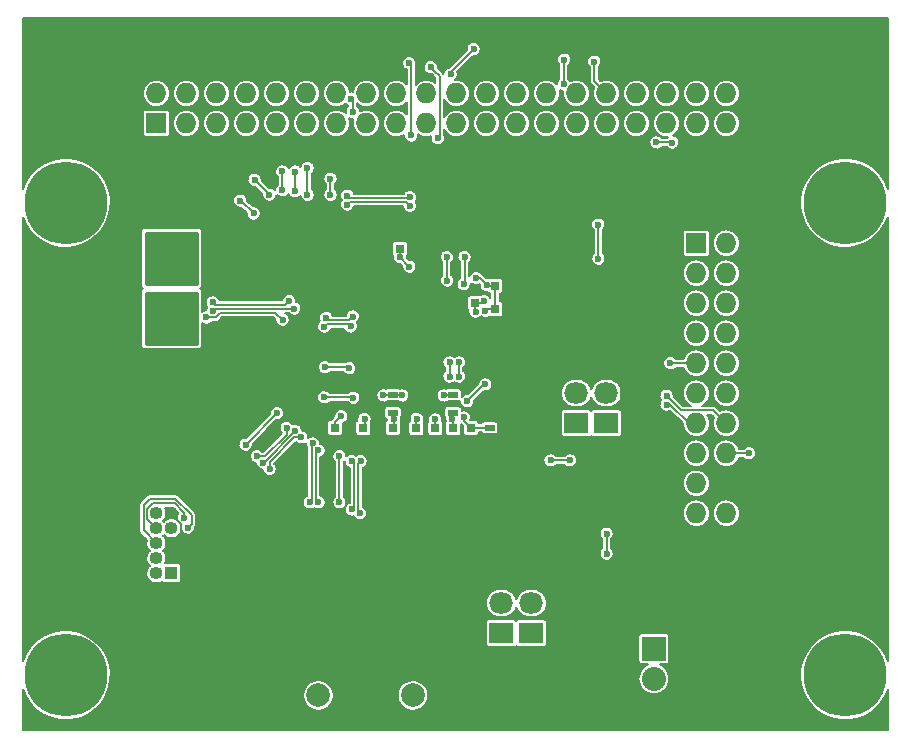
<source format=gbl>
G04 #@! TF.FileFunction,Copper,L2,Bot,Signal*
%FSLAX46Y46*%
G04 Gerber Fmt 4.6, Leading zero omitted, Abs format (unit mm)*
G04 Created by KiCad (PCBNEW 4.0.7) date 10/15/17 21:50:59*
%MOMM*%
%LPD*%
G01*
G04 APERTURE LIST*
%ADD10C,0.100000*%
%ADD11C,1.450000*%
%ADD12O,1.200000X1.900000*%
%ADD13C,2.000000*%
%ADD14R,1.727200X1.727200*%
%ADD15O,1.727200X1.727200*%
%ADD16R,1.800000X1.800000*%
%ADD17O,1.800000X1.800000*%
%ADD18C,7.000000*%
%ADD19R,0.900000X0.500000*%
%ADD20R,2.032000X1.800000*%
%ADD21O,2.032000X1.800000*%
%ADD22R,0.750000X0.800000*%
%ADD23R,0.800000X0.750000*%
%ADD24R,2.032000X2.032000*%
%ADD25O,2.032000X2.032000*%
%ADD26R,1.100000X1.100000*%
%ADD27O,1.100000X1.100000*%
%ADD28C,0.600000*%
%ADD29C,0.200000*%
%ADD30C,0.150000*%
%ADD31C,0.254000*%
G04 APERTURE END LIST*
D10*
D11*
X138000000Y-95850000D03*
X143000000Y-95850000D03*
D12*
X137000000Y-98550000D03*
X144000000Y-98550000D03*
D13*
X120400000Y-96700000D03*
X128400000Y-96700000D03*
D14*
X152400000Y-58420000D03*
D15*
X154940000Y-58420000D03*
X152400000Y-60960000D03*
X154940000Y-60960000D03*
X152400000Y-63500000D03*
X154940000Y-63500000D03*
X152400000Y-66040000D03*
X154940000Y-66040000D03*
X152400000Y-68580000D03*
X154940000Y-68580000D03*
X152400000Y-71120000D03*
X154940000Y-71120000D03*
X152400000Y-73660000D03*
X154940000Y-73660000D03*
X152400000Y-76200000D03*
X154940000Y-76200000D03*
X152400000Y-78740000D03*
X154940000Y-78740000D03*
X152400000Y-81280000D03*
X154940000Y-81280000D03*
D16*
X109220000Y-71120000D03*
D17*
X106680000Y-71120000D03*
X109220000Y-68580000D03*
X106680000Y-68580000D03*
X109220000Y-66040000D03*
X106680000Y-66040000D03*
X109220000Y-63500000D03*
X106680000Y-63500000D03*
X109220000Y-60960000D03*
X106680000Y-60960000D03*
X109220000Y-58420000D03*
X106680000Y-58420000D03*
D14*
X106680000Y-48260000D03*
D15*
X106680000Y-45720000D03*
X109220000Y-48260000D03*
X109220000Y-45720000D03*
X111760000Y-48260000D03*
X111760000Y-45720000D03*
X114300000Y-48260000D03*
X114300000Y-45720000D03*
X116840000Y-48260000D03*
X116840000Y-45720000D03*
X119380000Y-48260000D03*
X119380000Y-45720000D03*
X121920000Y-48260000D03*
X121920000Y-45720000D03*
X124460000Y-48260000D03*
X124460000Y-45720000D03*
X127000000Y-48260000D03*
X127000000Y-45720000D03*
X129540000Y-48260000D03*
X129540000Y-45720000D03*
X132080000Y-48260000D03*
X132080000Y-45720000D03*
X134620000Y-48260000D03*
X134620000Y-45720000D03*
X137160000Y-48260000D03*
X137160000Y-45720000D03*
X139700000Y-48260000D03*
X139700000Y-45720000D03*
X142240000Y-48260000D03*
X142240000Y-45720000D03*
X144780000Y-48260000D03*
X144780000Y-45720000D03*
X147320000Y-48260000D03*
X147320000Y-45720000D03*
X149860000Y-48260000D03*
X149860000Y-45720000D03*
X152400000Y-48260000D03*
X152400000Y-45720000D03*
X154940000Y-48260000D03*
X154940000Y-45720000D03*
D18*
X165000000Y-95000000D03*
X99000000Y-95000000D03*
X165000000Y-55000000D03*
X99000000Y-55000000D03*
D19*
X134892867Y-75550000D03*
X134892867Y-74050000D03*
X131800000Y-72750000D03*
X131800000Y-71250000D03*
X126700000Y-72750000D03*
X126700000Y-71250000D03*
D20*
X138430000Y-91440000D03*
D21*
X138430000Y-88900000D03*
X138430000Y-86360000D03*
D20*
X135890000Y-91440000D03*
D21*
X135890000Y-88900000D03*
X135890000Y-86360000D03*
D20*
X144780000Y-73660000D03*
D21*
X144780000Y-71120000D03*
X144780000Y-68580000D03*
D20*
X142240000Y-73660000D03*
D21*
X142240000Y-71120000D03*
X142240000Y-68580000D03*
D22*
X131800000Y-74050000D03*
X131800000Y-75550000D03*
X126700000Y-74050000D03*
X126700000Y-75550000D03*
X133300000Y-74050000D03*
X133300000Y-75550000D03*
X121800000Y-74050000D03*
X121800000Y-75550000D03*
X127300000Y-58900000D03*
X127300000Y-57400000D03*
D23*
X135350000Y-62000000D03*
X136850000Y-62000000D03*
X135350000Y-64000000D03*
X136850000Y-64000000D03*
D22*
X124200000Y-74050000D03*
X124200000Y-75550000D03*
D23*
X133650000Y-63500000D03*
X132150000Y-63500000D03*
D22*
X128700000Y-74050000D03*
X128700000Y-75550000D03*
X130300000Y-74050000D03*
X130300000Y-75550000D03*
D24*
X148800000Y-92760000D03*
D25*
X148800000Y-95300000D03*
D26*
X107950000Y-86360000D03*
D27*
X106680000Y-86360000D03*
X107950000Y-85090000D03*
X106680000Y-85090000D03*
X107950000Y-83820000D03*
X106680000Y-83820000D03*
X107950000Y-82550000D03*
X106680000Y-82550000D03*
X107950000Y-81280000D03*
X106680000Y-81280000D03*
D28*
X123003587Y-69000000D03*
X144800000Y-84700000D03*
X144800000Y-83000000D03*
X134531514Y-70364395D03*
X132999412Y-71800008D03*
X133700000Y-64200000D03*
X134400000Y-63299998D03*
X132699992Y-61881909D03*
X132772861Y-59581848D03*
X130278186Y-73334861D03*
X120949956Y-68910897D03*
X124300000Y-73300000D03*
X108780000Y-89510000D03*
X112790000Y-93530000D03*
X114980000Y-77440000D03*
X118640000Y-80430000D03*
X112320000Y-52860000D03*
X112460000Y-49480000D03*
X112900000Y-44470000D03*
X117970000Y-44470000D03*
X109760000Y-44480000D03*
X147060000Y-96200000D03*
X146700000Y-91900000D03*
X145650000Y-84660000D03*
X103390000Y-79270000D03*
X158030000Y-78820000D03*
X152610000Y-84690000D03*
X158030000Y-71170000D03*
X158040000Y-63660000D03*
X106670000Y-44090000D03*
X111780000Y-43270000D03*
X118160000Y-43230000D03*
X124520000Y-43190000D03*
X128650000Y-40850000D03*
X134560000Y-41140000D03*
X138760000Y-41340000D03*
X142190000Y-40710000D03*
X145560000Y-41880000D03*
X149350000Y-43250000D03*
X156340000Y-44230000D03*
X157000000Y-49580000D03*
X157350000Y-54460000D03*
X103410000Y-65770000D03*
X112430000Y-96400000D03*
X105600000Y-50820000D03*
X109800000Y-54670000D03*
X110590000Y-53510000D03*
X110190000Y-50020000D03*
X106550000Y-49573602D03*
X136940000Y-49700000D03*
X133560000Y-53010000D03*
X134960000Y-53910000D03*
X139330000Y-49660000D03*
X155760000Y-54490000D03*
X155760000Y-49560000D03*
X151170000Y-49900000D03*
X156450000Y-57000000D03*
X150430000Y-50920000D03*
X149480000Y-57780000D03*
X147220000Y-82960000D03*
X154130000Y-82700000D03*
X151020000Y-79330000D03*
X145380000Y-79330000D03*
X146340000Y-73390000D03*
X151080000Y-78110000D03*
X145450000Y-78110000D03*
X145370000Y-75070000D03*
X142910000Y-79900000D03*
X144160000Y-80170000D03*
X144240000Y-75090000D03*
X142210000Y-75070000D03*
X129110000Y-60050000D03*
X120740000Y-59170000D03*
X125000000Y-59830000D03*
X122160000Y-59850000D03*
X122220000Y-62540000D03*
X132660000Y-62660000D03*
X130900000Y-70410000D03*
X128930000Y-70740000D03*
X123080000Y-67330000D03*
X123390000Y-70700000D03*
X127430000Y-70280000D03*
X130650000Y-68430000D03*
X127380000Y-65160000D03*
X123940000Y-65220000D03*
X130440000Y-61590000D03*
X131330000Y-63510000D03*
X131720000Y-67720000D03*
X127820000Y-64060000D03*
X123930000Y-64040000D03*
X126250000Y-61600000D03*
X141130000Y-49460000D03*
X143120000Y-56820000D03*
X136340000Y-56850000D03*
X134600000Y-55150000D03*
X143440000Y-50910000D03*
X144920000Y-56840000D03*
X144650000Y-50850000D03*
X149140000Y-51150000D03*
X148820000Y-56760000D03*
X135930000Y-59800000D03*
X143540000Y-61760000D03*
X137280000Y-61010000D03*
X147700000Y-59820000D03*
X144990000Y-59770000D03*
X150720000Y-62830000D03*
X150150000Y-67280000D03*
X148390000Y-65470000D03*
X144500000Y-63560000D03*
X122540000Y-81510000D03*
X120760000Y-83370000D03*
X119670000Y-81390000D03*
X119670000Y-81390000D03*
X117170000Y-94060000D03*
X127760000Y-87810000D03*
X121440000Y-91900000D03*
X124970000Y-87560000D03*
X116270000Y-92160000D03*
X139999996Y-68400000D03*
X141500000Y-88400000D03*
X131200000Y-87700000D03*
X143400000Y-91300000D03*
X137100000Y-79900000D03*
X122200000Y-87300000D03*
X143400000Y-92800000D03*
X143400000Y-63100000D03*
X117400000Y-87799990D03*
X134649445Y-71464406D03*
X155000000Y-96000000D03*
X115500000Y-96300000D03*
X133300000Y-96300000D03*
X131700000Y-57000000D03*
X137800000Y-73600000D03*
X140000000Y-72900000D03*
X138600000Y-78900000D03*
X117000000Y-68000000D03*
X137800000Y-67700000D03*
X143400000Y-60500000D03*
X128717688Y-73280791D03*
X132300000Y-68500000D03*
X132300004Y-69700000D03*
X131300000Y-61581902D03*
X131272871Y-59581845D03*
X116260000Y-77530000D03*
X118950000Y-74850000D03*
X122170000Y-80355032D03*
X122166367Y-76449211D03*
X120400000Y-80355032D03*
X120400000Y-75960000D03*
X123220000Y-80955054D03*
X123220000Y-76860000D03*
X123904345Y-81261957D03*
X123970000Y-76860000D03*
X115730000Y-76990000D03*
X118420000Y-74310000D03*
X119650000Y-80355032D03*
X119930000Y-75370000D03*
X150360023Y-49890000D03*
X149010000Y-49880000D03*
X149874957Y-72079492D03*
X149874957Y-71329479D03*
X150186367Y-68570000D03*
X144090000Y-56850000D03*
X144099998Y-59725076D03*
X131581763Y-44125032D03*
X133540000Y-41974915D03*
X129909967Y-43506367D03*
X130503919Y-49512213D03*
X128066627Y-43166618D03*
X128260000Y-49290000D03*
X122840000Y-55140013D03*
X128150000Y-55250000D03*
X122840000Y-54390000D03*
X128145098Y-54500000D03*
X121420000Y-52960000D03*
X121420000Y-54320000D03*
X120898550Y-65466148D03*
X123131451Y-65463294D03*
X119470000Y-52044979D03*
X119470000Y-54320000D03*
X118420000Y-52344990D03*
X118410000Y-54015032D03*
X117340000Y-52340000D03*
X117326756Y-53926756D03*
X116249998Y-54300000D03*
X114993761Y-53043761D03*
X143750693Y-43044990D03*
X113771622Y-54811622D03*
X114910023Y-55896695D03*
X141200000Y-42874957D03*
X141181151Y-44942558D03*
X123154833Y-46168037D03*
X123301804Y-47288196D03*
X140049965Y-76800000D03*
X141699998Y-76800000D03*
X156853626Y-76200000D03*
X122340000Y-73050000D03*
X131000002Y-71300000D03*
X125900000Y-71300000D03*
X127500000Y-71300000D03*
X134510503Y-64141645D03*
X133744212Y-61370168D03*
X134652848Y-61961828D03*
X128100000Y-60400000D03*
X127272867Y-59581832D03*
X132700000Y-73161797D03*
X126800000Y-73300000D03*
X131741056Y-73299145D03*
X111450000Y-63420000D03*
X117920000Y-63320000D03*
X110900000Y-64700000D03*
X117360000Y-64890000D03*
X109353857Y-82486119D03*
X117710000Y-74060000D03*
X115190000Y-76450000D03*
X109005917Y-81644083D03*
X116890000Y-72810000D03*
X114231645Y-75468355D03*
X111460000Y-64170000D03*
X118348680Y-63950000D03*
X123353598Y-71499992D03*
X120892884Y-71461827D03*
X121053542Y-64732330D03*
X123303598Y-64625010D03*
X131500000Y-69700000D03*
X131500000Y-68500000D03*
D29*
X120949956Y-68910897D02*
X122914484Y-68910897D01*
X122914484Y-68910897D02*
X123003587Y-69000000D01*
X144800000Y-83000000D02*
X144800000Y-84700000D01*
X132999412Y-71800008D02*
X134435025Y-70364395D01*
X134435025Y-70364395D02*
X134531514Y-70364395D01*
X133650000Y-64150000D02*
X133700000Y-64200000D01*
X133650000Y-63500000D02*
X133650000Y-64150000D01*
X133650000Y-63500000D02*
X134250000Y-63500000D01*
X134250000Y-63500000D02*
X134400000Y-63350000D01*
X134400000Y-63350000D02*
X134400000Y-63299998D01*
X132772861Y-61809040D02*
X132699992Y-61881909D01*
X132772861Y-59581848D02*
X132772861Y-61809040D01*
X130300000Y-73356675D02*
X130278186Y-73334861D01*
X130300000Y-74050000D02*
X130300000Y-73356675D01*
X124300000Y-73300000D02*
X124300000Y-73950000D01*
X124300000Y-73950000D02*
X124200000Y-74050000D01*
X112790000Y-93530000D02*
X108780000Y-89520000D01*
X108780000Y-89520000D02*
X108780000Y-89510000D01*
X112430000Y-96400000D02*
X112430000Y-93890000D01*
X112430000Y-93890000D02*
X112790000Y-93530000D01*
X118640000Y-80430000D02*
X117970000Y-80430000D01*
X117970000Y-80430000D02*
X114980000Y-77440000D01*
X119670000Y-81390000D02*
X119600000Y-81390000D01*
X119600000Y-81390000D02*
X118640000Y-80430000D01*
X112460000Y-49480000D02*
X112460000Y-52720000D01*
X112460000Y-52720000D02*
X112320000Y-52860000D01*
X110190000Y-50020000D02*
X111920000Y-50020000D01*
X111920000Y-50020000D02*
X112460000Y-49480000D01*
X114160000Y-43230000D02*
X111820000Y-43230000D01*
X117735736Y-43230000D02*
X114160000Y-43230000D01*
X114160000Y-43230000D02*
X114140000Y-43230000D01*
X114140000Y-43230000D02*
X112900000Y-44470000D01*
X118160000Y-43230000D02*
X118160000Y-44280000D01*
X118160000Y-44280000D02*
X117970000Y-44470000D01*
X111780000Y-43270000D02*
X110970000Y-43270000D01*
X110970000Y-43270000D02*
X109760000Y-44480000D01*
X146700000Y-91900000D02*
X146700000Y-95840000D01*
X146700000Y-95840000D02*
X147060000Y-96200000D01*
X143400000Y-92040000D02*
X143400000Y-92800000D01*
X143400000Y-91300000D02*
X143400000Y-92040000D01*
X143400000Y-92040000D02*
X146560000Y-92040000D01*
X146560000Y-92040000D02*
X146700000Y-91900000D01*
X152610000Y-84690000D02*
X145680000Y-84690000D01*
X145680000Y-84690000D02*
X145650000Y-84660000D01*
X103410000Y-65770000D02*
X103410000Y-79250000D01*
X103410000Y-79250000D02*
X103390000Y-79270000D01*
X158030000Y-78820000D02*
X158030000Y-81380000D01*
X158030000Y-71170000D02*
X158030000Y-78820000D01*
X158030000Y-81380000D02*
X154720000Y-84690000D01*
X154720000Y-84690000D02*
X152610000Y-84690000D01*
X158040000Y-63660000D02*
X158040000Y-71160000D01*
X158040000Y-71160000D02*
X158030000Y-71170000D01*
X156450000Y-57000000D02*
X156450000Y-62070000D01*
X156450000Y-62070000D02*
X158040000Y-63660000D01*
X111780000Y-43270000D02*
X107490000Y-43270000D01*
X107490000Y-43270000D02*
X106670000Y-44090000D01*
X111820000Y-43230000D02*
X111780000Y-43270000D01*
X118160000Y-43230000D02*
X117735736Y-43230000D01*
X124520000Y-43190000D02*
X118200000Y-43190000D01*
X118200000Y-43190000D02*
X118160000Y-43230000D01*
X128650000Y-40850000D02*
X126860000Y-40850000D01*
X126860000Y-40850000D02*
X124520000Y-43190000D01*
X134560000Y-41140000D02*
X128940000Y-41140000D01*
X128940000Y-41140000D02*
X128650000Y-40850000D01*
X138760000Y-41340000D02*
X134760000Y-41340000D01*
X134760000Y-41340000D02*
X134560000Y-41140000D01*
X142190000Y-40710000D02*
X139390000Y-40710000D01*
X139390000Y-40710000D02*
X138760000Y-41340000D01*
X145560000Y-41880000D02*
X143360000Y-41880000D01*
X143360000Y-41880000D02*
X142190000Y-40710000D01*
X149350000Y-43250000D02*
X146930000Y-43250000D01*
X146930000Y-43250000D02*
X145560000Y-41880000D01*
X156340000Y-44230000D02*
X150330000Y-44230000D01*
X150330000Y-44230000D02*
X149350000Y-43250000D01*
X157000000Y-49580000D02*
X157000000Y-44890000D01*
X157000000Y-44890000D02*
X156340000Y-44230000D01*
X155760000Y-49560000D02*
X156980000Y-49560000D01*
X156980000Y-49560000D02*
X157000000Y-49580000D01*
X155760000Y-54490000D02*
X157320000Y-54490000D01*
X157320000Y-54490000D02*
X157350000Y-54460000D01*
X103950000Y-65850000D02*
X103490000Y-65850000D01*
X103490000Y-65850000D02*
X103410000Y-65770000D01*
X115500000Y-96300000D02*
X112530000Y-96300000D01*
X112530000Y-96300000D02*
X112430000Y-96400000D01*
X105430000Y-50693602D02*
X106550000Y-49573602D01*
X103950000Y-52173602D02*
X105430000Y-50693602D01*
X105430000Y-50693602D02*
X105473602Y-50693602D01*
X105473602Y-50693602D02*
X105600000Y-50820000D01*
X110590000Y-53510000D02*
X110590000Y-53880000D01*
X110590000Y-53880000D02*
X109800000Y-54670000D01*
X110190000Y-50020000D02*
X110190000Y-53110000D01*
X110190000Y-53110000D02*
X110590000Y-53510000D01*
X106550000Y-49573602D02*
X109743602Y-49573602D01*
X109743602Y-49573602D02*
X110190000Y-50020000D01*
X103950000Y-56260000D02*
X103950000Y-52173602D01*
X103950000Y-65850000D02*
X103950000Y-56260000D01*
X106680000Y-68580000D02*
X103950000Y-65850000D01*
X139330000Y-49660000D02*
X136980000Y-49660000D01*
X136980000Y-49660000D02*
X136940000Y-49700000D01*
X134960000Y-53910000D02*
X134460000Y-53910000D01*
X134460000Y-53910000D02*
X133560000Y-53010000D01*
X134600000Y-55150000D02*
X134600000Y-54270000D01*
X134600000Y-54270000D02*
X134960000Y-53910000D01*
X140290000Y-49460000D02*
X139530000Y-49460000D01*
X139530000Y-49460000D02*
X139330000Y-49660000D01*
X156450000Y-57000000D02*
X156450000Y-55180000D01*
X156450000Y-55180000D02*
X155760000Y-54490000D01*
X151170000Y-49900000D02*
X155420000Y-49900000D01*
X155420000Y-49900000D02*
X155760000Y-49560000D01*
X150430000Y-50920000D02*
X150430000Y-50640000D01*
X150430000Y-50640000D02*
X151170000Y-49900000D01*
X150430000Y-50920000D02*
X156450000Y-56940000D01*
X156450000Y-56940000D02*
X156450000Y-57000000D01*
X149140000Y-51150000D02*
X150200000Y-51150000D01*
X150200000Y-51150000D02*
X150430000Y-50920000D01*
X148820000Y-56760000D02*
X148820000Y-57120000D01*
X148820000Y-57120000D02*
X149480000Y-57780000D01*
X150940000Y-82420000D02*
X147760000Y-82420000D01*
X147760000Y-82420000D02*
X147220000Y-82960000D01*
X151020000Y-79330000D02*
X151640000Y-79950000D01*
X151640000Y-79950000D02*
X150580000Y-81010000D01*
X150580000Y-81010000D02*
X150580000Y-82060000D01*
X150580000Y-82060000D02*
X150940000Y-82420000D01*
X150940000Y-82420000D02*
X153850000Y-82420000D01*
X153850000Y-82420000D02*
X154130000Y-82700000D01*
X145380000Y-79330000D02*
X151020000Y-79330000D01*
X145450000Y-78110000D02*
X145450000Y-79260000D01*
X145450000Y-79260000D02*
X145380000Y-79330000D01*
X151080000Y-78110000D02*
X146360000Y-73390000D01*
X146360000Y-73390000D02*
X146340000Y-73390000D01*
X145450000Y-78110000D02*
X151080000Y-78110000D01*
X145370000Y-75070000D02*
X145370000Y-78030000D01*
X145370000Y-78030000D02*
X145450000Y-78110000D01*
X144240000Y-75090000D02*
X145350000Y-75090000D01*
X145350000Y-75090000D02*
X145370000Y-75070000D01*
X144160000Y-80170000D02*
X143180000Y-80170000D01*
X143180000Y-80170000D02*
X142910000Y-79900000D01*
X144240000Y-75090000D02*
X144240000Y-80090000D01*
X144240000Y-80090000D02*
X144160000Y-80170000D01*
X142210000Y-75070000D02*
X144220000Y-75070000D01*
X144220000Y-75070000D02*
X144240000Y-75090000D01*
X140000000Y-72900000D02*
X140000000Y-73786002D01*
X140000000Y-73786002D02*
X141283998Y-75070000D01*
X141283998Y-75070000D02*
X142210000Y-75070000D01*
X130440000Y-61590000D02*
X129110000Y-60260000D01*
X129110000Y-60260000D02*
X129110000Y-60050000D01*
X122160000Y-59850000D02*
X121420000Y-59850000D01*
X121420000Y-59850000D02*
X120740000Y-59170000D01*
X122160000Y-59850000D02*
X124980000Y-59850000D01*
X124980000Y-59850000D02*
X125000000Y-59830000D01*
X122220000Y-62540000D02*
X122220000Y-59910000D01*
X122220000Y-59910000D02*
X122160000Y-59850000D01*
X123930000Y-64040000D02*
X122430000Y-62540000D01*
X122430000Y-62540000D02*
X122220000Y-62540000D01*
X132150000Y-63170000D02*
X132660000Y-62660000D01*
X132150000Y-63500000D02*
X132150000Y-63170000D01*
X128930000Y-70740000D02*
X130570000Y-70740000D01*
X130570000Y-70740000D02*
X130900000Y-70410000D01*
X127430000Y-70280000D02*
X128470000Y-70280000D01*
X128470000Y-70280000D02*
X128930000Y-70740000D01*
X124170000Y-69100000D02*
X124170000Y-68420000D01*
X124170000Y-68420000D02*
X123080000Y-67330000D01*
X123390000Y-69880000D02*
X124170000Y-69100000D01*
X123390000Y-70700000D02*
X123390000Y-69880000D01*
X127430000Y-70280000D02*
X123810000Y-70280000D01*
X123810000Y-70280000D02*
X123390000Y-70700000D01*
X130650000Y-68430000D02*
X129280000Y-68430000D01*
X129280000Y-68430000D02*
X127430000Y-70280000D01*
X127380000Y-65160000D02*
X130650000Y-68430000D01*
X123940000Y-65220000D02*
X127320000Y-65220000D01*
X127320000Y-65220000D02*
X127380000Y-65160000D01*
X123930000Y-64040000D02*
X123930000Y-65210000D01*
X123930000Y-65210000D02*
X123940000Y-65220000D01*
X129900000Y-61450000D02*
X130300000Y-61450000D01*
X130300000Y-61450000D02*
X130440000Y-61590000D01*
X131550000Y-63500000D02*
X131340000Y-63500000D01*
X131340000Y-63500000D02*
X131330000Y-63510000D01*
X127820000Y-64060000D02*
X131480000Y-67720000D01*
X131480000Y-67720000D02*
X131720000Y-67720000D01*
X123930000Y-64040000D02*
X127800000Y-64040000D01*
X127800000Y-64040000D02*
X127820000Y-64060000D01*
X126250000Y-61600000D02*
X123930000Y-63920000D01*
X123930000Y-63920000D02*
X123930000Y-64040000D01*
X129900000Y-61450000D02*
X129900000Y-57400000D01*
X129900000Y-61450000D02*
X126400000Y-61450000D01*
X129900000Y-61700000D02*
X129900000Y-61450000D01*
X126400000Y-61450000D02*
X126250000Y-61600000D01*
X141130000Y-49460000D02*
X140290000Y-49460000D01*
X140290000Y-49460000D02*
X134600000Y-55150000D01*
X141130000Y-49460000D02*
X142580000Y-50910000D01*
X142580000Y-50910000D02*
X143440000Y-50910000D01*
X136340000Y-56850000D02*
X143090000Y-56850000D01*
X143090000Y-56850000D02*
X143120000Y-56820000D01*
X134600000Y-55150000D02*
X134640000Y-55150000D01*
X134640000Y-55150000D02*
X136340000Y-56850000D01*
X144650000Y-50850000D02*
X143500000Y-50850000D01*
X143500000Y-50850000D02*
X143440000Y-50910000D01*
X144990000Y-59770000D02*
X144990000Y-56910000D01*
X144990000Y-56910000D02*
X144920000Y-56840000D01*
X149140000Y-51150000D02*
X144950000Y-51150000D01*
X144950000Y-51150000D02*
X144650000Y-50850000D01*
X148820000Y-56760000D02*
X148820000Y-51470000D01*
X148820000Y-51470000D02*
X149140000Y-51150000D01*
X147700000Y-59820000D02*
X147700000Y-57880000D01*
X147700000Y-57880000D02*
X148820000Y-56760000D01*
X136850000Y-59790000D02*
X136850000Y-60770000D01*
X136850000Y-58550000D02*
X136850000Y-59790000D01*
X135940000Y-59790000D02*
X135930000Y-59800000D01*
X136850000Y-59790000D02*
X135940000Y-59790000D01*
X143400000Y-61790000D02*
X143400000Y-60500000D01*
X143400000Y-63100000D02*
X143400000Y-61790000D01*
X143400000Y-61790000D02*
X143510000Y-61790000D01*
X143510000Y-61790000D02*
X143540000Y-61760000D01*
X136850000Y-60770000D02*
X136850000Y-62000000D01*
X136850000Y-60770000D02*
X137040000Y-60770000D01*
X137040000Y-60770000D02*
X137280000Y-61010000D01*
X144990000Y-59770000D02*
X147650000Y-59770000D01*
X147650000Y-59770000D02*
X147700000Y-59820000D01*
X143400000Y-60500000D02*
X144260000Y-60500000D01*
X144260000Y-60500000D02*
X144990000Y-59770000D01*
X146480000Y-63560000D02*
X149990000Y-63560000D01*
X149990000Y-63560000D02*
X150720000Y-62830000D01*
X148390000Y-65470000D02*
X148390000Y-65520000D01*
X148390000Y-65520000D02*
X150150000Y-67280000D01*
X144500000Y-63560000D02*
X146480000Y-63560000D01*
X146480000Y-63560000D02*
X148390000Y-65470000D01*
X143400000Y-63100000D02*
X144040000Y-63100000D01*
X144040000Y-63100000D02*
X144500000Y-63560000D01*
X120760000Y-83290000D02*
X122540000Y-81510000D01*
X120760000Y-83370000D02*
X120760000Y-83290000D01*
X119670000Y-81390000D02*
X119670000Y-82280000D01*
X119670000Y-82280000D02*
X120760000Y-83370000D01*
X119270000Y-87799990D02*
X117824264Y-87799990D01*
X119270000Y-81790000D02*
X119670000Y-81390000D01*
X121700010Y-87799990D02*
X119270000Y-87799990D01*
X119270000Y-87799990D02*
X119270000Y-81790000D01*
X116270000Y-92160000D02*
X116270000Y-93160000D01*
X116270000Y-93160000D02*
X117170000Y-94060000D01*
X127810000Y-87300000D02*
X124970000Y-87300000D01*
X130800000Y-87300000D02*
X127810000Y-87300000D01*
X127810000Y-87300000D02*
X127810000Y-87760000D01*
X127810000Y-87760000D02*
X127760000Y-87810000D01*
X116270000Y-92160000D02*
X121180000Y-92160000D01*
X121180000Y-92160000D02*
X121440000Y-91900000D01*
X124970000Y-87300000D02*
X122624264Y-87300000D01*
X124970000Y-87300000D02*
X124970000Y-87560000D01*
X117400000Y-87799990D02*
X117400000Y-91030000D01*
X117400000Y-91030000D02*
X116270000Y-92160000D01*
X139575732Y-68400000D02*
X139999996Y-68400000D01*
X138500000Y-68400000D02*
X139575732Y-68400000D01*
X140179996Y-68580000D02*
X139999996Y-68400000D01*
X142240000Y-68580000D02*
X140179996Y-68580000D01*
X140000000Y-68400004D02*
X139999996Y-68400000D01*
X137800000Y-67700000D02*
X138500000Y-68400000D01*
X140000000Y-72900000D02*
X140000000Y-68400004D01*
X146046010Y-69730010D02*
X144896000Y-68580000D01*
X142240000Y-68580000D02*
X144780000Y-68580000D01*
X143456000Y-67480000D02*
X142356000Y-68580000D01*
X137100000Y-79900000D02*
X138600000Y-81400000D01*
X138600000Y-81400000D02*
X138600000Y-86190000D01*
X138600000Y-86190000D02*
X138430000Y-86360000D01*
X140586000Y-88400000D02*
X141500000Y-88400000D01*
X138546000Y-86360000D02*
X140586000Y-88400000D01*
X141500000Y-88824264D02*
X141500000Y-88400000D01*
X141500000Y-89400000D02*
X141500000Y-88824264D01*
X143400000Y-91300000D02*
X141500000Y-89400000D01*
X138430000Y-86360000D02*
X138546000Y-86360000D01*
X131200000Y-87700000D02*
X130800000Y-87300000D01*
X135890000Y-86360000D02*
X138430000Y-86360000D01*
X131200000Y-87700000D02*
X133819920Y-87700000D01*
X133819920Y-87700000D02*
X135890000Y-86360000D01*
X137100000Y-79900000D02*
X137600000Y-79900000D01*
X144896000Y-68580000D02*
X144780000Y-68580000D01*
X142356000Y-68580000D02*
X142240000Y-68580000D01*
X122624264Y-87300000D02*
X122200000Y-87300000D01*
X137600000Y-79900000D02*
X138600000Y-78900000D01*
X154940000Y-78740000D02*
X153826399Y-77626399D01*
X146046010Y-71494140D02*
X146046010Y-69730010D01*
X152178269Y-77626399D02*
X146046010Y-71494140D01*
X153826399Y-77626399D02*
X152178269Y-77626399D01*
X143400000Y-63100000D02*
X143400000Y-67420000D01*
X143400000Y-67420000D02*
X143456000Y-67476000D01*
X143456000Y-67476000D02*
X143456000Y-67480000D01*
X115500000Y-88800000D02*
X114400000Y-87700000D01*
X111340000Y-87700000D02*
X111020000Y-87380000D01*
X114400000Y-87700000D02*
X111340000Y-87700000D01*
X111020000Y-87380000D02*
X111017817Y-87380000D01*
X111017817Y-87380000D02*
X108727817Y-85090000D01*
X108727817Y-85090000D02*
X107950000Y-85090000D01*
X108750001Y-82165999D02*
X108750001Y-83019999D01*
X107950000Y-81280000D02*
X107950000Y-81365998D01*
X107950000Y-81365998D02*
X108750001Y-82165999D01*
X108499999Y-83270001D02*
X107950000Y-83820000D01*
X108750001Y-83019999D02*
X108499999Y-83270001D01*
X107950000Y-85090000D02*
X107950000Y-83820000D01*
X117000000Y-68000000D02*
X117000000Y-69400000D01*
X123090000Y-72510000D02*
X123090000Y-74710000D01*
X117000000Y-69400000D02*
X119710000Y-72110000D01*
X119710000Y-72110000D02*
X122690000Y-72110000D01*
X123090000Y-74710000D02*
X122800000Y-75000000D01*
X122690000Y-72110000D02*
X123090000Y-72510000D01*
X116975736Y-87799990D02*
X117400000Y-87799990D01*
X116500010Y-87799990D02*
X116975736Y-87799990D01*
X115500000Y-88800000D02*
X116500010Y-87799990D01*
X117824264Y-87799990D02*
X117400000Y-87799990D01*
X122200000Y-87300000D02*
X121700010Y-87799990D01*
X136785039Y-73600000D02*
X134949444Y-71764405D01*
X134949444Y-71764405D02*
X134649445Y-71464406D01*
X137800000Y-73600000D02*
X136785039Y-73600000D01*
X135900000Y-57600000D02*
X136850000Y-58550000D01*
X132724264Y-57600000D02*
X135900000Y-57600000D01*
X131700000Y-57000000D02*
X132124264Y-57000000D01*
X132124264Y-57000000D02*
X132724264Y-57600000D01*
X132150000Y-63500000D02*
X132175000Y-63500000D01*
X155000000Y-96000000D02*
X152450000Y-98550000D01*
X152450000Y-98550000D02*
X144000000Y-98550000D01*
X143000000Y-95850000D02*
X143000000Y-98350000D01*
X143000000Y-98350000D02*
X143200000Y-98550000D01*
X143200000Y-98550000D02*
X144000000Y-98550000D01*
X115500000Y-96300000D02*
X115500000Y-88800000D01*
X133300000Y-96300000D02*
X135550000Y-98550000D01*
X135550000Y-98550000D02*
X137000000Y-98550000D01*
X137000000Y-98550000D02*
X137000000Y-96850000D01*
X137000000Y-96850000D02*
X138000000Y-95850000D01*
X143400000Y-92800000D02*
X143400000Y-95450000D01*
X143400000Y-95450000D02*
X143000000Y-95850000D01*
X122325000Y-75000000D02*
X122800000Y-75000000D01*
X122800000Y-75000000D02*
X123075000Y-75000000D01*
X131300000Y-57400000D02*
X129900000Y-57400000D01*
X131450000Y-63250000D02*
X129900000Y-61700000D01*
X129900000Y-57400000D02*
X127300000Y-57400000D01*
X131450000Y-63400000D02*
X131450000Y-63250000D01*
X132150000Y-63500000D02*
X131550000Y-63500000D01*
X131550000Y-63500000D02*
X131450000Y-63400000D01*
X131700000Y-57000000D02*
X131300000Y-57400000D01*
X137800000Y-73600000D02*
X137200000Y-73600000D01*
X137200000Y-73600000D02*
X135700000Y-75100000D01*
X135700000Y-75100000D02*
X135542867Y-75100000D01*
X135542867Y-75100000D02*
X135092867Y-75550000D01*
X135092867Y-75550000D02*
X134892867Y-75550000D01*
X139300000Y-73600000D02*
X137800000Y-73600000D01*
X140000000Y-72900000D02*
X139300000Y-73600000D01*
X134892867Y-75550000D02*
X135250000Y-75550000D01*
X135250000Y-75550000D02*
X138300001Y-78600001D01*
X138300001Y-78600001D02*
X138600000Y-78900000D01*
X106680000Y-71120000D02*
X109220000Y-71120000D01*
X106680000Y-68580000D02*
X106680000Y-69852792D01*
X106680000Y-69852792D02*
X106680000Y-71120000D01*
X109220000Y-68580000D02*
X106680000Y-68580000D01*
X117000000Y-68000000D02*
X109800000Y-68000000D01*
X109800000Y-68000000D02*
X109220000Y-68580000D01*
X123075000Y-75000000D02*
X123625000Y-75550000D01*
X123625000Y-75550000D02*
X124200000Y-75550000D01*
X121800000Y-75550000D02*
X121800000Y-75525000D01*
X121800000Y-75525000D02*
X122325000Y-75000000D01*
X136850000Y-64000000D02*
X136850000Y-65700000D01*
X136850000Y-65700000D02*
X136850000Y-66750000D01*
X136850000Y-64000000D02*
X136850000Y-63425000D01*
X136850000Y-63425000D02*
X136850000Y-62000000D01*
X136850000Y-66750000D02*
X137800000Y-67700000D01*
X126700000Y-75550000D02*
X126125000Y-75550000D01*
X126125000Y-75550000D02*
X124200000Y-75550000D01*
X128700000Y-75550000D02*
X128125000Y-75550000D01*
X128125000Y-75550000D02*
X126700000Y-75550000D01*
X130300000Y-75550000D02*
X128700000Y-75550000D01*
X131800000Y-75550000D02*
X130300000Y-75550000D01*
X133300000Y-75550000D02*
X131800000Y-75550000D01*
X134892867Y-75550000D02*
X133300000Y-75550000D01*
D30*
X128700000Y-74050000D02*
X128700000Y-73298479D01*
X128700000Y-73298479D02*
X128717688Y-73280791D01*
X132300004Y-68500004D02*
X132300000Y-68500000D01*
X132300004Y-69700000D02*
X132300004Y-68500004D01*
X131272871Y-61554773D02*
X131300000Y-61581902D01*
X131272871Y-59581845D02*
X131272871Y-61554773D01*
X116260000Y-77530000D02*
X116260000Y-76940000D01*
X116260000Y-76940000D02*
X118350000Y-74850000D01*
X118350000Y-74850000D02*
X118950000Y-74850000D01*
X122166367Y-80351399D02*
X122170000Y-80355032D01*
X122166367Y-76449211D02*
X122166367Y-80351399D01*
X120400000Y-75960000D02*
X120390000Y-75960000D01*
X120170000Y-76180000D02*
X120170000Y-80125032D01*
X120390000Y-75960000D02*
X120170000Y-76180000D01*
X120170000Y-80125032D02*
X120400000Y-80355032D01*
X123220000Y-76860000D02*
X123220000Y-76870000D01*
X123430000Y-80745054D02*
X123220000Y-80955054D01*
X123220000Y-76870000D02*
X123430000Y-77080000D01*
X123430000Y-77080000D02*
X123430000Y-80745054D01*
X123970000Y-76860000D02*
X123760000Y-77070000D01*
X123760000Y-77070000D02*
X123760000Y-81117612D01*
X123760000Y-81117612D02*
X123904345Y-81261957D01*
X115770000Y-76990000D02*
X118420000Y-74340000D01*
X115730000Y-76990000D02*
X115770000Y-76990000D01*
X118420000Y-74340000D02*
X118420000Y-74310000D01*
X119930000Y-75370000D02*
X119840000Y-75460000D01*
X119840000Y-75460000D02*
X119840000Y-80165032D01*
X119840000Y-80165032D02*
X119650000Y-80355032D01*
X150350023Y-49880000D02*
X150360023Y-49890000D01*
X149010000Y-49880000D02*
X150350023Y-49880000D01*
X152400000Y-73660000D02*
X151760000Y-73660000D01*
X150179492Y-72079492D02*
X149874957Y-72079492D01*
X151760000Y-73660000D02*
X150179492Y-72079492D01*
X151095478Y-72550000D02*
X150174956Y-71629478D01*
X150174956Y-71629478D02*
X149874957Y-71329479D01*
X153830000Y-72550000D02*
X151095478Y-72550000D01*
X154940000Y-73660000D02*
X153830000Y-72550000D01*
X152400000Y-68580000D02*
X150196367Y-68580000D01*
X150196367Y-68580000D02*
X150186367Y-68570000D01*
X144099998Y-59725076D02*
X144099998Y-56859998D01*
X144099998Y-56859998D02*
X144090000Y-56850000D01*
X133540000Y-41974915D02*
X131581763Y-43933152D01*
X131581763Y-43933152D02*
X131581763Y-44125032D01*
X130503919Y-49512213D02*
X130650000Y-49366132D01*
X130650000Y-49366132D02*
X130650000Y-44246400D01*
X130650000Y-44246400D02*
X130209966Y-43806366D01*
X130209966Y-43806366D02*
X129909967Y-43506367D01*
X128260000Y-49290000D02*
X128260000Y-43359991D01*
X128260000Y-43359991D02*
X128066627Y-43166618D01*
X128150000Y-55250000D02*
X127790000Y-54890000D01*
X127790000Y-54890000D02*
X123090013Y-54890000D01*
X123090013Y-54890000D02*
X122840000Y-55140013D01*
X128145098Y-54500000D02*
X128065098Y-54580000D01*
X128065098Y-54580000D02*
X123030000Y-54580000D01*
X123030000Y-54580000D02*
X122840000Y-54390000D01*
X121420000Y-52960000D02*
X121420000Y-54320000D01*
X123131451Y-65463294D02*
X122928157Y-65260000D01*
X122928157Y-65260000D02*
X121104698Y-65260000D01*
X121104698Y-65260000D02*
X120898550Y-65466148D01*
X119470000Y-54320000D02*
X119470000Y-52044979D01*
X118410000Y-52354990D02*
X118420000Y-52344990D01*
X118410000Y-54015032D02*
X118410000Y-52354990D01*
X117326756Y-52353244D02*
X117340000Y-52340000D01*
X117326756Y-53926756D02*
X117326756Y-52353244D01*
X115949999Y-54000001D02*
X116249998Y-54300000D01*
X115293760Y-53343762D02*
X115949999Y-54000001D01*
X114993761Y-53043761D02*
X115293760Y-53343762D01*
X144780000Y-45720000D02*
X143750693Y-44690693D01*
X143750693Y-43469254D02*
X143750693Y-43044990D01*
X143750693Y-44690693D02*
X143750693Y-43469254D01*
X113824950Y-54811622D02*
X113771622Y-54811622D01*
X114910023Y-55896695D02*
X113824950Y-54811622D01*
X141181151Y-42893806D02*
X141200000Y-42874957D01*
X141181151Y-44942558D02*
X141181151Y-42893806D01*
X123301804Y-47288196D02*
X123301804Y-46315008D01*
X123301804Y-46315008D02*
X123154833Y-46168037D01*
X141699998Y-76800000D02*
X140049965Y-76800000D01*
X154940000Y-76200000D02*
X156853626Y-76200000D01*
D29*
X122340000Y-73050000D02*
X121800000Y-73590000D01*
X121800000Y-73590000D02*
X121800000Y-74050000D01*
X131624264Y-71300000D02*
X131000002Y-71300000D01*
X131750000Y-71300000D02*
X131624264Y-71300000D01*
X131800000Y-71250000D02*
X131750000Y-71300000D01*
X131750000Y-71200000D02*
X131650000Y-71300000D01*
X131650000Y-71300000D02*
X131624264Y-71300000D01*
X125950000Y-71250000D02*
X125900000Y-71300000D01*
X126700000Y-71250000D02*
X125950000Y-71250000D01*
X126700000Y-71250000D02*
X127450000Y-71250000D01*
X127450000Y-71250000D02*
X127500000Y-71300000D01*
X131850000Y-71200000D02*
X131800000Y-71250000D01*
X134652148Y-64000000D02*
X134510503Y-64141645D01*
X135350000Y-64000000D02*
X134652148Y-64000000D01*
X134061188Y-61370168D02*
X133744212Y-61370168D01*
X134652848Y-61961828D02*
X134061188Y-61370168D01*
X134691020Y-62000000D02*
X134652848Y-61961828D01*
X135350000Y-62000000D02*
X134691020Y-62000000D01*
X127272867Y-59581832D02*
X127281832Y-59581832D01*
X127281832Y-59581832D02*
X128100000Y-60400000D01*
X127272867Y-59581832D02*
X127272867Y-58927133D01*
X127272867Y-58927133D02*
X127300000Y-58900000D01*
X135350000Y-62000000D02*
X135350000Y-62575000D01*
X135350000Y-62575000D02*
X135350000Y-64000000D01*
D30*
X132700000Y-73425000D02*
X132700000Y-73161797D01*
X133300000Y-74050000D02*
X133300000Y-74025000D01*
X133300000Y-74025000D02*
X132700000Y-73425000D01*
X133300000Y-74050000D02*
X134892867Y-74050000D01*
D29*
X126800000Y-73300000D02*
X126800000Y-72850000D01*
X126800000Y-72850000D02*
X126700000Y-72750000D01*
X126800000Y-73300000D02*
X126800000Y-73950000D01*
X126800000Y-73950000D02*
X126700000Y-74050000D01*
X131741056Y-73299145D02*
X131741056Y-72808944D01*
X131741056Y-72808944D02*
X131800000Y-72750000D01*
X131800000Y-74050000D02*
X131800000Y-73358089D01*
X131800000Y-73358089D02*
X131741056Y-73299145D01*
D30*
X111450000Y-63420000D02*
X111660000Y-63630000D01*
X111660000Y-63630000D02*
X117610000Y-63630000D01*
X117610000Y-63630000D02*
X117920000Y-63320000D01*
X110900000Y-64700000D02*
X111690000Y-64700000D01*
X111690000Y-64700000D02*
X112100000Y-64290000D01*
X116760000Y-64290000D02*
X117360000Y-64890000D01*
X112100000Y-64290000D02*
X116760000Y-64290000D01*
X105590000Y-80550000D02*
X106100000Y-80040000D01*
X108290000Y-80040000D02*
X109653856Y-81403856D01*
X109653856Y-81403856D02*
X109653856Y-82186120D01*
X106100000Y-80040000D02*
X108290000Y-80040000D01*
X106680000Y-83820000D02*
X105590000Y-82730000D01*
X105590000Y-82730000D02*
X105590000Y-80550000D01*
X109653856Y-82186120D02*
X109353857Y-82486119D01*
X117710000Y-74060000D02*
X117710000Y-74610000D01*
X117710000Y-74610000D02*
X115870000Y-76450000D01*
X115870000Y-76450000D02*
X115190000Y-76450000D01*
X109005917Y-81219819D02*
X109005917Y-81644083D01*
X105904999Y-80895001D02*
X106370000Y-80430000D01*
X106370000Y-80430000D02*
X108216098Y-80430000D01*
X108216098Y-80430000D02*
X109005917Y-81219819D01*
X106680000Y-82550000D02*
X105904999Y-81774999D01*
X105904999Y-81774999D02*
X105904999Y-80895001D01*
X114241645Y-75468355D02*
X114231645Y-75468355D01*
X116890000Y-72820000D02*
X114241645Y-75468355D01*
X116890000Y-72810000D02*
X116890000Y-72820000D01*
X118348680Y-63950000D02*
X111680000Y-63950000D01*
X111680000Y-63950000D02*
X111460000Y-64170000D01*
X123315433Y-71461827D02*
X123353598Y-71499992D01*
X120892884Y-71461827D02*
X123315433Y-71461827D01*
X121053542Y-64732330D02*
X121271212Y-64950000D01*
X121271212Y-64950000D02*
X122978608Y-64950000D01*
X122978608Y-64950000D02*
X123303598Y-64625010D01*
X131500000Y-68500000D02*
X131500000Y-69700000D01*
D29*
G36*
X168625000Y-53822570D02*
X168371436Y-53207376D01*
X167959038Y-52586668D01*
X167433931Y-52057882D01*
X166816117Y-51641161D01*
X166129128Y-51352378D01*
X165399130Y-51202531D01*
X164653930Y-51197328D01*
X163921911Y-51336968D01*
X163230956Y-51616132D01*
X162607384Y-52024186D01*
X162074946Y-52545588D01*
X161653922Y-53160478D01*
X161360349Y-53845435D01*
X161205409Y-54574368D01*
X161195005Y-55319514D01*
X161329531Y-56052490D01*
X161603864Y-56745377D01*
X162007555Y-57371783D01*
X162525227Y-57907848D01*
X163137163Y-58333154D01*
X163820054Y-58631502D01*
X164547888Y-58791527D01*
X165292943Y-58807133D01*
X166026840Y-58677727D01*
X166721625Y-58408238D01*
X167350834Y-58008930D01*
X167890500Y-57495013D01*
X168320068Y-56886061D01*
X168623176Y-56205270D01*
X168625000Y-56197242D01*
X168625000Y-93822570D01*
X168371436Y-93207376D01*
X167959038Y-92586668D01*
X167433931Y-92057882D01*
X166816117Y-91641161D01*
X166129128Y-91352378D01*
X165399130Y-91202531D01*
X164653930Y-91197328D01*
X163921911Y-91336968D01*
X163230956Y-91616132D01*
X162607384Y-92024186D01*
X162074946Y-92545588D01*
X161653922Y-93160478D01*
X161360349Y-93845435D01*
X161205409Y-94574368D01*
X161195005Y-95319514D01*
X161329531Y-96052490D01*
X161603864Y-96745377D01*
X162007555Y-97371783D01*
X162525227Y-97907848D01*
X163137163Y-98333154D01*
X163820054Y-98631502D01*
X164547888Y-98791527D01*
X165292943Y-98807133D01*
X166026840Y-98677727D01*
X166721625Y-98408238D01*
X167350834Y-98008930D01*
X167890500Y-97495013D01*
X168320068Y-96886061D01*
X168623176Y-96205270D01*
X168625000Y-96197242D01*
X168625000Y-99625000D01*
X95375000Y-99625000D01*
X95375000Y-96167332D01*
X95603864Y-96745377D01*
X96007555Y-97371783D01*
X96525227Y-97907848D01*
X97137163Y-98333154D01*
X97820054Y-98631502D01*
X98547888Y-98791527D01*
X99292943Y-98807133D01*
X100026840Y-98677727D01*
X100721625Y-98408238D01*
X101350834Y-98008930D01*
X101890500Y-97495013D01*
X102320068Y-96886061D01*
X102354240Y-96809308D01*
X119098291Y-96809308D01*
X119144313Y-97060062D01*
X119238164Y-97297102D01*
X119376269Y-97511399D01*
X119553367Y-97694790D01*
X119762714Y-97840289D01*
X119996334Y-97942356D01*
X120245330Y-97997101D01*
X120500217Y-98002440D01*
X120751287Y-97958170D01*
X120988977Y-97865976D01*
X121204232Y-97729371D01*
X121388855Y-97553557D01*
X121535813Y-97345231D01*
X121639507Y-97112329D01*
X121695990Y-96863722D01*
X121696749Y-96809308D01*
X127098291Y-96809308D01*
X127144313Y-97060062D01*
X127238164Y-97297102D01*
X127376269Y-97511399D01*
X127553367Y-97694790D01*
X127762714Y-97840289D01*
X127996334Y-97942356D01*
X128245330Y-97997101D01*
X128500217Y-98002440D01*
X128751287Y-97958170D01*
X128988977Y-97865976D01*
X129204232Y-97729371D01*
X129388855Y-97553557D01*
X129535813Y-97345231D01*
X129639507Y-97112329D01*
X129695990Y-96863722D01*
X129700056Y-96572528D01*
X129650537Y-96322441D01*
X129553386Y-96086734D01*
X129412302Y-95874386D01*
X129232661Y-95693486D01*
X129021303Y-95550924D01*
X128786280Y-95452129D01*
X128536544Y-95400866D01*
X128281608Y-95399086D01*
X128031180Y-95446858D01*
X127794801Y-95542361D01*
X127581474Y-95681959D01*
X127399324Y-95860333D01*
X127255289Y-96070690D01*
X127154857Y-96305017D01*
X127101851Y-96554389D01*
X127098291Y-96809308D01*
X121696749Y-96809308D01*
X121700056Y-96572528D01*
X121650537Y-96322441D01*
X121553386Y-96086734D01*
X121412302Y-95874386D01*
X121232661Y-95693486D01*
X121021303Y-95550924D01*
X120786280Y-95452129D01*
X120536544Y-95400866D01*
X120281608Y-95399086D01*
X120031180Y-95446858D01*
X119794801Y-95542361D01*
X119581474Y-95681959D01*
X119399324Y-95860333D01*
X119255289Y-96070690D01*
X119154857Y-96305017D01*
X119101851Y-96554389D01*
X119098291Y-96809308D01*
X102354240Y-96809308D01*
X102623176Y-96205270D01*
X102788278Y-95478571D01*
X102800163Y-94627391D01*
X102655416Y-93896365D01*
X102371436Y-93207376D01*
X101959038Y-92586668D01*
X101433931Y-92057882D01*
X100816117Y-91641161D01*
X100129128Y-91352378D01*
X99399130Y-91202531D01*
X98653930Y-91197328D01*
X97921911Y-91336968D01*
X97230956Y-91616132D01*
X96607384Y-92024186D01*
X96074946Y-92545588D01*
X95653922Y-93160478D01*
X95375000Y-93811252D01*
X95375000Y-90540000D01*
X134572549Y-90540000D01*
X134572549Y-92340000D01*
X134576359Y-92387774D01*
X134601452Y-92468803D01*
X134648126Y-92539634D01*
X134712685Y-92594657D01*
X134790018Y-92629516D01*
X134874000Y-92641451D01*
X136906000Y-92641451D01*
X136953774Y-92637641D01*
X137034803Y-92612548D01*
X137105634Y-92565874D01*
X137160657Y-92501315D01*
X137161558Y-92499316D01*
X137188126Y-92539634D01*
X137252685Y-92594657D01*
X137330018Y-92629516D01*
X137414000Y-92641451D01*
X139446000Y-92641451D01*
X139493774Y-92637641D01*
X139574803Y-92612548D01*
X139645634Y-92565874D01*
X139700657Y-92501315D01*
X139735516Y-92423982D01*
X139747451Y-92340000D01*
X139747451Y-91744000D01*
X147482549Y-91744000D01*
X147482549Y-93776000D01*
X147486359Y-93823774D01*
X147511452Y-93904803D01*
X147558126Y-93975634D01*
X147622685Y-94030657D01*
X147700018Y-94065516D01*
X147784000Y-94077451D01*
X148299380Y-94077451D01*
X148079407Y-94192450D01*
X147879243Y-94353386D01*
X147714151Y-94550135D01*
X147590418Y-94775204D01*
X147512758Y-95020020D01*
X147484128Y-95275258D01*
X147484000Y-95293632D01*
X147484000Y-95306368D01*
X147509063Y-95561980D01*
X147583297Y-95807857D01*
X147703876Y-96034631D01*
X147866205Y-96233667D01*
X148064102Y-96397381D01*
X148290029Y-96519540D01*
X148535381Y-96595489D01*
X148790813Y-96622336D01*
X149046594Y-96599058D01*
X149292982Y-96526542D01*
X149520593Y-96407550D01*
X149720757Y-96246614D01*
X149885849Y-96049865D01*
X150009582Y-95824796D01*
X150087242Y-95579980D01*
X150115872Y-95324742D01*
X150116000Y-95306368D01*
X150116000Y-95293632D01*
X150090937Y-95038020D01*
X150016703Y-94792143D01*
X149896124Y-94565369D01*
X149733795Y-94366333D01*
X149535898Y-94202619D01*
X149309971Y-94080460D01*
X149300250Y-94077451D01*
X149816000Y-94077451D01*
X149863774Y-94073641D01*
X149944803Y-94048548D01*
X150015634Y-94001874D01*
X150070657Y-93937315D01*
X150105516Y-93859982D01*
X150117451Y-93776000D01*
X150117451Y-91744000D01*
X150113641Y-91696226D01*
X150088548Y-91615197D01*
X150041874Y-91544366D01*
X149977315Y-91489343D01*
X149899982Y-91454484D01*
X149816000Y-91442549D01*
X147784000Y-91442549D01*
X147736226Y-91446359D01*
X147655197Y-91471452D01*
X147584366Y-91518126D01*
X147529343Y-91582685D01*
X147494484Y-91660018D01*
X147482549Y-91744000D01*
X139747451Y-91744000D01*
X139747451Y-90540000D01*
X139743641Y-90492226D01*
X139718548Y-90411197D01*
X139671874Y-90340366D01*
X139607315Y-90285343D01*
X139529982Y-90250484D01*
X139446000Y-90238549D01*
X137414000Y-90238549D01*
X137366226Y-90242359D01*
X137285197Y-90267452D01*
X137214366Y-90314126D01*
X137159343Y-90378685D01*
X137158442Y-90380684D01*
X137131874Y-90340366D01*
X137067315Y-90285343D01*
X136989982Y-90250484D01*
X136906000Y-90238549D01*
X134874000Y-90238549D01*
X134826226Y-90242359D01*
X134745197Y-90267452D01*
X134674366Y-90314126D01*
X134619343Y-90378685D01*
X134584484Y-90456018D01*
X134572549Y-90540000D01*
X95375000Y-90540000D01*
X95375000Y-88891622D01*
X134567661Y-88891622D01*
X134588887Y-89124858D01*
X134655011Y-89349528D01*
X134763515Y-89557076D01*
X134910265Y-89739596D01*
X135089672Y-89890136D01*
X135294902Y-90002962D01*
X135518138Y-90073777D01*
X135750877Y-90099883D01*
X135767632Y-90100000D01*
X136012368Y-90100000D01*
X136245449Y-90077146D01*
X136469652Y-90009455D01*
X136676438Y-89899505D01*
X136857929Y-89751485D01*
X137007213Y-89571031D01*
X137118604Y-89365019D01*
X137160108Y-89230939D01*
X137195011Y-89349528D01*
X137303515Y-89557076D01*
X137450265Y-89739596D01*
X137629672Y-89890136D01*
X137834902Y-90002962D01*
X138058138Y-90073777D01*
X138290877Y-90099883D01*
X138307632Y-90100000D01*
X138552368Y-90100000D01*
X138785449Y-90077146D01*
X139009652Y-90009455D01*
X139216438Y-89899505D01*
X139397929Y-89751485D01*
X139547213Y-89571031D01*
X139658604Y-89365019D01*
X139727858Y-89141294D01*
X139752339Y-88908378D01*
X139731113Y-88675142D01*
X139664989Y-88450472D01*
X139556485Y-88242924D01*
X139409735Y-88060404D01*
X139230328Y-87909864D01*
X139025098Y-87797038D01*
X138801862Y-87726223D01*
X138569123Y-87700117D01*
X138552368Y-87700000D01*
X138307632Y-87700000D01*
X138074551Y-87722854D01*
X137850348Y-87790545D01*
X137643562Y-87900495D01*
X137462071Y-88048515D01*
X137312787Y-88228969D01*
X137201396Y-88434981D01*
X137159892Y-88569061D01*
X137124989Y-88450472D01*
X137016485Y-88242924D01*
X136869735Y-88060404D01*
X136690328Y-87909864D01*
X136485098Y-87797038D01*
X136261862Y-87726223D01*
X136029123Y-87700117D01*
X136012368Y-87700000D01*
X135767632Y-87700000D01*
X135534551Y-87722854D01*
X135310348Y-87790545D01*
X135103562Y-87900495D01*
X134922071Y-88048515D01*
X134772787Y-88228969D01*
X134661396Y-88434981D01*
X134592142Y-88658706D01*
X134567661Y-88891622D01*
X95375000Y-88891622D01*
X95375000Y-80550000D01*
X105215000Y-80550000D01*
X105215000Y-82730000D01*
X105218380Y-82764473D01*
X105221399Y-82798982D01*
X105221950Y-82800878D01*
X105222142Y-82802838D01*
X105232152Y-82835992D01*
X105241818Y-82869263D01*
X105242725Y-82871012D01*
X105243295Y-82872901D01*
X105259571Y-82903511D01*
X105275499Y-82934239D01*
X105276728Y-82935778D01*
X105277655Y-82937522D01*
X105299594Y-82964422D01*
X105321159Y-82991436D01*
X105323862Y-82994178D01*
X105323911Y-82994238D01*
X105323966Y-82994284D01*
X105324835Y-82995165D01*
X105875279Y-83545609D01*
X105843248Y-83649084D01*
X105825908Y-83814066D01*
X105840943Y-83979274D01*
X105887781Y-84138416D01*
X105964637Y-84285429D01*
X106068585Y-84414714D01*
X106116311Y-84454761D01*
X106076948Y-84486865D01*
X105971205Y-84614686D01*
X105892303Y-84760612D01*
X105843248Y-84919084D01*
X105825908Y-85084066D01*
X105840943Y-85249274D01*
X105887781Y-85408416D01*
X105964637Y-85555429D01*
X106068585Y-85684714D01*
X106116311Y-85724761D01*
X106076948Y-85756865D01*
X105971205Y-85884686D01*
X105892303Y-86030612D01*
X105843248Y-86189084D01*
X105825908Y-86354066D01*
X105840943Y-86519274D01*
X105887781Y-86678416D01*
X105964637Y-86825429D01*
X106068585Y-86954714D01*
X106195665Y-87061346D01*
X106341036Y-87141265D01*
X106499162Y-87191425D01*
X106664019Y-87209917D01*
X106675887Y-87210000D01*
X106684113Y-87210000D01*
X106849212Y-87193812D01*
X107008023Y-87145864D01*
X107148708Y-87071061D01*
X107174126Y-87109634D01*
X107238685Y-87164657D01*
X107316018Y-87199516D01*
X107400000Y-87211451D01*
X108500000Y-87211451D01*
X108547774Y-87207641D01*
X108628803Y-87182548D01*
X108699634Y-87135874D01*
X108754657Y-87071315D01*
X108789516Y-86993982D01*
X108801451Y-86910000D01*
X108801451Y-85810000D01*
X108797641Y-85762226D01*
X108772548Y-85681197D01*
X108725874Y-85610366D01*
X108661315Y-85555343D01*
X108583982Y-85520484D01*
X108500000Y-85508549D01*
X107419488Y-85508549D01*
X107467697Y-85419388D01*
X107516752Y-85260916D01*
X107534092Y-85095934D01*
X107519057Y-84930726D01*
X107472219Y-84771584D01*
X107395363Y-84624571D01*
X107291415Y-84495286D01*
X107243689Y-84455239D01*
X107283052Y-84423135D01*
X107388795Y-84295314D01*
X107467697Y-84149388D01*
X107516752Y-83990916D01*
X107534092Y-83825934D01*
X107519057Y-83660726D01*
X107472219Y-83501584D01*
X107395363Y-83354571D01*
X107291415Y-83225286D01*
X107243689Y-83185239D01*
X107283052Y-83153135D01*
X107314648Y-83114942D01*
X107338585Y-83144714D01*
X107465665Y-83251346D01*
X107611036Y-83331265D01*
X107769162Y-83381425D01*
X107934019Y-83399917D01*
X107945887Y-83400000D01*
X107954113Y-83400000D01*
X108119212Y-83383812D01*
X108278023Y-83335864D01*
X108424496Y-83257983D01*
X108553052Y-83153135D01*
X108658795Y-83025314D01*
X108737697Y-82879388D01*
X108786752Y-82720916D01*
X108789841Y-82691530D01*
X108817625Y-82761705D01*
X108881366Y-82860611D01*
X108963104Y-82945253D01*
X109059725Y-83012406D01*
X109167550Y-83059514D01*
X109282471Y-83084781D01*
X109400111Y-83087245D01*
X109515990Y-83066813D01*
X109558175Y-83050450D01*
X144199211Y-83050450D01*
X144220452Y-83166183D01*
X144263768Y-83275586D01*
X144327509Y-83374492D01*
X144400000Y-83449558D01*
X144400000Y-84251893D01*
X144338150Y-84312461D01*
X144271672Y-84409549D01*
X144225318Y-84517700D01*
X144200854Y-84632795D01*
X144199211Y-84750450D01*
X144220452Y-84866183D01*
X144263768Y-84975586D01*
X144327509Y-85074492D01*
X144409247Y-85159134D01*
X144505868Y-85226287D01*
X144613693Y-85273395D01*
X144728614Y-85298662D01*
X144846254Y-85301126D01*
X144962133Y-85280694D01*
X145071835Y-85238143D01*
X145171184Y-85175094D01*
X145256395Y-85093949D01*
X145324221Y-84997799D01*
X145372080Y-84890306D01*
X145398149Y-84775564D01*
X145400026Y-84641167D01*
X145377171Y-84525742D01*
X145332332Y-84416954D01*
X145267216Y-84318948D01*
X145200000Y-84251260D01*
X145200000Y-83447653D01*
X145256395Y-83393949D01*
X145324221Y-83297799D01*
X145372080Y-83190306D01*
X145398149Y-83075564D01*
X145400026Y-82941167D01*
X145377171Y-82825742D01*
X145332332Y-82716954D01*
X145267216Y-82618948D01*
X145184305Y-82535455D01*
X145086755Y-82469657D01*
X144978283Y-82424060D01*
X144863021Y-82400400D01*
X144745357Y-82399578D01*
X144629775Y-82421627D01*
X144520677Y-82465705D01*
X144422219Y-82530135D01*
X144338150Y-82612461D01*
X144271672Y-82709549D01*
X144225318Y-82817700D01*
X144200854Y-82932795D01*
X144199211Y-83050450D01*
X109558175Y-83050450D01*
X109625692Y-83024262D01*
X109725041Y-82961213D01*
X109810252Y-82880068D01*
X109878078Y-82783918D01*
X109925937Y-82676425D01*
X109952006Y-82561683D01*
X109953883Y-82427286D01*
X109950981Y-82412632D01*
X109963274Y-82397983D01*
X109964227Y-82396249D01*
X109965475Y-82394730D01*
X109981822Y-82364245D01*
X109998532Y-82333848D01*
X109999128Y-82331969D01*
X110000060Y-82330231D01*
X110010195Y-82297080D01*
X110020661Y-82264087D01*
X110020881Y-82262130D01*
X110021458Y-82260241D01*
X110024965Y-82225718D01*
X110028819Y-82191356D01*
X110028846Y-82187506D01*
X110028854Y-82187429D01*
X110028847Y-82187358D01*
X110028856Y-82186120D01*
X110028856Y-81403856D01*
X110025485Y-81369477D01*
X110022458Y-81334874D01*
X110021906Y-81332973D01*
X110021714Y-81331018D01*
X110011717Y-81297906D01*
X110002038Y-81264593D01*
X110001131Y-81262844D01*
X110000561Y-81260955D01*
X109984306Y-81230385D01*
X109968358Y-81199617D01*
X109967126Y-81198074D01*
X109966201Y-81196334D01*
X109944309Y-81169492D01*
X109922698Y-81142420D01*
X109919992Y-81139676D01*
X109919945Y-81139618D01*
X109919891Y-81139573D01*
X109919021Y-81138691D01*
X108555165Y-79774835D01*
X108528425Y-79752871D01*
X108501863Y-79730582D01*
X108500132Y-79729630D01*
X108498611Y-79728381D01*
X108468104Y-79712023D01*
X108437728Y-79695324D01*
X108435849Y-79694728D01*
X108434111Y-79693796D01*
X108401001Y-79683674D01*
X108367967Y-79673195D01*
X108366005Y-79672975D01*
X108364121Y-79672399D01*
X108329647Y-79668897D01*
X108295236Y-79665037D01*
X108291386Y-79665010D01*
X108291309Y-79665002D01*
X108291238Y-79665009D01*
X108290000Y-79665000D01*
X106100000Y-79665000D01*
X106065527Y-79668380D01*
X106031018Y-79671399D01*
X106029122Y-79671950D01*
X106027162Y-79672142D01*
X105994008Y-79682152D01*
X105960737Y-79691818D01*
X105958988Y-79692725D01*
X105957099Y-79693295D01*
X105926489Y-79709571D01*
X105895761Y-79725499D01*
X105894222Y-79726728D01*
X105892478Y-79727655D01*
X105865578Y-79749594D01*
X105838564Y-79771159D01*
X105835822Y-79773862D01*
X105835762Y-79773911D01*
X105835716Y-79773966D01*
X105834835Y-79774835D01*
X105324835Y-80284835D01*
X105302871Y-80311575D01*
X105280582Y-80338137D01*
X105279630Y-80339868D01*
X105278381Y-80341389D01*
X105262023Y-80371896D01*
X105245324Y-80402272D01*
X105244728Y-80404151D01*
X105243796Y-80405889D01*
X105233674Y-80438999D01*
X105223195Y-80472033D01*
X105222975Y-80473995D01*
X105222399Y-80475879D01*
X105218897Y-80510353D01*
X105215037Y-80544764D01*
X105215010Y-80548614D01*
X105215002Y-80548691D01*
X105215009Y-80548762D01*
X105215000Y-80550000D01*
X95375000Y-80550000D01*
X95375000Y-76500450D01*
X114589211Y-76500450D01*
X114610452Y-76616183D01*
X114653768Y-76725586D01*
X114717509Y-76824492D01*
X114799247Y-76909134D01*
X114895868Y-76976287D01*
X115003693Y-77023395D01*
X115118614Y-77048662D01*
X115130765Y-77048917D01*
X115150452Y-77156183D01*
X115193768Y-77265586D01*
X115257509Y-77364492D01*
X115339247Y-77449134D01*
X115435868Y-77516287D01*
X115543693Y-77563395D01*
X115658614Y-77588662D01*
X115660726Y-77588706D01*
X115680452Y-77696183D01*
X115723768Y-77805586D01*
X115787509Y-77904492D01*
X115869247Y-77989134D01*
X115965868Y-78056287D01*
X116073693Y-78103395D01*
X116188614Y-78128662D01*
X116306254Y-78131126D01*
X116422133Y-78110694D01*
X116531835Y-78068143D01*
X116631184Y-78005094D01*
X116716395Y-77923949D01*
X116784221Y-77827799D01*
X116832080Y-77720306D01*
X116858149Y-77605564D01*
X116860026Y-77471167D01*
X116837171Y-77355742D01*
X116792332Y-77246954D01*
X116727216Y-77148948D01*
X116654554Y-77075776D01*
X118491426Y-75238904D01*
X118559247Y-75309134D01*
X118655868Y-75376287D01*
X118763693Y-75423395D01*
X118878614Y-75448662D01*
X118996254Y-75451126D01*
X119112133Y-75430694D01*
X119221835Y-75388143D01*
X119321184Y-75325094D01*
X119330669Y-75316062D01*
X119329211Y-75420450D01*
X119350452Y-75536183D01*
X119393768Y-75645586D01*
X119457509Y-75744492D01*
X119465000Y-75752249D01*
X119465000Y-79782628D01*
X119370677Y-79820737D01*
X119272219Y-79885167D01*
X119188150Y-79967493D01*
X119121672Y-80064581D01*
X119075318Y-80172732D01*
X119050854Y-80287827D01*
X119049211Y-80405482D01*
X119070452Y-80521215D01*
X119113768Y-80630618D01*
X119177509Y-80729524D01*
X119259247Y-80814166D01*
X119355868Y-80881319D01*
X119463693Y-80928427D01*
X119578614Y-80953694D01*
X119696254Y-80956158D01*
X119812133Y-80935726D01*
X119921835Y-80893175D01*
X120021184Y-80830126D01*
X120025836Y-80825696D01*
X120105868Y-80881319D01*
X120213693Y-80928427D01*
X120328614Y-80953694D01*
X120446254Y-80956158D01*
X120562133Y-80935726D01*
X120671835Y-80893175D01*
X120771184Y-80830126D01*
X120856395Y-80748981D01*
X120924221Y-80652831D01*
X120972080Y-80545338D01*
X120998149Y-80430596D01*
X121000026Y-80296199D01*
X120977171Y-80180774D01*
X120932332Y-80071986D01*
X120867216Y-79973980D01*
X120784305Y-79890487D01*
X120686755Y-79824689D01*
X120578283Y-79779092D01*
X120545000Y-79772260D01*
X120545000Y-76543715D01*
X120562133Y-76540694D01*
X120667921Y-76499661D01*
X121565578Y-76499661D01*
X121586819Y-76615394D01*
X121630135Y-76724797D01*
X121693876Y-76823703D01*
X121775614Y-76908345D01*
X121791367Y-76919294D01*
X121791367Y-79886001D01*
X121708150Y-79967493D01*
X121641672Y-80064581D01*
X121595318Y-80172732D01*
X121570854Y-80287827D01*
X121569211Y-80405482D01*
X121590452Y-80521215D01*
X121633768Y-80630618D01*
X121697509Y-80729524D01*
X121779247Y-80814166D01*
X121875868Y-80881319D01*
X121983693Y-80928427D01*
X122098614Y-80953694D01*
X122216254Y-80956158D01*
X122332133Y-80935726D01*
X122441835Y-80893175D01*
X122541184Y-80830126D01*
X122626395Y-80748981D01*
X122694221Y-80652831D01*
X122742080Y-80545338D01*
X122768149Y-80430596D01*
X122770026Y-80296199D01*
X122747171Y-80180774D01*
X122702332Y-80071986D01*
X122637216Y-79973980D01*
X122554305Y-79890487D01*
X122541367Y-79881760D01*
X122541367Y-76920671D01*
X122620115Y-76845680D01*
X122619211Y-76910450D01*
X122640452Y-77026183D01*
X122683768Y-77135586D01*
X122747509Y-77234492D01*
X122829247Y-77319134D01*
X122925868Y-77386287D01*
X123033693Y-77433395D01*
X123055000Y-77438080D01*
X123055000Y-80375684D01*
X123049775Y-80376681D01*
X122940677Y-80420759D01*
X122842219Y-80485189D01*
X122758150Y-80567515D01*
X122691672Y-80664603D01*
X122645318Y-80772754D01*
X122620854Y-80887849D01*
X122619211Y-81005504D01*
X122640452Y-81121237D01*
X122683768Y-81230640D01*
X122747509Y-81329546D01*
X122829247Y-81414188D01*
X122925868Y-81481341D01*
X123033693Y-81528449D01*
X123148614Y-81553716D01*
X123266254Y-81556180D01*
X123368505Y-81538151D01*
X123431854Y-81636449D01*
X123513592Y-81721091D01*
X123610213Y-81788244D01*
X123718038Y-81835352D01*
X123832959Y-81860619D01*
X123950599Y-81863083D01*
X124066478Y-81842651D01*
X124176180Y-81800100D01*
X124275529Y-81737051D01*
X124360740Y-81655906D01*
X124428566Y-81559756D01*
X124476425Y-81452263D01*
X124502494Y-81337521D01*
X124503375Y-81274370D01*
X151236400Y-81274370D01*
X151236400Y-81285630D01*
X151258561Y-81511641D01*
X151324198Y-81729043D01*
X151430813Y-81929556D01*
X151574343Y-82105542D01*
X151749323Y-82250298D01*
X151949087Y-82358310D01*
X152166026Y-82425464D01*
X152391877Y-82449202D01*
X152618037Y-82428619D01*
X152835892Y-82364501D01*
X153037145Y-82259289D01*
X153214128Y-82116990D01*
X153360102Y-81943026D01*
X153469506Y-81744021D01*
X153538173Y-81527556D01*
X153563487Y-81301876D01*
X153563600Y-81285630D01*
X153563600Y-81274370D01*
X153776400Y-81274370D01*
X153776400Y-81285630D01*
X153798561Y-81511641D01*
X153864198Y-81729043D01*
X153970813Y-81929556D01*
X154114343Y-82105542D01*
X154289323Y-82250298D01*
X154489087Y-82358310D01*
X154706026Y-82425464D01*
X154931877Y-82449202D01*
X155158037Y-82428619D01*
X155375892Y-82364501D01*
X155577145Y-82259289D01*
X155754128Y-82116990D01*
X155900102Y-81943026D01*
X156009506Y-81744021D01*
X156078173Y-81527556D01*
X156103487Y-81301876D01*
X156103600Y-81285630D01*
X156103600Y-81274370D01*
X156081439Y-81048359D01*
X156015802Y-80830957D01*
X155909187Y-80630444D01*
X155765657Y-80454458D01*
X155590677Y-80309702D01*
X155390913Y-80201690D01*
X155173974Y-80134536D01*
X154948123Y-80110798D01*
X154721963Y-80131381D01*
X154504108Y-80195499D01*
X154302855Y-80300711D01*
X154125872Y-80443010D01*
X153979898Y-80616974D01*
X153870494Y-80815979D01*
X153801827Y-81032444D01*
X153776513Y-81258124D01*
X153776400Y-81274370D01*
X153563600Y-81274370D01*
X153541439Y-81048359D01*
X153475802Y-80830957D01*
X153369187Y-80630444D01*
X153225657Y-80454458D01*
X153050677Y-80309702D01*
X152850913Y-80201690D01*
X152633974Y-80134536D01*
X152408123Y-80110798D01*
X152181963Y-80131381D01*
X151964108Y-80195499D01*
X151762855Y-80300711D01*
X151585872Y-80443010D01*
X151439898Y-80616974D01*
X151330494Y-80815979D01*
X151261827Y-81032444D01*
X151236513Y-81258124D01*
X151236400Y-81274370D01*
X124503375Y-81274370D01*
X124504371Y-81203124D01*
X124481516Y-81087699D01*
X124436677Y-80978911D01*
X124371561Y-80880905D01*
X124288650Y-80797412D01*
X124191100Y-80731614D01*
X124135000Y-80708032D01*
X124135000Y-78734370D01*
X151236400Y-78734370D01*
X151236400Y-78745630D01*
X151258561Y-78971641D01*
X151324198Y-79189043D01*
X151430813Y-79389556D01*
X151574343Y-79565542D01*
X151749323Y-79710298D01*
X151949087Y-79818310D01*
X152166026Y-79885464D01*
X152391877Y-79909202D01*
X152618037Y-79888619D01*
X152835892Y-79824501D01*
X153037145Y-79719289D01*
X153214128Y-79576990D01*
X153360102Y-79403026D01*
X153469506Y-79204021D01*
X153538173Y-78987556D01*
X153563487Y-78761876D01*
X153563600Y-78745630D01*
X153563600Y-78734370D01*
X153541439Y-78508359D01*
X153475802Y-78290957D01*
X153369187Y-78090444D01*
X153225657Y-77914458D01*
X153050677Y-77769702D01*
X152850913Y-77661690D01*
X152633974Y-77594536D01*
X152408123Y-77570798D01*
X152181963Y-77591381D01*
X151964108Y-77655499D01*
X151762855Y-77760711D01*
X151585872Y-77903010D01*
X151439898Y-78076974D01*
X151330494Y-78275979D01*
X151261827Y-78492444D01*
X151236513Y-78718124D01*
X151236400Y-78734370D01*
X124135000Y-78734370D01*
X124135000Y-77439582D01*
X124241835Y-77398143D01*
X124341184Y-77335094D01*
X124426395Y-77253949D01*
X124494221Y-77157799D01*
X124542080Y-77050306D01*
X124568149Y-76935564D01*
X124569337Y-76850450D01*
X139449176Y-76850450D01*
X139470417Y-76966183D01*
X139513733Y-77075586D01*
X139577474Y-77174492D01*
X139659212Y-77259134D01*
X139755833Y-77326287D01*
X139863658Y-77373395D01*
X139978579Y-77398662D01*
X140096219Y-77401126D01*
X140212098Y-77380694D01*
X140321800Y-77338143D01*
X140421149Y-77275094D01*
X140506360Y-77193949D01*
X140519727Y-77175000D01*
X141227998Y-77175000D01*
X141309245Y-77259134D01*
X141405866Y-77326287D01*
X141513691Y-77373395D01*
X141628612Y-77398662D01*
X141746252Y-77401126D01*
X141862131Y-77380694D01*
X141971833Y-77338143D01*
X142071182Y-77275094D01*
X142156393Y-77193949D01*
X142224219Y-77097799D01*
X142272078Y-76990306D01*
X142298147Y-76875564D01*
X142300024Y-76741167D01*
X142277169Y-76625742D01*
X142232330Y-76516954D01*
X142167214Y-76418948D01*
X142084303Y-76335455D01*
X141986753Y-76269657D01*
X141878281Y-76224060D01*
X141763019Y-76200400D01*
X141645355Y-76199578D01*
X141529773Y-76221627D01*
X141420675Y-76265705D01*
X141322217Y-76330135D01*
X141238148Y-76412461D01*
X141229562Y-76425000D01*
X140521202Y-76425000D01*
X140517181Y-76418948D01*
X140434270Y-76335455D01*
X140336720Y-76269657D01*
X140228248Y-76224060D01*
X140112986Y-76200400D01*
X139995322Y-76199578D01*
X139879740Y-76221627D01*
X139770642Y-76265705D01*
X139672184Y-76330135D01*
X139588115Y-76412461D01*
X139521637Y-76509549D01*
X139475283Y-76617700D01*
X139450819Y-76732795D01*
X139449176Y-76850450D01*
X124569337Y-76850450D01*
X124570026Y-76801167D01*
X124547171Y-76685742D01*
X124502332Y-76576954D01*
X124437216Y-76478948D01*
X124354305Y-76395455D01*
X124256755Y-76329657D01*
X124148283Y-76284060D01*
X124033021Y-76260400D01*
X123915357Y-76259578D01*
X123799775Y-76281627D01*
X123690677Y-76325705D01*
X123594350Y-76388740D01*
X123506755Y-76329657D01*
X123398283Y-76284060D01*
X123283021Y-76260400D01*
X123165357Y-76259578D01*
X123049775Y-76281627D01*
X122940677Y-76325705D01*
X122842219Y-76390135D01*
X122765345Y-76465415D01*
X122766393Y-76390378D01*
X122743538Y-76274953D01*
X122710325Y-76194370D01*
X151236400Y-76194370D01*
X151236400Y-76205630D01*
X151258561Y-76431641D01*
X151324198Y-76649043D01*
X151430813Y-76849556D01*
X151574343Y-77025542D01*
X151749323Y-77170298D01*
X151949087Y-77278310D01*
X152166026Y-77345464D01*
X152391877Y-77369202D01*
X152618037Y-77348619D01*
X152835892Y-77284501D01*
X153037145Y-77179289D01*
X153214128Y-77036990D01*
X153360102Y-76863026D01*
X153469506Y-76664021D01*
X153538173Y-76447556D01*
X153563487Y-76221876D01*
X153563600Y-76205630D01*
X153563600Y-76194370D01*
X153776400Y-76194370D01*
X153776400Y-76205630D01*
X153798561Y-76431641D01*
X153864198Y-76649043D01*
X153970813Y-76849556D01*
X154114343Y-77025542D01*
X154289323Y-77170298D01*
X154489087Y-77278310D01*
X154706026Y-77345464D01*
X154931877Y-77369202D01*
X155158037Y-77348619D01*
X155375892Y-77284501D01*
X155577145Y-77179289D01*
X155754128Y-77036990D01*
X155900102Y-76863026D01*
X156009506Y-76664021D01*
X156037745Y-76575000D01*
X156381626Y-76575000D01*
X156462873Y-76659134D01*
X156559494Y-76726287D01*
X156667319Y-76773395D01*
X156782240Y-76798662D01*
X156899880Y-76801126D01*
X157015759Y-76780694D01*
X157125461Y-76738143D01*
X157224810Y-76675094D01*
X157310021Y-76593949D01*
X157377847Y-76497799D01*
X157425706Y-76390306D01*
X157451775Y-76275564D01*
X157453652Y-76141167D01*
X157430797Y-76025742D01*
X157385958Y-75916954D01*
X157320842Y-75818948D01*
X157237931Y-75735455D01*
X157140381Y-75669657D01*
X157031909Y-75624060D01*
X156916647Y-75600400D01*
X156798983Y-75599578D01*
X156683401Y-75621627D01*
X156574303Y-75665705D01*
X156475845Y-75730135D01*
X156391776Y-75812461D01*
X156383190Y-75825000D01*
X156038157Y-75825000D01*
X156015802Y-75750957D01*
X155909187Y-75550444D01*
X155765657Y-75374458D01*
X155590677Y-75229702D01*
X155390913Y-75121690D01*
X155173974Y-75054536D01*
X154948123Y-75030798D01*
X154721963Y-75051381D01*
X154504108Y-75115499D01*
X154302855Y-75220711D01*
X154125872Y-75363010D01*
X153979898Y-75536974D01*
X153870494Y-75735979D01*
X153801827Y-75952444D01*
X153776513Y-76178124D01*
X153776400Y-76194370D01*
X153563600Y-76194370D01*
X153541439Y-75968359D01*
X153475802Y-75750957D01*
X153369187Y-75550444D01*
X153225657Y-75374458D01*
X153050677Y-75229702D01*
X152850913Y-75121690D01*
X152633974Y-75054536D01*
X152408123Y-75030798D01*
X152181963Y-75051381D01*
X151964108Y-75115499D01*
X151762855Y-75220711D01*
X151585872Y-75363010D01*
X151439898Y-75536974D01*
X151330494Y-75735979D01*
X151261827Y-75952444D01*
X151236513Y-76178124D01*
X151236400Y-76194370D01*
X122710325Y-76194370D01*
X122698699Y-76166165D01*
X122633583Y-76068159D01*
X122550672Y-75984666D01*
X122453122Y-75918868D01*
X122344650Y-75873271D01*
X122229388Y-75849611D01*
X122111724Y-75848789D01*
X121996142Y-75870838D01*
X121887044Y-75914916D01*
X121788586Y-75979346D01*
X121704517Y-76061672D01*
X121638039Y-76158760D01*
X121591685Y-76266911D01*
X121567221Y-76382006D01*
X121565578Y-76499661D01*
X120667921Y-76499661D01*
X120671835Y-76498143D01*
X120771184Y-76435094D01*
X120856395Y-76353949D01*
X120924221Y-76257799D01*
X120972080Y-76150306D01*
X120998149Y-76035564D01*
X121000026Y-75901167D01*
X120977171Y-75785742D01*
X120932332Y-75676954D01*
X120867216Y-75578948D01*
X120784305Y-75495455D01*
X120686755Y-75429657D01*
X120578283Y-75384060D01*
X120529149Y-75373974D01*
X120530026Y-75311167D01*
X120507171Y-75195742D01*
X120462332Y-75086954D01*
X120397216Y-74988948D01*
X120314305Y-74905455D01*
X120216755Y-74839657D01*
X120108283Y-74794060D01*
X119993021Y-74770400D01*
X119875357Y-74769578D01*
X119759775Y-74791627D01*
X119650677Y-74835705D01*
X119552219Y-74900135D01*
X119548453Y-74903823D01*
X119550026Y-74791167D01*
X119527171Y-74675742D01*
X119482332Y-74566954D01*
X119417216Y-74468948D01*
X119334305Y-74385455D01*
X119236755Y-74319657D01*
X119128283Y-74274060D01*
X119020017Y-74251836D01*
X119020026Y-74251167D01*
X118997171Y-74135742D01*
X118952332Y-74026954D01*
X118887216Y-73928948D01*
X118804305Y-73845455D01*
X118706755Y-73779657D01*
X118598283Y-73734060D01*
X118483021Y-73710400D01*
X118365357Y-73709578D01*
X118249775Y-73731627D01*
X118220165Y-73743590D01*
X118177216Y-73678948D01*
X118148470Y-73650000D01*
X121123549Y-73650000D01*
X121123549Y-74450000D01*
X121127359Y-74497774D01*
X121152452Y-74578803D01*
X121199126Y-74649634D01*
X121263685Y-74704657D01*
X121341018Y-74739516D01*
X121425000Y-74751451D01*
X122175000Y-74751451D01*
X122222774Y-74747641D01*
X122303803Y-74722548D01*
X122374634Y-74675874D01*
X122429657Y-74611315D01*
X122464516Y-74533982D01*
X122476451Y-74450000D01*
X122476451Y-73650000D01*
X123523549Y-73650000D01*
X123523549Y-74450000D01*
X123527359Y-74497774D01*
X123552452Y-74578803D01*
X123599126Y-74649634D01*
X123663685Y-74704657D01*
X123741018Y-74739516D01*
X123825000Y-74751451D01*
X124575000Y-74751451D01*
X124622774Y-74747641D01*
X124703803Y-74722548D01*
X124774634Y-74675874D01*
X124829657Y-74611315D01*
X124864516Y-74533982D01*
X124876451Y-74450000D01*
X124876451Y-73650000D01*
X124872641Y-73602226D01*
X124851970Y-73535475D01*
X124872080Y-73490306D01*
X124898149Y-73375564D01*
X124900026Y-73241167D01*
X124877171Y-73125742D01*
X124832332Y-73016954D01*
X124767216Y-72918948D01*
X124684305Y-72835455D01*
X124586755Y-72769657D01*
X124478283Y-72724060D01*
X124363021Y-72700400D01*
X124245357Y-72699578D01*
X124129775Y-72721627D01*
X124020677Y-72765705D01*
X123922219Y-72830135D01*
X123838150Y-72912461D01*
X123771672Y-73009549D01*
X123725318Y-73117700D01*
X123700854Y-73232795D01*
X123699211Y-73350450D01*
X123703738Y-73375117D01*
X123696197Y-73377452D01*
X123625366Y-73424126D01*
X123570343Y-73488685D01*
X123535484Y-73566018D01*
X123523549Y-73650000D01*
X122476451Y-73650000D01*
X122475289Y-73635427D01*
X122502133Y-73630694D01*
X122611835Y-73588143D01*
X122711184Y-73525094D01*
X122796395Y-73443949D01*
X122864221Y-73347799D01*
X122912080Y-73240306D01*
X122938149Y-73125564D01*
X122940026Y-72991167D01*
X122917171Y-72875742D01*
X122872332Y-72766954D01*
X122807216Y-72668948D01*
X122724305Y-72585455D01*
X122626755Y-72519657D01*
X122579993Y-72500000D01*
X125948549Y-72500000D01*
X125948549Y-73000000D01*
X125952359Y-73047774D01*
X125977452Y-73128803D01*
X126024126Y-73199634D01*
X126088685Y-73254657D01*
X126166018Y-73289516D01*
X126199994Y-73294345D01*
X126199211Y-73350450D01*
X126203738Y-73375117D01*
X126196197Y-73377452D01*
X126125366Y-73424126D01*
X126070343Y-73488685D01*
X126035484Y-73566018D01*
X126023549Y-73650000D01*
X126023549Y-74450000D01*
X126027359Y-74497774D01*
X126052452Y-74578803D01*
X126099126Y-74649634D01*
X126163685Y-74704657D01*
X126241018Y-74739516D01*
X126325000Y-74751451D01*
X127075000Y-74751451D01*
X127122774Y-74747641D01*
X127203803Y-74722548D01*
X127274634Y-74675874D01*
X127329657Y-74611315D01*
X127364516Y-74533982D01*
X127376451Y-74450000D01*
X127376451Y-73650000D01*
X128023549Y-73650000D01*
X128023549Y-74450000D01*
X128027359Y-74497774D01*
X128052452Y-74578803D01*
X128099126Y-74649634D01*
X128163685Y-74704657D01*
X128241018Y-74739516D01*
X128325000Y-74751451D01*
X129075000Y-74751451D01*
X129122774Y-74747641D01*
X129203803Y-74722548D01*
X129274634Y-74675874D01*
X129329657Y-74611315D01*
X129364516Y-74533982D01*
X129376451Y-74450000D01*
X129376451Y-73650000D01*
X129623549Y-73650000D01*
X129623549Y-74450000D01*
X129627359Y-74497774D01*
X129652452Y-74578803D01*
X129699126Y-74649634D01*
X129763685Y-74704657D01*
X129841018Y-74739516D01*
X129925000Y-74751451D01*
X130675000Y-74751451D01*
X130722774Y-74747641D01*
X130803803Y-74722548D01*
X130874634Y-74675874D01*
X130929657Y-74611315D01*
X130964516Y-74533982D01*
X130976451Y-74450000D01*
X130976451Y-73650000D01*
X130972641Y-73602226D01*
X130947548Y-73521197D01*
X130900874Y-73450366D01*
X130872713Y-73426365D01*
X130876335Y-73410425D01*
X130878212Y-73276028D01*
X130855357Y-73160603D01*
X130810518Y-73051815D01*
X130745402Y-72953809D01*
X130662491Y-72870316D01*
X130564941Y-72804518D01*
X130456469Y-72758921D01*
X130341207Y-72735261D01*
X130223543Y-72734439D01*
X130107961Y-72756488D01*
X129998863Y-72800566D01*
X129900405Y-72864996D01*
X129816336Y-72947322D01*
X129749858Y-73044410D01*
X129703504Y-73152561D01*
X129679040Y-73267656D01*
X129677397Y-73385311D01*
X129691758Y-73463558D01*
X129670343Y-73488685D01*
X129635484Y-73566018D01*
X129623549Y-73650000D01*
X129376451Y-73650000D01*
X129372641Y-73602226D01*
X129347548Y-73521197D01*
X129300874Y-73450366D01*
X129295516Y-73445799D01*
X129315837Y-73356355D01*
X129317714Y-73221958D01*
X129294859Y-73106533D01*
X129250020Y-72997745D01*
X129184904Y-72899739D01*
X129101993Y-72816246D01*
X129004443Y-72750448D01*
X128895971Y-72704851D01*
X128780709Y-72681191D01*
X128663045Y-72680369D01*
X128547463Y-72702418D01*
X128438365Y-72746496D01*
X128339907Y-72810926D01*
X128255838Y-72893252D01*
X128189360Y-72990340D01*
X128143006Y-73098491D01*
X128118542Y-73213586D01*
X128116899Y-73331241D01*
X128133021Y-73419082D01*
X128125366Y-73424126D01*
X128070343Y-73488685D01*
X128035484Y-73566018D01*
X128023549Y-73650000D01*
X127376451Y-73650000D01*
X127372641Y-73602226D01*
X127351970Y-73535475D01*
X127372080Y-73490306D01*
X127398149Y-73375564D01*
X127400026Y-73241167D01*
X127388069Y-73180778D01*
X127404657Y-73161315D01*
X127439516Y-73083982D01*
X127451451Y-73000000D01*
X127451451Y-72500000D01*
X131048549Y-72500000D01*
X131048549Y-73000000D01*
X131052359Y-73047774D01*
X131077452Y-73128803D01*
X131124126Y-73199634D01*
X131144996Y-73217421D01*
X131141910Y-73231940D01*
X131140267Y-73349595D01*
X131161508Y-73465328D01*
X131170625Y-73488354D01*
X131170343Y-73488685D01*
X131135484Y-73566018D01*
X131123549Y-73650000D01*
X131123549Y-74450000D01*
X131127359Y-74497774D01*
X131152452Y-74578803D01*
X131199126Y-74649634D01*
X131263685Y-74704657D01*
X131341018Y-74739516D01*
X131425000Y-74751451D01*
X132175000Y-74751451D01*
X132222774Y-74747641D01*
X132303803Y-74722548D01*
X132374634Y-74675874D01*
X132429657Y-74611315D01*
X132464516Y-74533982D01*
X132476451Y-74450000D01*
X132476451Y-73731781D01*
X132623549Y-73878879D01*
X132623549Y-74450000D01*
X132627359Y-74497774D01*
X132652452Y-74578803D01*
X132699126Y-74649634D01*
X132763685Y-74704657D01*
X132841018Y-74739516D01*
X132925000Y-74751451D01*
X133675000Y-74751451D01*
X133722774Y-74747641D01*
X133803803Y-74722548D01*
X133874634Y-74675874D01*
X133929657Y-74611315D01*
X133964516Y-74533982D01*
X133976451Y-74450000D01*
X133976451Y-74425000D01*
X134169141Y-74425000D01*
X134170319Y-74428803D01*
X134216993Y-74499634D01*
X134281552Y-74554657D01*
X134358885Y-74589516D01*
X134442867Y-74601451D01*
X135342867Y-74601451D01*
X135390641Y-74597641D01*
X135471670Y-74572548D01*
X135542501Y-74525874D01*
X135597524Y-74461315D01*
X135632383Y-74383982D01*
X135644318Y-74300000D01*
X135644318Y-73800000D01*
X135640508Y-73752226D01*
X135615415Y-73671197D01*
X135568741Y-73600366D01*
X135504182Y-73545343D01*
X135426849Y-73510484D01*
X135342867Y-73498549D01*
X134442867Y-73498549D01*
X134395093Y-73502359D01*
X134314064Y-73527452D01*
X134243233Y-73574126D01*
X134188210Y-73638685D01*
X134171840Y-73675000D01*
X133976451Y-73675000D01*
X133976451Y-73650000D01*
X133972641Y-73602226D01*
X133947548Y-73521197D01*
X133900874Y-73450366D01*
X133836315Y-73395343D01*
X133758982Y-73360484D01*
X133675000Y-73348549D01*
X133272887Y-73348549D01*
X133298149Y-73237361D01*
X133300026Y-73102964D01*
X133277171Y-72987539D01*
X133232332Y-72878751D01*
X133167216Y-72780745D01*
X133146616Y-72760000D01*
X140922549Y-72760000D01*
X140922549Y-74560000D01*
X140926359Y-74607774D01*
X140951452Y-74688803D01*
X140998126Y-74759634D01*
X141062685Y-74814657D01*
X141140018Y-74849516D01*
X141224000Y-74861451D01*
X143256000Y-74861451D01*
X143303774Y-74857641D01*
X143384803Y-74832548D01*
X143455634Y-74785874D01*
X143510657Y-74721315D01*
X143511558Y-74719316D01*
X143538126Y-74759634D01*
X143602685Y-74814657D01*
X143680018Y-74849516D01*
X143764000Y-74861451D01*
X145796000Y-74861451D01*
X145843774Y-74857641D01*
X145924803Y-74832548D01*
X145995634Y-74785874D01*
X146050657Y-74721315D01*
X146085516Y-74643982D01*
X146097451Y-74560000D01*
X146097451Y-72760000D01*
X146093641Y-72712226D01*
X146068548Y-72631197D01*
X146021874Y-72560366D01*
X145957315Y-72505343D01*
X145879982Y-72470484D01*
X145796000Y-72458549D01*
X143764000Y-72458549D01*
X143716226Y-72462359D01*
X143635197Y-72487452D01*
X143564366Y-72534126D01*
X143509343Y-72598685D01*
X143508442Y-72600684D01*
X143481874Y-72560366D01*
X143417315Y-72505343D01*
X143339982Y-72470484D01*
X143256000Y-72458549D01*
X141224000Y-72458549D01*
X141176226Y-72462359D01*
X141095197Y-72487452D01*
X141024366Y-72534126D01*
X140969343Y-72598685D01*
X140934484Y-72676018D01*
X140922549Y-72760000D01*
X133146616Y-72760000D01*
X133084305Y-72697252D01*
X132986755Y-72631454D01*
X132878283Y-72585857D01*
X132763021Y-72562197D01*
X132645357Y-72561375D01*
X132551451Y-72579289D01*
X132551451Y-72500000D01*
X132547641Y-72452226D01*
X132522548Y-72371197D01*
X132475874Y-72300366D01*
X132411315Y-72245343D01*
X132333982Y-72210484D01*
X132250000Y-72198549D01*
X131350000Y-72198549D01*
X131302226Y-72202359D01*
X131221197Y-72227452D01*
X131150366Y-72274126D01*
X131095343Y-72338685D01*
X131060484Y-72416018D01*
X131048549Y-72500000D01*
X127451451Y-72500000D01*
X127447641Y-72452226D01*
X127422548Y-72371197D01*
X127375874Y-72300366D01*
X127311315Y-72245343D01*
X127233982Y-72210484D01*
X127150000Y-72198549D01*
X126250000Y-72198549D01*
X126202226Y-72202359D01*
X126121197Y-72227452D01*
X126050366Y-72274126D01*
X125995343Y-72338685D01*
X125960484Y-72416018D01*
X125948549Y-72500000D01*
X122579993Y-72500000D01*
X122518283Y-72474060D01*
X122403021Y-72450400D01*
X122285357Y-72449578D01*
X122169775Y-72471627D01*
X122060677Y-72515705D01*
X121962219Y-72580135D01*
X121878150Y-72662461D01*
X121811672Y-72759549D01*
X121765318Y-72867700D01*
X121740854Y-72982795D01*
X121739428Y-73084886D01*
X121517157Y-73307157D01*
X121493677Y-73335742D01*
X121482931Y-73348549D01*
X121425000Y-73348549D01*
X121377226Y-73352359D01*
X121296197Y-73377452D01*
X121225366Y-73424126D01*
X121170343Y-73488685D01*
X121135484Y-73566018D01*
X121123549Y-73650000D01*
X118148470Y-73650000D01*
X118094305Y-73595455D01*
X117996755Y-73529657D01*
X117888283Y-73484060D01*
X117773021Y-73460400D01*
X117655357Y-73459578D01*
X117539775Y-73481627D01*
X117430677Y-73525705D01*
X117332219Y-73590135D01*
X117248150Y-73672461D01*
X117181672Y-73769549D01*
X117135318Y-73877700D01*
X117110854Y-73992795D01*
X117109211Y-74110450D01*
X117130452Y-74226183D01*
X117173768Y-74335586D01*
X117237509Y-74434492D01*
X117295317Y-74494353D01*
X115714670Y-76075000D01*
X115661237Y-76075000D01*
X115657216Y-76068948D01*
X115574305Y-75985455D01*
X115476755Y-75919657D01*
X115368283Y-75874060D01*
X115253021Y-75850400D01*
X115135357Y-75849578D01*
X115019775Y-75871627D01*
X114910677Y-75915705D01*
X114812219Y-75980135D01*
X114728150Y-76062461D01*
X114661672Y-76159549D01*
X114615318Y-76267700D01*
X114590854Y-76382795D01*
X114589211Y-76500450D01*
X95375000Y-76500450D01*
X95375000Y-75518805D01*
X113630856Y-75518805D01*
X113652097Y-75634538D01*
X113695413Y-75743941D01*
X113759154Y-75842847D01*
X113840892Y-75927489D01*
X113937513Y-75994642D01*
X114045338Y-76041750D01*
X114160259Y-76067017D01*
X114277899Y-76069481D01*
X114393778Y-76049049D01*
X114503480Y-76006498D01*
X114602829Y-75943449D01*
X114688040Y-75862304D01*
X114755866Y-75766154D01*
X114803725Y-75658661D01*
X114829794Y-75543919D01*
X114831671Y-75409522D01*
X114831528Y-75408802D01*
X116831400Y-73408930D01*
X116936254Y-73411126D01*
X117052133Y-73390694D01*
X117161835Y-73348143D01*
X117261184Y-73285094D01*
X117346395Y-73203949D01*
X117414221Y-73107799D01*
X117462080Y-73000306D01*
X117488149Y-72885564D01*
X117490026Y-72751167D01*
X117467171Y-72635742D01*
X117422332Y-72526954D01*
X117357216Y-72428948D01*
X117274305Y-72345455D01*
X117176755Y-72279657D01*
X117068283Y-72234060D01*
X116953021Y-72210400D01*
X116835357Y-72209578D01*
X116719775Y-72231627D01*
X116610677Y-72275705D01*
X116512219Y-72340135D01*
X116428150Y-72422461D01*
X116361672Y-72519549D01*
X116315318Y-72627700D01*
X116290854Y-72742795D01*
X116289211Y-72860450D01*
X116293865Y-72885805D01*
X114308148Y-74871522D01*
X114294666Y-74868755D01*
X114177002Y-74867933D01*
X114061420Y-74889982D01*
X113952322Y-74934060D01*
X113853864Y-74998490D01*
X113769795Y-75080816D01*
X113703317Y-75177904D01*
X113656963Y-75286055D01*
X113632499Y-75401150D01*
X113630856Y-75518805D01*
X95375000Y-75518805D01*
X95375000Y-71512277D01*
X120292095Y-71512277D01*
X120313336Y-71628010D01*
X120356652Y-71737413D01*
X120420393Y-71836319D01*
X120502131Y-71920961D01*
X120598752Y-71988114D01*
X120706577Y-72035222D01*
X120821498Y-72060489D01*
X120939138Y-72062953D01*
X121055017Y-72042521D01*
X121164719Y-71999970D01*
X121264068Y-71936921D01*
X121349279Y-71855776D01*
X121362646Y-71836827D01*
X122856839Y-71836827D01*
X122881107Y-71874484D01*
X122962845Y-71959126D01*
X123059466Y-72026279D01*
X123167291Y-72073387D01*
X123282212Y-72098654D01*
X123399852Y-72101118D01*
X123515731Y-72080686D01*
X123625433Y-72038135D01*
X123724782Y-71975086D01*
X123809993Y-71893941D01*
X123877819Y-71797791D01*
X123925678Y-71690298D01*
X123951747Y-71575556D01*
X123953624Y-71441159D01*
X123935663Y-71350450D01*
X125299211Y-71350450D01*
X125320452Y-71466183D01*
X125363768Y-71575586D01*
X125427509Y-71674492D01*
X125509247Y-71759134D01*
X125605868Y-71826287D01*
X125713693Y-71873395D01*
X125828614Y-71898662D01*
X125946254Y-71901126D01*
X126062133Y-71880694D01*
X126171835Y-71838143D01*
X126233375Y-71799088D01*
X126250000Y-71801451D01*
X127150000Y-71801451D01*
X127168061Y-71800011D01*
X127205868Y-71826287D01*
X127313693Y-71873395D01*
X127428614Y-71898662D01*
X127546254Y-71901126D01*
X127662133Y-71880694D01*
X127771835Y-71838143D01*
X127871184Y-71775094D01*
X127956395Y-71693949D01*
X128024221Y-71597799D01*
X128072080Y-71490306D01*
X128098149Y-71375564D01*
X128098499Y-71350450D01*
X130399213Y-71350450D01*
X130420454Y-71466183D01*
X130463770Y-71575586D01*
X130527511Y-71674492D01*
X130609249Y-71759134D01*
X130705870Y-71826287D01*
X130813695Y-71873395D01*
X130928616Y-71898662D01*
X131046256Y-71901126D01*
X131162135Y-71880694D01*
X131271837Y-71838143D01*
X131333377Y-71799089D01*
X131350000Y-71801451D01*
X132250000Y-71801451D01*
X132297774Y-71797641D01*
X132378803Y-71772548D01*
X132399905Y-71758643D01*
X132398623Y-71850458D01*
X132419864Y-71966191D01*
X132463180Y-72075594D01*
X132526921Y-72174500D01*
X132608659Y-72259142D01*
X132705280Y-72326295D01*
X132813105Y-72373403D01*
X132928026Y-72398670D01*
X133045666Y-72401134D01*
X133161545Y-72380702D01*
X133271247Y-72338151D01*
X133370596Y-72275102D01*
X133455807Y-72193957D01*
X133523633Y-72097807D01*
X133571492Y-71990314D01*
X133597561Y-71875572D01*
X133599091Y-71766015D01*
X134253483Y-71111622D01*
X140917661Y-71111622D01*
X140938887Y-71344858D01*
X141005011Y-71569528D01*
X141113515Y-71777076D01*
X141260265Y-71959596D01*
X141439672Y-72110136D01*
X141644902Y-72222962D01*
X141868138Y-72293777D01*
X142100877Y-72319883D01*
X142117632Y-72320000D01*
X142362368Y-72320000D01*
X142595449Y-72297146D01*
X142819652Y-72229455D01*
X143026438Y-72119505D01*
X143207929Y-71971485D01*
X143357213Y-71791031D01*
X143468604Y-71585019D01*
X143510108Y-71450939D01*
X143545011Y-71569528D01*
X143653515Y-71777076D01*
X143800265Y-71959596D01*
X143979672Y-72110136D01*
X144184902Y-72222962D01*
X144408138Y-72293777D01*
X144640877Y-72319883D01*
X144657632Y-72320000D01*
X144902368Y-72320000D01*
X145135449Y-72297146D01*
X145359652Y-72229455D01*
X145566438Y-72119505D01*
X145747929Y-71971485D01*
X145897213Y-71791031D01*
X146008604Y-71585019D01*
X146072089Y-71379929D01*
X149274168Y-71379929D01*
X149295409Y-71495662D01*
X149338725Y-71605065D01*
X149402466Y-71703971D01*
X149403877Y-71705432D01*
X149346629Y-71789041D01*
X149300275Y-71897192D01*
X149275811Y-72012287D01*
X149274168Y-72129942D01*
X149295409Y-72245675D01*
X149338725Y-72355078D01*
X149402466Y-72453984D01*
X149484204Y-72538626D01*
X149580825Y-72605779D01*
X149688650Y-72652887D01*
X149803571Y-72678154D01*
X149921211Y-72680618D01*
X150037090Y-72660186D01*
X150146792Y-72617635D01*
X150171576Y-72601906D01*
X151236520Y-73666850D01*
X151258561Y-73891641D01*
X151324198Y-74109043D01*
X151430813Y-74309556D01*
X151574343Y-74485542D01*
X151749323Y-74630298D01*
X151949087Y-74738310D01*
X152166026Y-74805464D01*
X152391877Y-74829202D01*
X152618037Y-74808619D01*
X152835892Y-74744501D01*
X153037145Y-74639289D01*
X153214128Y-74496990D01*
X153360102Y-74323026D01*
X153469506Y-74124021D01*
X153538173Y-73907556D01*
X153563487Y-73681876D01*
X153563600Y-73665630D01*
X153563600Y-73654370D01*
X153541439Y-73428359D01*
X153475802Y-73210957D01*
X153369187Y-73010444D01*
X153299501Y-72925000D01*
X153674670Y-72925000D01*
X153897154Y-73147484D01*
X153870494Y-73195979D01*
X153801827Y-73412444D01*
X153776513Y-73638124D01*
X153776400Y-73654370D01*
X153776400Y-73665630D01*
X153798561Y-73891641D01*
X153864198Y-74109043D01*
X153970813Y-74309556D01*
X154114343Y-74485542D01*
X154289323Y-74630298D01*
X154489087Y-74738310D01*
X154706026Y-74805464D01*
X154931877Y-74829202D01*
X155158037Y-74808619D01*
X155375892Y-74744501D01*
X155577145Y-74639289D01*
X155754128Y-74496990D01*
X155900102Y-74323026D01*
X156009506Y-74124021D01*
X156078173Y-73907556D01*
X156103487Y-73681876D01*
X156103600Y-73665630D01*
X156103600Y-73654370D01*
X156081439Y-73428359D01*
X156015802Y-73210957D01*
X155909187Y-73010444D01*
X155765657Y-72834458D01*
X155590677Y-72689702D01*
X155390913Y-72581690D01*
X155173974Y-72514536D01*
X154948123Y-72490798D01*
X154721963Y-72511381D01*
X154504108Y-72575499D01*
X154426435Y-72616105D01*
X154095165Y-72284835D01*
X154068425Y-72262871D01*
X154041863Y-72240582D01*
X154040132Y-72239630D01*
X154038611Y-72238381D01*
X154008104Y-72222023D01*
X153977728Y-72205324D01*
X153975849Y-72204728D01*
X153974111Y-72203796D01*
X153941001Y-72193674D01*
X153907967Y-72183195D01*
X153906005Y-72182975D01*
X153904121Y-72182399D01*
X153869647Y-72178897D01*
X153835236Y-72175037D01*
X153831386Y-72175010D01*
X153831309Y-72175002D01*
X153831238Y-72175009D01*
X153830000Y-72175000D01*
X152892322Y-72175000D01*
X153037145Y-72099289D01*
X153214128Y-71956990D01*
X153360102Y-71783026D01*
X153469506Y-71584021D01*
X153538173Y-71367556D01*
X153563487Y-71141876D01*
X153563600Y-71125630D01*
X153563600Y-71114370D01*
X153776400Y-71114370D01*
X153776400Y-71125630D01*
X153798561Y-71351641D01*
X153864198Y-71569043D01*
X153970813Y-71769556D01*
X154114343Y-71945542D01*
X154289323Y-72090298D01*
X154489087Y-72198310D01*
X154706026Y-72265464D01*
X154931877Y-72289202D01*
X155158037Y-72268619D01*
X155375892Y-72204501D01*
X155577145Y-72099289D01*
X155754128Y-71956990D01*
X155900102Y-71783026D01*
X156009506Y-71584021D01*
X156078173Y-71367556D01*
X156103487Y-71141876D01*
X156103600Y-71125630D01*
X156103600Y-71114370D01*
X156081439Y-70888359D01*
X156015802Y-70670957D01*
X155909187Y-70470444D01*
X155765657Y-70294458D01*
X155590677Y-70149702D01*
X155390913Y-70041690D01*
X155173974Y-69974536D01*
X154948123Y-69950798D01*
X154721963Y-69971381D01*
X154504108Y-70035499D01*
X154302855Y-70140711D01*
X154125872Y-70283010D01*
X153979898Y-70456974D01*
X153870494Y-70655979D01*
X153801827Y-70872444D01*
X153776513Y-71098124D01*
X153776400Y-71114370D01*
X153563600Y-71114370D01*
X153541439Y-70888359D01*
X153475802Y-70670957D01*
X153369187Y-70470444D01*
X153225657Y-70294458D01*
X153050677Y-70149702D01*
X152850913Y-70041690D01*
X152633974Y-69974536D01*
X152408123Y-69950798D01*
X152181963Y-69971381D01*
X151964108Y-70035499D01*
X151762855Y-70140711D01*
X151585872Y-70283010D01*
X151439898Y-70456974D01*
X151330494Y-70655979D01*
X151261827Y-70872444D01*
X151236513Y-71098124D01*
X151236400Y-71114370D01*
X151236400Y-71125630D01*
X151258561Y-71351641D01*
X151324198Y-71569043D01*
X151430813Y-71769556D01*
X151574343Y-71945542D01*
X151749323Y-72090298D01*
X151905976Y-72175000D01*
X151250808Y-72175000D01*
X150473213Y-71397405D01*
X150474983Y-71270646D01*
X150452128Y-71155221D01*
X150407289Y-71046433D01*
X150342173Y-70948427D01*
X150259262Y-70864934D01*
X150161712Y-70799136D01*
X150053240Y-70753539D01*
X149937978Y-70729879D01*
X149820314Y-70729057D01*
X149704732Y-70751106D01*
X149595634Y-70795184D01*
X149497176Y-70859614D01*
X149413107Y-70941940D01*
X149346629Y-71039028D01*
X149300275Y-71147179D01*
X149275811Y-71262274D01*
X149274168Y-71379929D01*
X146072089Y-71379929D01*
X146077858Y-71361294D01*
X146102339Y-71128378D01*
X146081113Y-70895142D01*
X146014989Y-70670472D01*
X145906485Y-70462924D01*
X145759735Y-70280404D01*
X145580328Y-70129864D01*
X145375098Y-70017038D01*
X145151862Y-69946223D01*
X144919123Y-69920117D01*
X144902368Y-69920000D01*
X144657632Y-69920000D01*
X144424551Y-69942854D01*
X144200348Y-70010545D01*
X143993562Y-70120495D01*
X143812071Y-70268515D01*
X143662787Y-70448969D01*
X143551396Y-70654981D01*
X143509892Y-70789061D01*
X143474989Y-70670472D01*
X143366485Y-70462924D01*
X143219735Y-70280404D01*
X143040328Y-70129864D01*
X142835098Y-70017038D01*
X142611862Y-69946223D01*
X142379123Y-69920117D01*
X142362368Y-69920000D01*
X142117632Y-69920000D01*
X141884551Y-69942854D01*
X141660348Y-70010545D01*
X141453562Y-70120495D01*
X141272071Y-70268515D01*
X141122787Y-70448969D01*
X141011396Y-70654981D01*
X140942142Y-70878706D01*
X140917661Y-71111622D01*
X134253483Y-71111622D01*
X134412516Y-70952589D01*
X134460128Y-70963057D01*
X134577768Y-70965521D01*
X134693647Y-70945089D01*
X134803349Y-70902538D01*
X134902698Y-70839489D01*
X134987909Y-70758344D01*
X135055735Y-70662194D01*
X135103594Y-70554701D01*
X135129663Y-70439959D01*
X135131540Y-70305562D01*
X135108685Y-70190137D01*
X135063846Y-70081349D01*
X134998730Y-69983343D01*
X134915819Y-69899850D01*
X134818269Y-69834052D01*
X134709797Y-69788455D01*
X134594535Y-69764795D01*
X134476871Y-69763973D01*
X134361289Y-69786022D01*
X134252191Y-69830100D01*
X134153733Y-69894530D01*
X134069664Y-69976856D01*
X134003186Y-70073944D01*
X133956832Y-70182095D01*
X133932368Y-70297190D01*
X133932309Y-70301426D01*
X133033528Y-71200206D01*
X132944769Y-71199586D01*
X132829187Y-71221635D01*
X132720089Y-71265713D01*
X132621631Y-71330143D01*
X132551451Y-71398868D01*
X132551451Y-71000000D01*
X132547641Y-70952226D01*
X132522548Y-70871197D01*
X132475874Y-70800366D01*
X132411315Y-70745343D01*
X132333982Y-70710484D01*
X132250000Y-70698549D01*
X131350000Y-70698549D01*
X131302226Y-70702359D01*
X131221197Y-70727452D01*
X131207627Y-70736394D01*
X131178285Y-70724060D01*
X131063023Y-70700400D01*
X130945359Y-70699578D01*
X130829777Y-70721627D01*
X130720679Y-70765705D01*
X130622221Y-70830135D01*
X130538152Y-70912461D01*
X130471674Y-71009549D01*
X130425320Y-71117700D01*
X130400856Y-71232795D01*
X130399213Y-71350450D01*
X128098499Y-71350450D01*
X128100026Y-71241167D01*
X128077171Y-71125742D01*
X128032332Y-71016954D01*
X127967216Y-70918948D01*
X127884305Y-70835455D01*
X127786755Y-70769657D01*
X127678283Y-70724060D01*
X127563021Y-70700400D01*
X127445357Y-70699578D01*
X127329775Y-70721627D01*
X127292295Y-70736770D01*
X127233982Y-70710484D01*
X127150000Y-70698549D01*
X126250000Y-70698549D01*
X126202226Y-70702359D01*
X126121197Y-70727452D01*
X126107626Y-70736395D01*
X126078283Y-70724060D01*
X125963021Y-70700400D01*
X125845357Y-70699578D01*
X125729775Y-70721627D01*
X125620677Y-70765705D01*
X125522219Y-70830135D01*
X125438150Y-70912461D01*
X125371672Y-71009549D01*
X125325318Y-71117700D01*
X125300854Y-71232795D01*
X125299211Y-71350450D01*
X123935663Y-71350450D01*
X123930769Y-71325734D01*
X123885930Y-71216946D01*
X123820814Y-71118940D01*
X123737903Y-71035447D01*
X123640353Y-70969649D01*
X123531881Y-70924052D01*
X123416619Y-70900392D01*
X123298955Y-70899570D01*
X123183373Y-70921619D01*
X123074275Y-70965697D01*
X122975817Y-71030127D01*
X122917917Y-71086827D01*
X121364121Y-71086827D01*
X121360100Y-71080775D01*
X121277189Y-70997282D01*
X121179639Y-70931484D01*
X121071167Y-70885887D01*
X120955905Y-70862227D01*
X120838241Y-70861405D01*
X120722659Y-70883454D01*
X120613561Y-70927532D01*
X120515103Y-70991962D01*
X120431034Y-71074288D01*
X120364556Y-71171376D01*
X120318202Y-71279527D01*
X120293738Y-71394622D01*
X120292095Y-71512277D01*
X95375000Y-71512277D01*
X95375000Y-68961347D01*
X120349167Y-68961347D01*
X120370408Y-69077080D01*
X120413724Y-69186483D01*
X120477465Y-69285389D01*
X120559203Y-69370031D01*
X120655824Y-69437184D01*
X120763649Y-69484292D01*
X120878570Y-69509559D01*
X120996210Y-69512023D01*
X121112089Y-69491591D01*
X121221791Y-69449040D01*
X121321140Y-69385991D01*
X121399997Y-69310897D01*
X122490112Y-69310897D01*
X122531096Y-69374492D01*
X122612834Y-69459134D01*
X122709455Y-69526287D01*
X122817280Y-69573395D01*
X122932201Y-69598662D01*
X123049841Y-69601126D01*
X123165720Y-69580694D01*
X123275422Y-69538143D01*
X123374771Y-69475094D01*
X123459982Y-69393949D01*
X123527808Y-69297799D01*
X123575667Y-69190306D01*
X123601736Y-69075564D01*
X123603613Y-68941167D01*
X123580758Y-68825742D01*
X123535919Y-68716954D01*
X123470803Y-68618948D01*
X123402783Y-68550450D01*
X130899211Y-68550450D01*
X130920452Y-68666183D01*
X130963768Y-68775586D01*
X131027509Y-68874492D01*
X131109247Y-68959134D01*
X131125000Y-68970083D01*
X131125000Y-69228315D01*
X131122219Y-69230135D01*
X131038150Y-69312461D01*
X130971672Y-69409549D01*
X130925318Y-69517700D01*
X130900854Y-69632795D01*
X130899211Y-69750450D01*
X130920452Y-69866183D01*
X130963768Y-69975586D01*
X131027509Y-70074492D01*
X131109247Y-70159134D01*
X131205868Y-70226287D01*
X131313693Y-70273395D01*
X131428614Y-70298662D01*
X131546254Y-70301126D01*
X131662133Y-70280694D01*
X131771835Y-70238143D01*
X131871184Y-70175094D01*
X131899044Y-70148564D01*
X131909251Y-70159134D01*
X132005872Y-70226287D01*
X132113697Y-70273395D01*
X132228618Y-70298662D01*
X132346258Y-70301126D01*
X132462137Y-70280694D01*
X132571839Y-70238143D01*
X132671188Y-70175094D01*
X132756399Y-70093949D01*
X132824225Y-69997799D01*
X132872084Y-69890306D01*
X132898153Y-69775564D01*
X132900030Y-69641167D01*
X132877175Y-69525742D01*
X132832336Y-69416954D01*
X132767220Y-69318948D01*
X132684309Y-69235455D01*
X132675004Y-69229179D01*
X132675004Y-68971456D01*
X132756395Y-68893949D01*
X132824221Y-68797799D01*
X132872080Y-68690306D01*
X132887951Y-68620450D01*
X149585578Y-68620450D01*
X149606819Y-68736183D01*
X149650135Y-68845586D01*
X149713876Y-68944492D01*
X149795614Y-69029134D01*
X149892235Y-69096287D01*
X150000060Y-69143395D01*
X150114981Y-69168662D01*
X150232621Y-69171126D01*
X150348500Y-69150694D01*
X150458202Y-69108143D01*
X150557551Y-69045094D01*
X150642762Y-68963949D01*
X150649075Y-68955000D01*
X151301843Y-68955000D01*
X151324198Y-69029043D01*
X151430813Y-69229556D01*
X151574343Y-69405542D01*
X151749323Y-69550298D01*
X151949087Y-69658310D01*
X152166026Y-69725464D01*
X152391877Y-69749202D01*
X152618037Y-69728619D01*
X152835892Y-69664501D01*
X153037145Y-69559289D01*
X153214128Y-69416990D01*
X153360102Y-69243026D01*
X153469506Y-69044021D01*
X153538173Y-68827556D01*
X153563487Y-68601876D01*
X153563600Y-68585630D01*
X153563600Y-68574370D01*
X153776400Y-68574370D01*
X153776400Y-68585630D01*
X153798561Y-68811641D01*
X153864198Y-69029043D01*
X153970813Y-69229556D01*
X154114343Y-69405542D01*
X154289323Y-69550298D01*
X154489087Y-69658310D01*
X154706026Y-69725464D01*
X154931877Y-69749202D01*
X155158037Y-69728619D01*
X155375892Y-69664501D01*
X155577145Y-69559289D01*
X155754128Y-69416990D01*
X155900102Y-69243026D01*
X156009506Y-69044021D01*
X156078173Y-68827556D01*
X156103487Y-68601876D01*
X156103600Y-68585630D01*
X156103600Y-68574370D01*
X156081439Y-68348359D01*
X156015802Y-68130957D01*
X155909187Y-67930444D01*
X155765657Y-67754458D01*
X155590677Y-67609702D01*
X155390913Y-67501690D01*
X155173974Y-67434536D01*
X154948123Y-67410798D01*
X154721963Y-67431381D01*
X154504108Y-67495499D01*
X154302855Y-67600711D01*
X154125872Y-67743010D01*
X153979898Y-67916974D01*
X153870494Y-68115979D01*
X153801827Y-68332444D01*
X153776513Y-68558124D01*
X153776400Y-68574370D01*
X153563600Y-68574370D01*
X153541439Y-68348359D01*
X153475802Y-68130957D01*
X153369187Y-67930444D01*
X153225657Y-67754458D01*
X153050677Y-67609702D01*
X152850913Y-67501690D01*
X152633974Y-67434536D01*
X152408123Y-67410798D01*
X152181963Y-67431381D01*
X151964108Y-67495499D01*
X151762855Y-67600711D01*
X151585872Y-67743010D01*
X151439898Y-67916974D01*
X151330494Y-68115979D01*
X151302255Y-68205000D01*
X150664248Y-68205000D01*
X150653583Y-68188948D01*
X150570672Y-68105455D01*
X150473122Y-68039657D01*
X150364650Y-67994060D01*
X150249388Y-67970400D01*
X150131724Y-67969578D01*
X150016142Y-67991627D01*
X149907044Y-68035705D01*
X149808586Y-68100135D01*
X149724517Y-68182461D01*
X149658039Y-68279549D01*
X149611685Y-68387700D01*
X149587221Y-68502795D01*
X149585578Y-68620450D01*
X132887951Y-68620450D01*
X132898149Y-68575564D01*
X132900026Y-68441167D01*
X132877171Y-68325742D01*
X132832332Y-68216954D01*
X132767216Y-68118948D01*
X132684305Y-68035455D01*
X132586755Y-67969657D01*
X132478283Y-67924060D01*
X132363021Y-67900400D01*
X132245357Y-67899578D01*
X132129775Y-67921627D01*
X132020677Y-67965705D01*
X131922219Y-68030135D01*
X131900319Y-68051581D01*
X131884305Y-68035455D01*
X131786755Y-67969657D01*
X131678283Y-67924060D01*
X131563021Y-67900400D01*
X131445357Y-67899578D01*
X131329775Y-67921627D01*
X131220677Y-67965705D01*
X131122219Y-68030135D01*
X131038150Y-68112461D01*
X130971672Y-68209549D01*
X130925318Y-68317700D01*
X130900854Y-68432795D01*
X130899211Y-68550450D01*
X123402783Y-68550450D01*
X123387892Y-68535455D01*
X123290342Y-68469657D01*
X123181870Y-68424060D01*
X123066608Y-68400400D01*
X122948944Y-68399578D01*
X122833362Y-68421627D01*
X122724264Y-68465705D01*
X122655204Y-68510897D01*
X121398356Y-68510897D01*
X121334261Y-68446352D01*
X121236711Y-68380554D01*
X121128239Y-68334957D01*
X121012977Y-68311297D01*
X120895313Y-68310475D01*
X120779731Y-68332524D01*
X120670633Y-68376602D01*
X120572175Y-68441032D01*
X120488106Y-68523358D01*
X120421628Y-68620446D01*
X120375274Y-68728597D01*
X120350810Y-68843692D01*
X120349167Y-68961347D01*
X95375000Y-68961347D01*
X95375000Y-56167332D01*
X95603864Y-56745377D01*
X96007555Y-57371783D01*
X96525227Y-57907848D01*
X97137163Y-58333154D01*
X97820054Y-58631502D01*
X98547888Y-58791527D01*
X99292943Y-58807133D01*
X100026840Y-58677727D01*
X100721625Y-58408238D01*
X101350834Y-58008930D01*
X101890500Y-57495013D01*
X101957657Y-57399811D01*
X105364000Y-57399811D01*
X105364000Y-61971811D01*
X105384517Y-62080848D01*
X105448958Y-62180992D01*
X105518102Y-62228236D01*
X105454819Y-62268958D01*
X105387636Y-62367283D01*
X105364000Y-62484000D01*
X105364000Y-67056000D01*
X105384517Y-67165037D01*
X105448958Y-67265181D01*
X105547283Y-67332364D01*
X105664000Y-67356000D01*
X110236000Y-67356000D01*
X110345037Y-67335483D01*
X110445181Y-67271042D01*
X110512364Y-67172717D01*
X110536000Y-67056000D01*
X110536000Y-65516598D01*
X120297761Y-65516598D01*
X120319002Y-65632331D01*
X120362318Y-65741734D01*
X120426059Y-65840640D01*
X120507797Y-65925282D01*
X120604418Y-65992435D01*
X120712243Y-66039543D01*
X120827164Y-66064810D01*
X120944804Y-66067274D01*
X121060683Y-66046842D01*
X121170385Y-66004291D01*
X121269734Y-65941242D01*
X121354945Y-65860097D01*
X121422771Y-65763947D01*
X121470630Y-65656454D01*
X121475504Y-65635000D01*
X122554090Y-65635000D01*
X122595219Y-65738880D01*
X122658960Y-65837786D01*
X122740698Y-65922428D01*
X122837319Y-65989581D01*
X122945144Y-66036689D01*
X123060065Y-66061956D01*
X123177705Y-66064420D01*
X123293584Y-66043988D01*
X123318380Y-66034370D01*
X151236400Y-66034370D01*
X151236400Y-66045630D01*
X151258561Y-66271641D01*
X151324198Y-66489043D01*
X151430813Y-66689556D01*
X151574343Y-66865542D01*
X151749323Y-67010298D01*
X151949087Y-67118310D01*
X152166026Y-67185464D01*
X152391877Y-67209202D01*
X152618037Y-67188619D01*
X152835892Y-67124501D01*
X153037145Y-67019289D01*
X153214128Y-66876990D01*
X153360102Y-66703026D01*
X153469506Y-66504021D01*
X153538173Y-66287556D01*
X153563487Y-66061876D01*
X153563600Y-66045630D01*
X153563600Y-66034370D01*
X153776400Y-66034370D01*
X153776400Y-66045630D01*
X153798561Y-66271641D01*
X153864198Y-66489043D01*
X153970813Y-66689556D01*
X154114343Y-66865542D01*
X154289323Y-67010298D01*
X154489087Y-67118310D01*
X154706026Y-67185464D01*
X154931877Y-67209202D01*
X155158037Y-67188619D01*
X155375892Y-67124501D01*
X155577145Y-67019289D01*
X155754128Y-66876990D01*
X155900102Y-66703026D01*
X156009506Y-66504021D01*
X156078173Y-66287556D01*
X156103487Y-66061876D01*
X156103600Y-66045630D01*
X156103600Y-66034370D01*
X156081439Y-65808359D01*
X156015802Y-65590957D01*
X155909187Y-65390444D01*
X155765657Y-65214458D01*
X155590677Y-65069702D01*
X155390913Y-64961690D01*
X155173974Y-64894536D01*
X154948123Y-64870798D01*
X154721963Y-64891381D01*
X154504108Y-64955499D01*
X154302855Y-65060711D01*
X154125872Y-65203010D01*
X153979898Y-65376974D01*
X153870494Y-65575979D01*
X153801827Y-65792444D01*
X153776513Y-66018124D01*
X153776400Y-66034370D01*
X153563600Y-66034370D01*
X153541439Y-65808359D01*
X153475802Y-65590957D01*
X153369187Y-65390444D01*
X153225657Y-65214458D01*
X153050677Y-65069702D01*
X152850913Y-64961690D01*
X152633974Y-64894536D01*
X152408123Y-64870798D01*
X152181963Y-64891381D01*
X151964108Y-64955499D01*
X151762855Y-65060711D01*
X151585872Y-65203010D01*
X151439898Y-65376974D01*
X151330494Y-65575979D01*
X151261827Y-65792444D01*
X151236513Y-66018124D01*
X151236400Y-66034370D01*
X123318380Y-66034370D01*
X123403286Y-66001437D01*
X123502635Y-65938388D01*
X123587846Y-65857243D01*
X123655672Y-65761093D01*
X123703531Y-65653600D01*
X123729600Y-65538858D01*
X123731477Y-65404461D01*
X123708622Y-65289036D01*
X123663783Y-65180248D01*
X123629590Y-65128784D01*
X123674782Y-65100104D01*
X123759993Y-65018959D01*
X123827819Y-64922809D01*
X123875678Y-64815316D01*
X123901747Y-64700574D01*
X123903624Y-64566177D01*
X123880769Y-64450752D01*
X123835930Y-64341964D01*
X123770814Y-64243958D01*
X123687903Y-64160465D01*
X123590353Y-64094667D01*
X123481881Y-64049070D01*
X123366619Y-64025410D01*
X123248955Y-64024588D01*
X123133373Y-64046637D01*
X123024275Y-64090715D01*
X122925817Y-64155145D01*
X122841748Y-64237471D01*
X122775270Y-64334559D01*
X122728916Y-64442710D01*
X122704452Y-64557805D01*
X122704212Y-64575000D01*
X121634065Y-64575000D01*
X121630713Y-64558072D01*
X121585874Y-64449284D01*
X121520758Y-64351278D01*
X121437847Y-64267785D01*
X121340297Y-64201987D01*
X121231825Y-64156390D01*
X121116563Y-64132730D01*
X120998899Y-64131908D01*
X120883317Y-64153957D01*
X120774219Y-64198035D01*
X120675761Y-64262465D01*
X120591692Y-64344791D01*
X120525214Y-64441879D01*
X120478860Y-64550030D01*
X120454396Y-64665125D01*
X120452753Y-64782780D01*
X120473994Y-64898513D01*
X120514957Y-65001974D01*
X120436700Y-65078609D01*
X120370222Y-65175697D01*
X120323868Y-65283848D01*
X120299404Y-65398943D01*
X120297761Y-65516598D01*
X110536000Y-65516598D01*
X110536000Y-65177728D01*
X110605868Y-65226287D01*
X110713693Y-65273395D01*
X110828614Y-65298662D01*
X110946254Y-65301126D01*
X111062133Y-65280694D01*
X111171835Y-65238143D01*
X111271184Y-65175094D01*
X111356395Y-65093949D01*
X111369762Y-65075000D01*
X111690000Y-65075000D01*
X111724473Y-65071620D01*
X111758982Y-65068601D01*
X111760878Y-65068050D01*
X111762838Y-65067858D01*
X111795992Y-65057848D01*
X111829263Y-65048182D01*
X111831012Y-65047275D01*
X111832901Y-65046705D01*
X111863511Y-65030429D01*
X111894239Y-65014501D01*
X111895778Y-65013272D01*
X111897522Y-65012345D01*
X111924422Y-64990406D01*
X111951436Y-64968841D01*
X111954178Y-64966138D01*
X111954238Y-64966089D01*
X111954284Y-64966034D01*
X111955165Y-64965165D01*
X112255330Y-64665000D01*
X116604670Y-64665000D01*
X116761136Y-64821466D01*
X116760854Y-64822795D01*
X116759211Y-64940450D01*
X116780452Y-65056183D01*
X116823768Y-65165586D01*
X116887509Y-65264492D01*
X116969247Y-65349134D01*
X117065868Y-65416287D01*
X117173693Y-65463395D01*
X117288614Y-65488662D01*
X117406254Y-65491126D01*
X117522133Y-65470694D01*
X117631835Y-65428143D01*
X117731184Y-65365094D01*
X117816395Y-65283949D01*
X117884221Y-65187799D01*
X117932080Y-65080306D01*
X117958149Y-64965564D01*
X117960026Y-64831167D01*
X117937171Y-64715742D01*
X117892332Y-64606954D01*
X117827216Y-64508948D01*
X117744305Y-64425455D01*
X117646755Y-64359657D01*
X117564308Y-64325000D01*
X117876680Y-64325000D01*
X117957927Y-64409134D01*
X118054548Y-64476287D01*
X118162373Y-64523395D01*
X118277294Y-64548662D01*
X118394934Y-64551126D01*
X118510813Y-64530694D01*
X118620515Y-64488143D01*
X118719864Y-64425094D01*
X118805075Y-64343949D01*
X118872901Y-64247799D01*
X118920760Y-64140306D01*
X118946829Y-64025564D01*
X118948706Y-63891167D01*
X118925851Y-63775742D01*
X118881012Y-63666954D01*
X118815896Y-63568948D01*
X118732985Y-63485455D01*
X118635435Y-63419657D01*
X118526963Y-63374060D01*
X118518474Y-63372317D01*
X118520026Y-63261167D01*
X118497171Y-63145742D01*
X118452332Y-63036954D01*
X118387216Y-62938948D01*
X118304305Y-62855455D01*
X118206755Y-62789657D01*
X118098283Y-62744060D01*
X117983021Y-62720400D01*
X117865357Y-62719578D01*
X117749775Y-62741627D01*
X117640677Y-62785705D01*
X117542219Y-62850135D01*
X117458150Y-62932461D01*
X117391672Y-63029549D01*
X117345318Y-63137700D01*
X117320854Y-63252795D01*
X117320823Y-63255000D01*
X112029004Y-63255000D01*
X112027171Y-63245742D01*
X111982332Y-63136954D01*
X111917216Y-63038948D01*
X111834305Y-62955455D01*
X111736755Y-62889657D01*
X111628283Y-62844060D01*
X111513021Y-62820400D01*
X111395357Y-62819578D01*
X111279775Y-62841627D01*
X111170677Y-62885705D01*
X111072219Y-62950135D01*
X110988150Y-63032461D01*
X110921672Y-63129549D01*
X110875318Y-63237700D01*
X110850854Y-63352795D01*
X110849211Y-63470450D01*
X110870452Y-63586183D01*
X110913768Y-63695586D01*
X110977509Y-63794492D01*
X110984766Y-63802007D01*
X110931672Y-63879549D01*
X110885318Y-63987700D01*
X110861514Y-64099691D01*
X110845357Y-64099578D01*
X110729775Y-64121627D01*
X110620677Y-64165705D01*
X110536000Y-64221117D01*
X110536000Y-62484000D01*
X110515483Y-62374963D01*
X110451042Y-62274819D01*
X110381898Y-62227575D01*
X110445181Y-62186853D01*
X110512364Y-62088528D01*
X110536000Y-61971811D01*
X110536000Y-58500000D01*
X126623549Y-58500000D01*
X126623549Y-59300000D01*
X126627359Y-59347774D01*
X126652452Y-59428803D01*
X126682327Y-59474140D01*
X126673721Y-59514627D01*
X126672078Y-59632282D01*
X126693319Y-59748015D01*
X126736635Y-59857418D01*
X126800376Y-59956324D01*
X126882114Y-60040966D01*
X126978735Y-60108119D01*
X127086560Y-60155227D01*
X127201481Y-60180494D01*
X127317232Y-60182918D01*
X127500389Y-60366075D01*
X127499211Y-60450450D01*
X127520452Y-60566183D01*
X127563768Y-60675586D01*
X127627509Y-60774492D01*
X127709247Y-60859134D01*
X127805868Y-60926287D01*
X127913693Y-60973395D01*
X128028614Y-60998662D01*
X128146254Y-61001126D01*
X128262133Y-60980694D01*
X128371835Y-60938143D01*
X128471184Y-60875094D01*
X128556395Y-60793949D01*
X128624221Y-60697799D01*
X128672080Y-60590306D01*
X128698149Y-60475564D01*
X128700026Y-60341167D01*
X128677171Y-60225742D01*
X128632332Y-60116954D01*
X128567216Y-60018948D01*
X128484305Y-59935455D01*
X128386755Y-59869657D01*
X128278283Y-59824060D01*
X128163021Y-59800400D01*
X128065404Y-59799718D01*
X127897981Y-59632295D01*
X130672082Y-59632295D01*
X130693323Y-59748028D01*
X130736639Y-59857431D01*
X130800380Y-59956337D01*
X130882118Y-60040979D01*
X130897871Y-60051928D01*
X130897871Y-61135880D01*
X130838150Y-61194363D01*
X130771672Y-61291451D01*
X130725318Y-61399602D01*
X130700854Y-61514697D01*
X130699211Y-61632352D01*
X130720452Y-61748085D01*
X130763768Y-61857488D01*
X130827509Y-61956394D01*
X130909247Y-62041036D01*
X131005868Y-62108189D01*
X131113693Y-62155297D01*
X131228614Y-62180564D01*
X131346254Y-62183028D01*
X131462133Y-62162596D01*
X131571835Y-62120045D01*
X131671184Y-62056996D01*
X131756395Y-61975851D01*
X131787075Y-61932359D01*
X132099203Y-61932359D01*
X132120444Y-62048092D01*
X132163760Y-62157495D01*
X132227501Y-62256401D01*
X132309239Y-62341043D01*
X132405860Y-62408196D01*
X132513685Y-62455304D01*
X132628606Y-62480571D01*
X132746246Y-62483035D01*
X132862125Y-62462603D01*
X132971827Y-62420052D01*
X133071176Y-62357003D01*
X133156387Y-62275858D01*
X133224213Y-62179708D01*
X133272072Y-62072215D01*
X133298141Y-61957473D01*
X133300018Y-61823076D01*
X133287785Y-61761295D01*
X133353459Y-61829302D01*
X133450080Y-61896455D01*
X133557905Y-61943563D01*
X133672826Y-61968830D01*
X133790466Y-61971294D01*
X133906345Y-61950862D01*
X134016047Y-61908311D01*
X134026813Y-61901479D01*
X134053237Y-61927903D01*
X134052059Y-62012278D01*
X134073300Y-62128011D01*
X134116616Y-62237414D01*
X134180357Y-62336320D01*
X134262095Y-62420962D01*
X134358716Y-62488115D01*
X134466541Y-62535223D01*
X134581462Y-62560490D01*
X134699102Y-62562954D01*
X134714626Y-62560217D01*
X134724126Y-62574634D01*
X134788685Y-62629657D01*
X134866018Y-62664516D01*
X134950000Y-62676451D01*
X134950000Y-63059818D01*
X134932332Y-63016952D01*
X134867216Y-62918946D01*
X134784305Y-62835453D01*
X134686755Y-62769655D01*
X134578283Y-62724058D01*
X134463021Y-62700398D01*
X134345357Y-62699576D01*
X134229775Y-62721625D01*
X134120677Y-62765703D01*
X134032280Y-62823549D01*
X133250000Y-62823549D01*
X133202226Y-62827359D01*
X133121197Y-62852452D01*
X133050366Y-62899126D01*
X132995343Y-62963685D01*
X132960484Y-63041018D01*
X132948549Y-63125000D01*
X132948549Y-63875000D01*
X132952359Y-63922774D01*
X132977452Y-64003803D01*
X133024126Y-64074634D01*
X133088685Y-64129657D01*
X133100821Y-64135128D01*
X133099211Y-64250450D01*
X133120452Y-64366183D01*
X133163768Y-64475586D01*
X133227509Y-64574492D01*
X133309247Y-64659134D01*
X133405868Y-64726287D01*
X133513693Y-64773395D01*
X133628614Y-64798662D01*
X133746254Y-64801126D01*
X133862133Y-64780694D01*
X133971835Y-64738143D01*
X134071184Y-64675094D01*
X134136788Y-64612621D01*
X134216371Y-64667932D01*
X134324196Y-64715040D01*
X134439117Y-64740307D01*
X134556757Y-64742771D01*
X134672636Y-64722339D01*
X134782338Y-64679788D01*
X134831161Y-64648804D01*
X134866018Y-64664516D01*
X134950000Y-64676451D01*
X135750000Y-64676451D01*
X135797774Y-64672641D01*
X135878803Y-64647548D01*
X135949634Y-64600874D01*
X136004657Y-64536315D01*
X136039516Y-64458982D01*
X136051451Y-64375000D01*
X136051451Y-63625000D01*
X136047641Y-63577226D01*
X136022548Y-63496197D01*
X136021345Y-63494370D01*
X151236400Y-63494370D01*
X151236400Y-63505630D01*
X151258561Y-63731641D01*
X151324198Y-63949043D01*
X151430813Y-64149556D01*
X151574343Y-64325542D01*
X151749323Y-64470298D01*
X151949087Y-64578310D01*
X152166026Y-64645464D01*
X152391877Y-64669202D01*
X152618037Y-64648619D01*
X152835892Y-64584501D01*
X153037145Y-64479289D01*
X153214128Y-64336990D01*
X153360102Y-64163026D01*
X153469506Y-63964021D01*
X153538173Y-63747556D01*
X153563487Y-63521876D01*
X153563600Y-63505630D01*
X153563600Y-63494370D01*
X153776400Y-63494370D01*
X153776400Y-63505630D01*
X153798561Y-63731641D01*
X153864198Y-63949043D01*
X153970813Y-64149556D01*
X154114343Y-64325542D01*
X154289323Y-64470298D01*
X154489087Y-64578310D01*
X154706026Y-64645464D01*
X154931877Y-64669202D01*
X155158037Y-64648619D01*
X155375892Y-64584501D01*
X155577145Y-64479289D01*
X155754128Y-64336990D01*
X155900102Y-64163026D01*
X156009506Y-63964021D01*
X156078173Y-63747556D01*
X156103487Y-63521876D01*
X156103600Y-63505630D01*
X156103600Y-63494370D01*
X156081439Y-63268359D01*
X156015802Y-63050957D01*
X155909187Y-62850444D01*
X155765657Y-62674458D01*
X155590677Y-62529702D01*
X155390913Y-62421690D01*
X155173974Y-62354536D01*
X154948123Y-62330798D01*
X154721963Y-62351381D01*
X154504108Y-62415499D01*
X154302855Y-62520711D01*
X154125872Y-62663010D01*
X153979898Y-62836974D01*
X153870494Y-63035979D01*
X153801827Y-63252444D01*
X153776513Y-63478124D01*
X153776400Y-63494370D01*
X153563600Y-63494370D01*
X153541439Y-63268359D01*
X153475802Y-63050957D01*
X153369187Y-62850444D01*
X153225657Y-62674458D01*
X153050677Y-62529702D01*
X152850913Y-62421690D01*
X152633974Y-62354536D01*
X152408123Y-62330798D01*
X152181963Y-62351381D01*
X151964108Y-62415499D01*
X151762855Y-62520711D01*
X151585872Y-62663010D01*
X151439898Y-62836974D01*
X151330494Y-63035979D01*
X151261827Y-63252444D01*
X151236513Y-63478124D01*
X151236400Y-63494370D01*
X136021345Y-63494370D01*
X135975874Y-63425366D01*
X135911315Y-63370343D01*
X135833982Y-63335484D01*
X135750000Y-63323549D01*
X135750000Y-62676451D01*
X135797774Y-62672641D01*
X135878803Y-62647548D01*
X135949634Y-62600874D01*
X136004657Y-62536315D01*
X136039516Y-62458982D01*
X136051451Y-62375000D01*
X136051451Y-61625000D01*
X136047641Y-61577226D01*
X136022548Y-61496197D01*
X135975874Y-61425366D01*
X135911315Y-61370343D01*
X135833982Y-61335484D01*
X135750000Y-61323549D01*
X134950000Y-61323549D01*
X134902226Y-61327359D01*
X134821197Y-61352452D01*
X134784867Y-61376391D01*
X134715869Y-61362228D01*
X134618252Y-61361546D01*
X134344031Y-61087325D01*
X134315446Y-61063845D01*
X134287175Y-61040123D01*
X134285333Y-61039110D01*
X134283706Y-61037774D01*
X134251135Y-61020310D01*
X134221230Y-61003869D01*
X134211428Y-60989116D01*
X134176925Y-60954370D01*
X151236400Y-60954370D01*
X151236400Y-60965630D01*
X151258561Y-61191641D01*
X151324198Y-61409043D01*
X151430813Y-61609556D01*
X151574343Y-61785542D01*
X151749323Y-61930298D01*
X151949087Y-62038310D01*
X152166026Y-62105464D01*
X152391877Y-62129202D01*
X152618037Y-62108619D01*
X152835892Y-62044501D01*
X153037145Y-61939289D01*
X153214128Y-61796990D01*
X153360102Y-61623026D01*
X153469506Y-61424021D01*
X153538173Y-61207556D01*
X153563487Y-60981876D01*
X153563600Y-60965630D01*
X153563600Y-60954370D01*
X153776400Y-60954370D01*
X153776400Y-60965630D01*
X153798561Y-61191641D01*
X153864198Y-61409043D01*
X153970813Y-61609556D01*
X154114343Y-61785542D01*
X154289323Y-61930298D01*
X154489087Y-62038310D01*
X154706026Y-62105464D01*
X154931877Y-62129202D01*
X155158037Y-62108619D01*
X155375892Y-62044501D01*
X155577145Y-61939289D01*
X155754128Y-61796990D01*
X155900102Y-61623026D01*
X156009506Y-61424021D01*
X156078173Y-61207556D01*
X156103487Y-60981876D01*
X156103600Y-60965630D01*
X156103600Y-60954370D01*
X156081439Y-60728359D01*
X156015802Y-60510957D01*
X155909187Y-60310444D01*
X155765657Y-60134458D01*
X155590677Y-59989702D01*
X155390913Y-59881690D01*
X155173974Y-59814536D01*
X154948123Y-59790798D01*
X154721963Y-59811381D01*
X154504108Y-59875499D01*
X154302855Y-59980711D01*
X154125872Y-60123010D01*
X153979898Y-60296974D01*
X153870494Y-60495979D01*
X153801827Y-60712444D01*
X153776513Y-60938124D01*
X153776400Y-60954370D01*
X153563600Y-60954370D01*
X153541439Y-60728359D01*
X153475802Y-60510957D01*
X153369187Y-60310444D01*
X153225657Y-60134458D01*
X153050677Y-59989702D01*
X152850913Y-59881690D01*
X152633974Y-59814536D01*
X152408123Y-59790798D01*
X152181963Y-59811381D01*
X151964108Y-59875499D01*
X151762855Y-59980711D01*
X151585872Y-60123010D01*
X151439898Y-60296974D01*
X151330494Y-60495979D01*
X151261827Y-60712444D01*
X151236513Y-60938124D01*
X151236400Y-60954370D01*
X134176925Y-60954370D01*
X134128517Y-60905623D01*
X134030967Y-60839825D01*
X133922495Y-60794228D01*
X133807233Y-60770568D01*
X133689569Y-60769746D01*
X133573987Y-60791795D01*
X133464889Y-60835873D01*
X133366431Y-60900303D01*
X133282362Y-60982629D01*
X133215884Y-61079717D01*
X133172861Y-61180096D01*
X133172861Y-60029501D01*
X133229256Y-59975797D01*
X133297082Y-59879647D01*
X133344941Y-59772154D01*
X133371010Y-59657412D01*
X133372887Y-59523015D01*
X133350032Y-59407590D01*
X133305193Y-59298802D01*
X133240077Y-59200796D01*
X133157166Y-59117303D01*
X133059616Y-59051505D01*
X132951144Y-59005908D01*
X132835882Y-58982248D01*
X132718218Y-58981426D01*
X132602636Y-59003475D01*
X132493538Y-59047553D01*
X132395080Y-59111983D01*
X132311011Y-59194309D01*
X132244533Y-59291397D01*
X132198179Y-59399548D01*
X132173715Y-59514643D01*
X132172072Y-59632298D01*
X132193313Y-59748031D01*
X132236629Y-59857434D01*
X132300370Y-59956340D01*
X132372861Y-60031406D01*
X132372861Y-61378899D01*
X132322211Y-61412044D01*
X132238142Y-61494370D01*
X132171664Y-61591458D01*
X132125310Y-61699609D01*
X132100846Y-61814704D01*
X132099203Y-61932359D01*
X131787075Y-61932359D01*
X131824221Y-61879701D01*
X131872080Y-61772208D01*
X131898149Y-61657466D01*
X131900026Y-61523069D01*
X131877171Y-61407644D01*
X131832332Y-61298856D01*
X131767216Y-61200850D01*
X131684305Y-61117357D01*
X131647871Y-61092782D01*
X131647871Y-60053305D01*
X131729266Y-59975794D01*
X131797092Y-59879644D01*
X131844951Y-59772151D01*
X131871020Y-59657409D01*
X131872897Y-59523012D01*
X131850042Y-59407587D01*
X131805203Y-59298799D01*
X131740087Y-59200793D01*
X131657176Y-59117300D01*
X131559626Y-59051502D01*
X131451154Y-59005905D01*
X131335892Y-58982245D01*
X131218228Y-58981423D01*
X131102646Y-59003472D01*
X130993548Y-59047550D01*
X130895090Y-59111980D01*
X130811021Y-59194306D01*
X130744543Y-59291394D01*
X130698189Y-59399545D01*
X130673725Y-59514640D01*
X130672082Y-59632295D01*
X127897981Y-59632295D01*
X127871733Y-59606047D01*
X127872836Y-59527059D01*
X127874634Y-59525874D01*
X127929657Y-59461315D01*
X127964516Y-59383982D01*
X127976451Y-59300000D01*
X127976451Y-58500000D01*
X127972641Y-58452226D01*
X127947548Y-58371197D01*
X127900874Y-58300366D01*
X127836315Y-58245343D01*
X127758982Y-58210484D01*
X127675000Y-58198549D01*
X126925000Y-58198549D01*
X126877226Y-58202359D01*
X126796197Y-58227452D01*
X126725366Y-58274126D01*
X126670343Y-58338685D01*
X126635484Y-58416018D01*
X126623549Y-58500000D01*
X110536000Y-58500000D01*
X110536000Y-57399811D01*
X110515483Y-57290774D01*
X110451042Y-57190630D01*
X110352717Y-57123447D01*
X110236000Y-57099811D01*
X105664000Y-57099811D01*
X105554963Y-57120328D01*
X105454819Y-57184769D01*
X105387636Y-57283094D01*
X105364000Y-57399811D01*
X101957657Y-57399811D01*
X102309917Y-56900450D01*
X143489211Y-56900450D01*
X143510452Y-57016183D01*
X143553768Y-57125586D01*
X143617509Y-57224492D01*
X143699247Y-57309134D01*
X143724998Y-57327031D01*
X143724998Y-59253391D01*
X143722217Y-59255211D01*
X143638148Y-59337537D01*
X143571670Y-59434625D01*
X143525316Y-59542776D01*
X143500852Y-59657871D01*
X143499209Y-59775526D01*
X143520450Y-59891259D01*
X143563766Y-60000662D01*
X143627507Y-60099568D01*
X143709245Y-60184210D01*
X143805866Y-60251363D01*
X143913691Y-60298471D01*
X144028612Y-60323738D01*
X144146252Y-60326202D01*
X144262131Y-60305770D01*
X144371833Y-60263219D01*
X144471182Y-60200170D01*
X144556393Y-60119025D01*
X144624219Y-60022875D01*
X144672078Y-59915382D01*
X144698147Y-59800640D01*
X144700024Y-59666243D01*
X144677169Y-59550818D01*
X144632330Y-59442030D01*
X144567214Y-59344024D01*
X144484303Y-59260531D01*
X144474998Y-59254255D01*
X144474998Y-57556400D01*
X151234949Y-57556400D01*
X151234949Y-59283600D01*
X151238759Y-59331374D01*
X151263852Y-59412403D01*
X151310526Y-59483234D01*
X151375085Y-59538257D01*
X151452418Y-59573116D01*
X151536400Y-59585051D01*
X153263600Y-59585051D01*
X153311374Y-59581241D01*
X153392403Y-59556148D01*
X153463234Y-59509474D01*
X153518257Y-59444915D01*
X153553116Y-59367582D01*
X153565051Y-59283600D01*
X153565051Y-58414370D01*
X153776400Y-58414370D01*
X153776400Y-58425630D01*
X153798561Y-58651641D01*
X153864198Y-58869043D01*
X153970813Y-59069556D01*
X154114343Y-59245542D01*
X154289323Y-59390298D01*
X154489087Y-59498310D01*
X154706026Y-59565464D01*
X154931877Y-59589202D01*
X155158037Y-59568619D01*
X155375892Y-59504501D01*
X155577145Y-59399289D01*
X155754128Y-59256990D01*
X155900102Y-59083026D01*
X156009506Y-58884021D01*
X156078173Y-58667556D01*
X156103487Y-58441876D01*
X156103600Y-58425630D01*
X156103600Y-58414370D01*
X156081439Y-58188359D01*
X156015802Y-57970957D01*
X155909187Y-57770444D01*
X155765657Y-57594458D01*
X155590677Y-57449702D01*
X155390913Y-57341690D01*
X155173974Y-57274536D01*
X154948123Y-57250798D01*
X154721963Y-57271381D01*
X154504108Y-57335499D01*
X154302855Y-57440711D01*
X154125872Y-57583010D01*
X153979898Y-57756974D01*
X153870494Y-57955979D01*
X153801827Y-58172444D01*
X153776513Y-58398124D01*
X153776400Y-58414370D01*
X153565051Y-58414370D01*
X153565051Y-57556400D01*
X153561241Y-57508626D01*
X153536148Y-57427597D01*
X153489474Y-57356766D01*
X153424915Y-57301743D01*
X153347582Y-57266884D01*
X153263600Y-57254949D01*
X151536400Y-57254949D01*
X151488626Y-57258759D01*
X151407597Y-57283852D01*
X151336766Y-57330526D01*
X151281743Y-57395085D01*
X151246884Y-57472418D01*
X151234949Y-57556400D01*
X144474998Y-57556400D01*
X144474998Y-57311939D01*
X144546395Y-57243949D01*
X144614221Y-57147799D01*
X144662080Y-57040306D01*
X144688149Y-56925564D01*
X144690026Y-56791167D01*
X144667171Y-56675742D01*
X144622332Y-56566954D01*
X144557216Y-56468948D01*
X144474305Y-56385455D01*
X144376755Y-56319657D01*
X144268283Y-56274060D01*
X144153021Y-56250400D01*
X144035357Y-56249578D01*
X143919775Y-56271627D01*
X143810677Y-56315705D01*
X143712219Y-56380135D01*
X143628150Y-56462461D01*
X143561672Y-56559549D01*
X143515318Y-56667700D01*
X143490854Y-56782795D01*
X143489211Y-56900450D01*
X102309917Y-56900450D01*
X102320068Y-56886061D01*
X102623176Y-56205270D01*
X102788278Y-55478571D01*
X102796886Y-54862072D01*
X113170833Y-54862072D01*
X113192074Y-54977805D01*
X113235390Y-55087208D01*
X113299131Y-55186114D01*
X113380869Y-55270756D01*
X113477490Y-55337909D01*
X113585315Y-55385017D01*
X113700236Y-55410284D01*
X113817876Y-55412748D01*
X113884074Y-55401076D01*
X114311159Y-55828161D01*
X114310877Y-55829490D01*
X114309234Y-55947145D01*
X114330475Y-56062878D01*
X114373791Y-56172281D01*
X114437532Y-56271187D01*
X114519270Y-56355829D01*
X114615891Y-56422982D01*
X114723716Y-56470090D01*
X114838637Y-56495357D01*
X114956277Y-56497821D01*
X115072156Y-56477389D01*
X115181858Y-56434838D01*
X115281207Y-56371789D01*
X115366418Y-56290644D01*
X115434244Y-56194494D01*
X115482103Y-56087001D01*
X115508172Y-55972259D01*
X115510049Y-55837862D01*
X115487194Y-55722437D01*
X115442355Y-55613649D01*
X115377239Y-55515643D01*
X115294328Y-55432150D01*
X115196778Y-55366352D01*
X115088306Y-55320755D01*
X114973044Y-55297095D01*
X114855380Y-55296273D01*
X114842406Y-55298748D01*
X114370612Y-54826954D01*
X114371648Y-54752789D01*
X114348793Y-54637364D01*
X114303954Y-54528576D01*
X114238838Y-54430570D01*
X114155927Y-54347077D01*
X114058377Y-54281279D01*
X113949905Y-54235682D01*
X113834643Y-54212022D01*
X113716979Y-54211200D01*
X113601397Y-54233249D01*
X113492299Y-54277327D01*
X113393841Y-54341757D01*
X113309772Y-54424083D01*
X113243294Y-54521171D01*
X113196940Y-54629322D01*
X113172476Y-54744417D01*
X113170833Y-54862072D01*
X102796886Y-54862072D01*
X102800163Y-54627391D01*
X102655416Y-53896365D01*
X102371436Y-53207376D01*
X102296250Y-53094211D01*
X114392972Y-53094211D01*
X114414213Y-53209944D01*
X114457529Y-53319347D01*
X114521270Y-53418253D01*
X114603008Y-53502895D01*
X114699629Y-53570048D01*
X114807454Y-53617156D01*
X114922375Y-53642423D01*
X115040015Y-53644887D01*
X115060877Y-53641209D01*
X115651134Y-54231466D01*
X115650852Y-54232795D01*
X115649209Y-54350450D01*
X115670450Y-54466183D01*
X115713766Y-54575586D01*
X115777507Y-54674492D01*
X115859245Y-54759134D01*
X115955866Y-54826287D01*
X116063691Y-54873395D01*
X116178612Y-54898662D01*
X116296252Y-54901126D01*
X116412131Y-54880694D01*
X116521833Y-54838143D01*
X116621182Y-54775094D01*
X116706393Y-54693949D01*
X116774219Y-54597799D01*
X116822078Y-54490306D01*
X116848147Y-54375564D01*
X116849293Y-54293532D01*
X116854265Y-54301248D01*
X116936003Y-54385890D01*
X117032624Y-54453043D01*
X117140449Y-54500151D01*
X117255370Y-54525418D01*
X117373010Y-54527882D01*
X117488889Y-54507450D01*
X117598591Y-54464899D01*
X117697940Y-54401850D01*
X117783151Y-54320705D01*
X117848821Y-54227611D01*
X117873768Y-54290618D01*
X117937509Y-54389524D01*
X118019247Y-54474166D01*
X118115868Y-54541319D01*
X118223693Y-54588427D01*
X118338614Y-54613694D01*
X118456254Y-54616158D01*
X118572133Y-54595726D01*
X118681835Y-54553175D01*
X118781184Y-54490126D01*
X118866395Y-54408981D01*
X118874241Y-54397858D01*
X118890452Y-54486183D01*
X118933768Y-54595586D01*
X118997509Y-54694492D01*
X119079247Y-54779134D01*
X119175868Y-54846287D01*
X119283693Y-54893395D01*
X119398614Y-54918662D01*
X119516254Y-54921126D01*
X119632133Y-54900694D01*
X119741835Y-54858143D01*
X119841184Y-54795094D01*
X119926395Y-54713949D01*
X119994221Y-54617799D01*
X120042080Y-54510306D01*
X120068149Y-54395564D01*
X120070026Y-54261167D01*
X120047171Y-54145742D01*
X120002332Y-54036954D01*
X119937216Y-53938948D01*
X119854305Y-53855455D01*
X119845000Y-53849179D01*
X119845000Y-53010450D01*
X120819211Y-53010450D01*
X120840452Y-53126183D01*
X120883768Y-53235586D01*
X120947509Y-53334492D01*
X121029247Y-53419134D01*
X121045000Y-53430083D01*
X121045000Y-53848315D01*
X121042219Y-53850135D01*
X120958150Y-53932461D01*
X120891672Y-54029549D01*
X120845318Y-54137700D01*
X120820854Y-54252795D01*
X120819211Y-54370450D01*
X120840452Y-54486183D01*
X120883768Y-54595586D01*
X120947509Y-54694492D01*
X121029247Y-54779134D01*
X121125868Y-54846287D01*
X121233693Y-54893395D01*
X121348614Y-54918662D01*
X121466254Y-54921126D01*
X121582133Y-54900694D01*
X121691835Y-54858143D01*
X121791184Y-54795094D01*
X121876395Y-54713949D01*
X121944221Y-54617799D01*
X121992080Y-54510306D01*
X122007951Y-54440450D01*
X122239211Y-54440450D01*
X122260452Y-54556183D01*
X122303768Y-54665586D01*
X122367509Y-54764492D01*
X122368920Y-54765953D01*
X122311672Y-54849562D01*
X122265318Y-54957713D01*
X122240854Y-55072808D01*
X122239211Y-55190463D01*
X122260452Y-55306196D01*
X122303768Y-55415599D01*
X122367509Y-55514505D01*
X122449247Y-55599147D01*
X122545868Y-55666300D01*
X122653693Y-55713408D01*
X122768614Y-55738675D01*
X122886254Y-55741139D01*
X123002133Y-55720707D01*
X123111835Y-55678156D01*
X123211184Y-55615107D01*
X123296395Y-55533962D01*
X123364221Y-55437812D01*
X123412080Y-55330319D01*
X123426920Y-55265000D01*
X127549706Y-55265000D01*
X127549211Y-55300450D01*
X127570452Y-55416183D01*
X127613768Y-55525586D01*
X127677509Y-55624492D01*
X127759247Y-55709134D01*
X127855868Y-55776287D01*
X127963693Y-55823395D01*
X128078614Y-55848662D01*
X128196254Y-55851126D01*
X128312133Y-55830694D01*
X128421835Y-55788143D01*
X128521184Y-55725094D01*
X128606395Y-55643949D01*
X128674221Y-55547799D01*
X128722080Y-55440306D01*
X128748149Y-55325564D01*
X128750026Y-55191167D01*
X128727171Y-55075742D01*
X128682332Y-54966954D01*
X128618144Y-54870345D01*
X128669319Y-54797799D01*
X128717178Y-54690306D01*
X128743247Y-54575564D01*
X128745124Y-54441167D01*
X128722269Y-54325742D01*
X128677430Y-54216954D01*
X128612314Y-54118948D01*
X128529403Y-54035455D01*
X128431853Y-53969657D01*
X128323381Y-53924060D01*
X128208119Y-53900400D01*
X128090455Y-53899578D01*
X127974873Y-53921627D01*
X127865775Y-53965705D01*
X127767317Y-54030135D01*
X127683248Y-54112461D01*
X127619885Y-54205000D01*
X123412743Y-54205000D01*
X123372332Y-54106954D01*
X123307216Y-54008948D01*
X123224305Y-53925455D01*
X123126755Y-53859657D01*
X123018283Y-53814060D01*
X122903021Y-53790400D01*
X122785357Y-53789578D01*
X122669775Y-53811627D01*
X122560677Y-53855705D01*
X122462219Y-53920135D01*
X122378150Y-54002461D01*
X122311672Y-54099549D01*
X122265318Y-54207700D01*
X122240854Y-54322795D01*
X122239211Y-54440450D01*
X122007951Y-54440450D01*
X122018149Y-54395564D01*
X122020026Y-54261167D01*
X121997171Y-54145742D01*
X121952332Y-54036954D01*
X121887216Y-53938948D01*
X121804305Y-53855455D01*
X121795000Y-53849179D01*
X121795000Y-53431460D01*
X121876395Y-53353949D01*
X121944221Y-53257799D01*
X121992080Y-53150306D01*
X122018149Y-53035564D01*
X122020026Y-52901167D01*
X121997171Y-52785742D01*
X121952332Y-52676954D01*
X121887216Y-52578948D01*
X121804305Y-52495455D01*
X121706755Y-52429657D01*
X121598283Y-52384060D01*
X121483021Y-52360400D01*
X121365357Y-52359578D01*
X121249775Y-52381627D01*
X121140677Y-52425705D01*
X121042219Y-52490135D01*
X120958150Y-52572461D01*
X120891672Y-52669549D01*
X120845318Y-52777700D01*
X120820854Y-52892795D01*
X120819211Y-53010450D01*
X119845000Y-53010450D01*
X119845000Y-52516439D01*
X119926395Y-52438928D01*
X119994221Y-52342778D01*
X120042080Y-52235285D01*
X120068149Y-52120543D01*
X120070026Y-51986146D01*
X120047171Y-51870721D01*
X120002332Y-51761933D01*
X119937216Y-51663927D01*
X119854305Y-51580434D01*
X119756755Y-51514636D01*
X119648283Y-51469039D01*
X119533021Y-51445379D01*
X119415357Y-51444557D01*
X119299775Y-51466606D01*
X119190677Y-51510684D01*
X119092219Y-51575114D01*
X119008150Y-51657440D01*
X118941672Y-51754528D01*
X118895318Y-51862679D01*
X118876161Y-51952806D01*
X118804305Y-51880445D01*
X118706755Y-51814647D01*
X118598283Y-51769050D01*
X118483021Y-51745390D01*
X118365357Y-51744568D01*
X118249775Y-51766617D01*
X118140677Y-51810695D01*
X118042219Y-51875125D01*
X117958150Y-51957451D01*
X117891672Y-52054539D01*
X117881306Y-52078726D01*
X117872332Y-52056954D01*
X117807216Y-51958948D01*
X117724305Y-51875455D01*
X117626755Y-51809657D01*
X117518283Y-51764060D01*
X117403021Y-51740400D01*
X117285357Y-51739578D01*
X117169775Y-51761627D01*
X117060677Y-51805705D01*
X116962219Y-51870135D01*
X116878150Y-51952461D01*
X116811672Y-52049549D01*
X116765318Y-52157700D01*
X116740854Y-52272795D01*
X116739211Y-52390450D01*
X116760452Y-52506183D01*
X116803768Y-52615586D01*
X116867509Y-52714492D01*
X116949247Y-52799134D01*
X116951756Y-52800878D01*
X116951756Y-53455071D01*
X116948975Y-53456891D01*
X116864906Y-53539217D01*
X116798428Y-53636305D01*
X116752074Y-53744456D01*
X116727610Y-53859551D01*
X116726584Y-53933050D01*
X116717214Y-53918948D01*
X116634303Y-53835455D01*
X116536753Y-53769657D01*
X116428281Y-53724060D01*
X116313019Y-53700400D01*
X116195355Y-53699578D01*
X116182381Y-53702053D01*
X115592017Y-53111689D01*
X115593787Y-52984928D01*
X115570932Y-52869503D01*
X115526093Y-52760715D01*
X115460977Y-52662709D01*
X115378066Y-52579216D01*
X115280516Y-52513418D01*
X115172044Y-52467821D01*
X115056782Y-52444161D01*
X114939118Y-52443339D01*
X114823536Y-52465388D01*
X114714438Y-52509466D01*
X114615980Y-52573896D01*
X114531911Y-52656222D01*
X114465433Y-52753310D01*
X114419079Y-52861461D01*
X114394615Y-52976556D01*
X114392972Y-53094211D01*
X102296250Y-53094211D01*
X101959038Y-52586668D01*
X101433931Y-52057882D01*
X100816117Y-51641161D01*
X100129128Y-51352378D01*
X99399130Y-51202531D01*
X98653930Y-51197328D01*
X97921911Y-51336968D01*
X97230956Y-51616132D01*
X96607384Y-52024186D01*
X96074946Y-52545588D01*
X95653922Y-53160478D01*
X95375000Y-53811252D01*
X95375000Y-47396400D01*
X105514949Y-47396400D01*
X105514949Y-49123600D01*
X105518759Y-49171374D01*
X105543852Y-49252403D01*
X105590526Y-49323234D01*
X105655085Y-49378257D01*
X105732418Y-49413116D01*
X105816400Y-49425051D01*
X107543600Y-49425051D01*
X107591374Y-49421241D01*
X107672403Y-49396148D01*
X107743234Y-49349474D01*
X107798257Y-49284915D01*
X107833116Y-49207582D01*
X107845051Y-49123600D01*
X107845051Y-48251877D01*
X108050798Y-48251877D01*
X108071381Y-48478037D01*
X108135499Y-48695892D01*
X108240711Y-48897145D01*
X108383010Y-49074128D01*
X108556974Y-49220102D01*
X108755979Y-49329506D01*
X108972444Y-49398173D01*
X109198124Y-49423487D01*
X109214370Y-49423600D01*
X109225630Y-49423600D01*
X109451641Y-49401439D01*
X109669043Y-49335802D01*
X109869556Y-49229187D01*
X110045542Y-49085657D01*
X110190298Y-48910677D01*
X110298310Y-48710913D01*
X110365464Y-48493974D01*
X110389202Y-48268123D01*
X110387724Y-48251877D01*
X110590798Y-48251877D01*
X110611381Y-48478037D01*
X110675499Y-48695892D01*
X110780711Y-48897145D01*
X110923010Y-49074128D01*
X111096974Y-49220102D01*
X111295979Y-49329506D01*
X111512444Y-49398173D01*
X111738124Y-49423487D01*
X111754370Y-49423600D01*
X111765630Y-49423600D01*
X111991641Y-49401439D01*
X112209043Y-49335802D01*
X112409556Y-49229187D01*
X112585542Y-49085657D01*
X112730298Y-48910677D01*
X112838310Y-48710913D01*
X112905464Y-48493974D01*
X112929202Y-48268123D01*
X112927724Y-48251877D01*
X113130798Y-48251877D01*
X113151381Y-48478037D01*
X113215499Y-48695892D01*
X113320711Y-48897145D01*
X113463010Y-49074128D01*
X113636974Y-49220102D01*
X113835979Y-49329506D01*
X114052444Y-49398173D01*
X114278124Y-49423487D01*
X114294370Y-49423600D01*
X114305630Y-49423600D01*
X114531641Y-49401439D01*
X114749043Y-49335802D01*
X114949556Y-49229187D01*
X115125542Y-49085657D01*
X115270298Y-48910677D01*
X115378310Y-48710913D01*
X115445464Y-48493974D01*
X115469202Y-48268123D01*
X115467724Y-48251877D01*
X115670798Y-48251877D01*
X115691381Y-48478037D01*
X115755499Y-48695892D01*
X115860711Y-48897145D01*
X116003010Y-49074128D01*
X116176974Y-49220102D01*
X116375979Y-49329506D01*
X116592444Y-49398173D01*
X116818124Y-49423487D01*
X116834370Y-49423600D01*
X116845630Y-49423600D01*
X117071641Y-49401439D01*
X117289043Y-49335802D01*
X117489556Y-49229187D01*
X117665542Y-49085657D01*
X117810298Y-48910677D01*
X117918310Y-48710913D01*
X117985464Y-48493974D01*
X118009202Y-48268123D01*
X118007724Y-48251877D01*
X118210798Y-48251877D01*
X118231381Y-48478037D01*
X118295499Y-48695892D01*
X118400711Y-48897145D01*
X118543010Y-49074128D01*
X118716974Y-49220102D01*
X118915979Y-49329506D01*
X119132444Y-49398173D01*
X119358124Y-49423487D01*
X119374370Y-49423600D01*
X119385630Y-49423600D01*
X119611641Y-49401439D01*
X119829043Y-49335802D01*
X120029556Y-49229187D01*
X120205542Y-49085657D01*
X120350298Y-48910677D01*
X120458310Y-48710913D01*
X120525464Y-48493974D01*
X120549202Y-48268123D01*
X120528619Y-48041963D01*
X120464501Y-47824108D01*
X120359289Y-47622855D01*
X120216990Y-47445872D01*
X120043026Y-47299898D01*
X119844021Y-47190494D01*
X119627556Y-47121827D01*
X119401876Y-47096513D01*
X119385630Y-47096400D01*
X119374370Y-47096400D01*
X119148359Y-47118561D01*
X118930957Y-47184198D01*
X118730444Y-47290813D01*
X118554458Y-47434343D01*
X118409702Y-47609323D01*
X118301690Y-47809087D01*
X118234536Y-48026026D01*
X118210798Y-48251877D01*
X118007724Y-48251877D01*
X117988619Y-48041963D01*
X117924501Y-47824108D01*
X117819289Y-47622855D01*
X117676990Y-47445872D01*
X117503026Y-47299898D01*
X117304021Y-47190494D01*
X117087556Y-47121827D01*
X116861876Y-47096513D01*
X116845630Y-47096400D01*
X116834370Y-47096400D01*
X116608359Y-47118561D01*
X116390957Y-47184198D01*
X116190444Y-47290813D01*
X116014458Y-47434343D01*
X115869702Y-47609323D01*
X115761690Y-47809087D01*
X115694536Y-48026026D01*
X115670798Y-48251877D01*
X115467724Y-48251877D01*
X115448619Y-48041963D01*
X115384501Y-47824108D01*
X115279289Y-47622855D01*
X115136990Y-47445872D01*
X114963026Y-47299898D01*
X114764021Y-47190494D01*
X114547556Y-47121827D01*
X114321876Y-47096513D01*
X114305630Y-47096400D01*
X114294370Y-47096400D01*
X114068359Y-47118561D01*
X113850957Y-47184198D01*
X113650444Y-47290813D01*
X113474458Y-47434343D01*
X113329702Y-47609323D01*
X113221690Y-47809087D01*
X113154536Y-48026026D01*
X113130798Y-48251877D01*
X112927724Y-48251877D01*
X112908619Y-48041963D01*
X112844501Y-47824108D01*
X112739289Y-47622855D01*
X112596990Y-47445872D01*
X112423026Y-47299898D01*
X112224021Y-47190494D01*
X112007556Y-47121827D01*
X111781876Y-47096513D01*
X111765630Y-47096400D01*
X111754370Y-47096400D01*
X111528359Y-47118561D01*
X111310957Y-47184198D01*
X111110444Y-47290813D01*
X110934458Y-47434343D01*
X110789702Y-47609323D01*
X110681690Y-47809087D01*
X110614536Y-48026026D01*
X110590798Y-48251877D01*
X110387724Y-48251877D01*
X110368619Y-48041963D01*
X110304501Y-47824108D01*
X110199289Y-47622855D01*
X110056990Y-47445872D01*
X109883026Y-47299898D01*
X109684021Y-47190494D01*
X109467556Y-47121827D01*
X109241876Y-47096513D01*
X109225630Y-47096400D01*
X109214370Y-47096400D01*
X108988359Y-47118561D01*
X108770957Y-47184198D01*
X108570444Y-47290813D01*
X108394458Y-47434343D01*
X108249702Y-47609323D01*
X108141690Y-47809087D01*
X108074536Y-48026026D01*
X108050798Y-48251877D01*
X107845051Y-48251877D01*
X107845051Y-47396400D01*
X107841241Y-47348626D01*
X107816148Y-47267597D01*
X107769474Y-47196766D01*
X107704915Y-47141743D01*
X107627582Y-47106884D01*
X107543600Y-47094949D01*
X105816400Y-47094949D01*
X105768626Y-47098759D01*
X105687597Y-47123852D01*
X105616766Y-47170526D01*
X105561743Y-47235085D01*
X105526884Y-47312418D01*
X105514949Y-47396400D01*
X95375000Y-47396400D01*
X95375000Y-45711877D01*
X105510798Y-45711877D01*
X105531381Y-45938037D01*
X105595499Y-46155892D01*
X105700711Y-46357145D01*
X105843010Y-46534128D01*
X106016974Y-46680102D01*
X106215979Y-46789506D01*
X106432444Y-46858173D01*
X106658124Y-46883487D01*
X106674370Y-46883600D01*
X106685630Y-46883600D01*
X106911641Y-46861439D01*
X107129043Y-46795802D01*
X107329556Y-46689187D01*
X107505542Y-46545657D01*
X107650298Y-46370677D01*
X107758310Y-46170913D01*
X107825464Y-45953974D01*
X107849202Y-45728123D01*
X107847724Y-45711877D01*
X108050798Y-45711877D01*
X108071381Y-45938037D01*
X108135499Y-46155892D01*
X108240711Y-46357145D01*
X108383010Y-46534128D01*
X108556974Y-46680102D01*
X108755979Y-46789506D01*
X108972444Y-46858173D01*
X109198124Y-46883487D01*
X109214370Y-46883600D01*
X109225630Y-46883600D01*
X109451641Y-46861439D01*
X109669043Y-46795802D01*
X109869556Y-46689187D01*
X110045542Y-46545657D01*
X110190298Y-46370677D01*
X110298310Y-46170913D01*
X110365464Y-45953974D01*
X110389202Y-45728123D01*
X110387724Y-45711877D01*
X110590798Y-45711877D01*
X110611381Y-45938037D01*
X110675499Y-46155892D01*
X110780711Y-46357145D01*
X110923010Y-46534128D01*
X111096974Y-46680102D01*
X111295979Y-46789506D01*
X111512444Y-46858173D01*
X111738124Y-46883487D01*
X111754370Y-46883600D01*
X111765630Y-46883600D01*
X111991641Y-46861439D01*
X112209043Y-46795802D01*
X112409556Y-46689187D01*
X112585542Y-46545657D01*
X112730298Y-46370677D01*
X112838310Y-46170913D01*
X112905464Y-45953974D01*
X112929202Y-45728123D01*
X112927724Y-45711877D01*
X113130798Y-45711877D01*
X113151381Y-45938037D01*
X113215499Y-46155892D01*
X113320711Y-46357145D01*
X113463010Y-46534128D01*
X113636974Y-46680102D01*
X113835979Y-46789506D01*
X114052444Y-46858173D01*
X114278124Y-46883487D01*
X114294370Y-46883600D01*
X114305630Y-46883600D01*
X114531641Y-46861439D01*
X114749043Y-46795802D01*
X114949556Y-46689187D01*
X115125542Y-46545657D01*
X115270298Y-46370677D01*
X115378310Y-46170913D01*
X115445464Y-45953974D01*
X115469202Y-45728123D01*
X115467724Y-45711877D01*
X115670798Y-45711877D01*
X115691381Y-45938037D01*
X115755499Y-46155892D01*
X115860711Y-46357145D01*
X116003010Y-46534128D01*
X116176974Y-46680102D01*
X116375979Y-46789506D01*
X116592444Y-46858173D01*
X116818124Y-46883487D01*
X116834370Y-46883600D01*
X116845630Y-46883600D01*
X117071641Y-46861439D01*
X117289043Y-46795802D01*
X117489556Y-46689187D01*
X117665542Y-46545657D01*
X117810298Y-46370677D01*
X117918310Y-46170913D01*
X117985464Y-45953974D01*
X118009202Y-45728123D01*
X118007724Y-45711877D01*
X118210798Y-45711877D01*
X118231381Y-45938037D01*
X118295499Y-46155892D01*
X118400711Y-46357145D01*
X118543010Y-46534128D01*
X118716974Y-46680102D01*
X118915979Y-46789506D01*
X119132444Y-46858173D01*
X119358124Y-46883487D01*
X119374370Y-46883600D01*
X119385630Y-46883600D01*
X119611641Y-46861439D01*
X119829043Y-46795802D01*
X120029556Y-46689187D01*
X120205542Y-46545657D01*
X120350298Y-46370677D01*
X120458310Y-46170913D01*
X120525464Y-45953974D01*
X120549202Y-45728123D01*
X120547724Y-45711877D01*
X120750798Y-45711877D01*
X120771381Y-45938037D01*
X120835499Y-46155892D01*
X120940711Y-46357145D01*
X121083010Y-46534128D01*
X121256974Y-46680102D01*
X121455979Y-46789506D01*
X121672444Y-46858173D01*
X121898124Y-46883487D01*
X121914370Y-46883600D01*
X121925630Y-46883600D01*
X122151641Y-46861439D01*
X122369043Y-46795802D01*
X122569556Y-46689187D01*
X122711877Y-46573113D01*
X122764080Y-46627171D01*
X122860701Y-46694324D01*
X122926804Y-46723204D01*
X122926804Y-46816511D01*
X122924023Y-46818331D01*
X122839954Y-46900657D01*
X122773476Y-46997745D01*
X122727122Y-47105896D01*
X122702658Y-47220991D01*
X122701015Y-47338646D01*
X122714087Y-47409872D01*
X122583026Y-47299898D01*
X122384021Y-47190494D01*
X122167556Y-47121827D01*
X121941876Y-47096513D01*
X121925630Y-47096400D01*
X121914370Y-47096400D01*
X121688359Y-47118561D01*
X121470957Y-47184198D01*
X121270444Y-47290813D01*
X121094458Y-47434343D01*
X120949702Y-47609323D01*
X120841690Y-47809087D01*
X120774536Y-48026026D01*
X120750798Y-48251877D01*
X120771381Y-48478037D01*
X120835499Y-48695892D01*
X120940711Y-48897145D01*
X121083010Y-49074128D01*
X121256974Y-49220102D01*
X121455979Y-49329506D01*
X121672444Y-49398173D01*
X121898124Y-49423487D01*
X121914370Y-49423600D01*
X121925630Y-49423600D01*
X122151641Y-49401439D01*
X122369043Y-49335802D01*
X122569556Y-49229187D01*
X122745542Y-49085657D01*
X122890298Y-48910677D01*
X122998310Y-48710913D01*
X123065464Y-48493974D01*
X123089202Y-48268123D01*
X123068619Y-48041963D01*
X123004501Y-47824108D01*
X122994788Y-47805528D01*
X123007672Y-47814483D01*
X123115497Y-47861591D01*
X123230418Y-47886858D01*
X123348058Y-47889322D01*
X123357361Y-47887682D01*
X123314536Y-48026026D01*
X123290798Y-48251877D01*
X123311381Y-48478037D01*
X123375499Y-48695892D01*
X123480711Y-48897145D01*
X123623010Y-49074128D01*
X123796974Y-49220102D01*
X123995979Y-49329506D01*
X124212444Y-49398173D01*
X124438124Y-49423487D01*
X124454370Y-49423600D01*
X124465630Y-49423600D01*
X124691641Y-49401439D01*
X124909043Y-49335802D01*
X125109556Y-49229187D01*
X125285542Y-49085657D01*
X125430298Y-48910677D01*
X125538310Y-48710913D01*
X125605464Y-48493974D01*
X125629202Y-48268123D01*
X125608619Y-48041963D01*
X125544501Y-47824108D01*
X125439289Y-47622855D01*
X125296990Y-47445872D01*
X125123026Y-47299898D01*
X124924021Y-47190494D01*
X124707556Y-47121827D01*
X124481876Y-47096513D01*
X124465630Y-47096400D01*
X124454370Y-47096400D01*
X124228359Y-47118561D01*
X124010957Y-47184198D01*
X123901649Y-47242318D01*
X123901830Y-47229363D01*
X123878975Y-47113938D01*
X123834136Y-47005150D01*
X123769020Y-46907144D01*
X123686109Y-46823651D01*
X123676804Y-46817375D01*
X123676804Y-46579267D01*
X123796974Y-46680102D01*
X123995979Y-46789506D01*
X124212444Y-46858173D01*
X124438124Y-46883487D01*
X124454370Y-46883600D01*
X124465630Y-46883600D01*
X124691641Y-46861439D01*
X124909043Y-46795802D01*
X125109556Y-46689187D01*
X125285542Y-46545657D01*
X125430298Y-46370677D01*
X125538310Y-46170913D01*
X125605464Y-45953974D01*
X125629202Y-45728123D01*
X125627724Y-45711877D01*
X125830798Y-45711877D01*
X125851381Y-45938037D01*
X125915499Y-46155892D01*
X126020711Y-46357145D01*
X126163010Y-46534128D01*
X126336974Y-46680102D01*
X126535979Y-46789506D01*
X126752444Y-46858173D01*
X126978124Y-46883487D01*
X126994370Y-46883600D01*
X127005630Y-46883600D01*
X127231641Y-46861439D01*
X127449043Y-46795802D01*
X127649556Y-46689187D01*
X127825542Y-46545657D01*
X127885000Y-46473785D01*
X127885000Y-47505584D01*
X127836990Y-47445872D01*
X127663026Y-47299898D01*
X127464021Y-47190494D01*
X127247556Y-47121827D01*
X127021876Y-47096513D01*
X127005630Y-47096400D01*
X126994370Y-47096400D01*
X126768359Y-47118561D01*
X126550957Y-47184198D01*
X126350444Y-47290813D01*
X126174458Y-47434343D01*
X126029702Y-47609323D01*
X125921690Y-47809087D01*
X125854536Y-48026026D01*
X125830798Y-48251877D01*
X125851381Y-48478037D01*
X125915499Y-48695892D01*
X126020711Y-48897145D01*
X126163010Y-49074128D01*
X126336974Y-49220102D01*
X126535979Y-49329506D01*
X126752444Y-49398173D01*
X126978124Y-49423487D01*
X126994370Y-49423600D01*
X127005630Y-49423600D01*
X127231641Y-49401439D01*
X127449043Y-49335802D01*
X127649556Y-49229187D01*
X127661580Y-49219381D01*
X127660854Y-49222795D01*
X127659211Y-49340450D01*
X127680452Y-49456183D01*
X127723768Y-49565586D01*
X127787509Y-49664492D01*
X127869247Y-49749134D01*
X127965868Y-49816287D01*
X128073693Y-49863395D01*
X128188614Y-49888662D01*
X128306254Y-49891126D01*
X128422133Y-49870694D01*
X128531835Y-49828143D01*
X128631184Y-49765094D01*
X128716395Y-49683949D01*
X128784221Y-49587799D01*
X128832080Y-49480306D01*
X128858149Y-49365564D01*
X128860026Y-49231167D01*
X128854022Y-49200842D01*
X128876974Y-49220102D01*
X129075979Y-49329506D01*
X129292444Y-49398173D01*
X129518124Y-49423487D01*
X129534370Y-49423600D01*
X129545630Y-49423600D01*
X129771641Y-49401439D01*
X129923798Y-49355500D01*
X129904773Y-49445008D01*
X129903130Y-49562663D01*
X129924371Y-49678396D01*
X129967687Y-49787799D01*
X130031428Y-49886705D01*
X130113166Y-49971347D01*
X130209787Y-50038500D01*
X130317612Y-50085608D01*
X130432533Y-50110875D01*
X130550173Y-50113339D01*
X130666052Y-50092907D01*
X130775754Y-50050356D01*
X130875103Y-49987307D01*
X130934808Y-49930450D01*
X148409211Y-49930450D01*
X148430452Y-50046183D01*
X148473768Y-50155586D01*
X148537509Y-50254492D01*
X148619247Y-50339134D01*
X148715868Y-50406287D01*
X148823693Y-50453395D01*
X148938614Y-50478662D01*
X149056254Y-50481126D01*
X149172133Y-50460694D01*
X149281835Y-50418143D01*
X149381184Y-50355094D01*
X149466395Y-50273949D01*
X149479762Y-50255000D01*
X149881415Y-50255000D01*
X149887532Y-50264492D01*
X149969270Y-50349134D01*
X150065891Y-50416287D01*
X150173716Y-50463395D01*
X150288637Y-50488662D01*
X150406277Y-50491126D01*
X150522156Y-50470694D01*
X150631858Y-50428143D01*
X150731207Y-50365094D01*
X150816418Y-50283949D01*
X150884244Y-50187799D01*
X150932103Y-50080306D01*
X150958172Y-49965564D01*
X150960049Y-49831167D01*
X150937194Y-49715742D01*
X150892355Y-49606954D01*
X150827239Y-49508948D01*
X150744328Y-49425455D01*
X150646778Y-49359657D01*
X150538306Y-49314060D01*
X150423044Y-49290400D01*
X150394803Y-49290203D01*
X150509556Y-49229187D01*
X150685542Y-49085657D01*
X150830298Y-48910677D01*
X150938310Y-48710913D01*
X151005464Y-48493974D01*
X151029202Y-48268123D01*
X151027724Y-48251877D01*
X151230798Y-48251877D01*
X151251381Y-48478037D01*
X151315499Y-48695892D01*
X151420711Y-48897145D01*
X151563010Y-49074128D01*
X151736974Y-49220102D01*
X151935979Y-49329506D01*
X152152444Y-49398173D01*
X152378124Y-49423487D01*
X152394370Y-49423600D01*
X152405630Y-49423600D01*
X152631641Y-49401439D01*
X152849043Y-49335802D01*
X153049556Y-49229187D01*
X153225542Y-49085657D01*
X153370298Y-48910677D01*
X153478310Y-48710913D01*
X153545464Y-48493974D01*
X153569202Y-48268123D01*
X153567724Y-48251877D01*
X153770798Y-48251877D01*
X153791381Y-48478037D01*
X153855499Y-48695892D01*
X153960711Y-48897145D01*
X154103010Y-49074128D01*
X154276974Y-49220102D01*
X154475979Y-49329506D01*
X154692444Y-49398173D01*
X154918124Y-49423487D01*
X154934370Y-49423600D01*
X154945630Y-49423600D01*
X155171641Y-49401439D01*
X155389043Y-49335802D01*
X155589556Y-49229187D01*
X155765542Y-49085657D01*
X155910298Y-48910677D01*
X156018310Y-48710913D01*
X156085464Y-48493974D01*
X156109202Y-48268123D01*
X156088619Y-48041963D01*
X156024501Y-47824108D01*
X155919289Y-47622855D01*
X155776990Y-47445872D01*
X155603026Y-47299898D01*
X155404021Y-47190494D01*
X155187556Y-47121827D01*
X154961876Y-47096513D01*
X154945630Y-47096400D01*
X154934370Y-47096400D01*
X154708359Y-47118561D01*
X154490957Y-47184198D01*
X154290444Y-47290813D01*
X154114458Y-47434343D01*
X153969702Y-47609323D01*
X153861690Y-47809087D01*
X153794536Y-48026026D01*
X153770798Y-48251877D01*
X153567724Y-48251877D01*
X153548619Y-48041963D01*
X153484501Y-47824108D01*
X153379289Y-47622855D01*
X153236990Y-47445872D01*
X153063026Y-47299898D01*
X152864021Y-47190494D01*
X152647556Y-47121827D01*
X152421876Y-47096513D01*
X152405630Y-47096400D01*
X152394370Y-47096400D01*
X152168359Y-47118561D01*
X151950957Y-47184198D01*
X151750444Y-47290813D01*
X151574458Y-47434343D01*
X151429702Y-47609323D01*
X151321690Y-47809087D01*
X151254536Y-48026026D01*
X151230798Y-48251877D01*
X151027724Y-48251877D01*
X151008619Y-48041963D01*
X150944501Y-47824108D01*
X150839289Y-47622855D01*
X150696990Y-47445872D01*
X150523026Y-47299898D01*
X150324021Y-47190494D01*
X150107556Y-47121827D01*
X149881876Y-47096513D01*
X149865630Y-47096400D01*
X149854370Y-47096400D01*
X149628359Y-47118561D01*
X149410957Y-47184198D01*
X149210444Y-47290813D01*
X149034458Y-47434343D01*
X148889702Y-47609323D01*
X148781690Y-47809087D01*
X148714536Y-48026026D01*
X148690798Y-48251877D01*
X148711381Y-48478037D01*
X148775499Y-48695892D01*
X148880711Y-48897145D01*
X149023010Y-49074128D01*
X149196974Y-49220102D01*
X149395979Y-49329506D01*
X149612444Y-49398173D01*
X149838124Y-49423487D01*
X149854370Y-49423600D01*
X149865630Y-49423600D01*
X149996566Y-49410761D01*
X149982242Y-49420135D01*
X149898173Y-49502461D01*
X149896434Y-49505000D01*
X149481237Y-49505000D01*
X149477216Y-49498948D01*
X149394305Y-49415455D01*
X149296755Y-49349657D01*
X149188283Y-49304060D01*
X149073021Y-49280400D01*
X148955357Y-49279578D01*
X148839775Y-49301627D01*
X148730677Y-49345705D01*
X148632219Y-49410135D01*
X148548150Y-49492461D01*
X148481672Y-49589549D01*
X148435318Y-49697700D01*
X148410854Y-49812795D01*
X148409211Y-49930450D01*
X130934808Y-49930450D01*
X130960314Y-49906162D01*
X131028140Y-49810012D01*
X131075999Y-49702519D01*
X131102068Y-49587777D01*
X131103945Y-49453380D01*
X131081090Y-49337955D01*
X131036251Y-49229167D01*
X131025000Y-49212233D01*
X131025000Y-48752322D01*
X131100711Y-48897145D01*
X131243010Y-49074128D01*
X131416974Y-49220102D01*
X131615979Y-49329506D01*
X131832444Y-49398173D01*
X132058124Y-49423487D01*
X132074370Y-49423600D01*
X132085630Y-49423600D01*
X132311641Y-49401439D01*
X132529043Y-49335802D01*
X132729556Y-49229187D01*
X132905542Y-49085657D01*
X133050298Y-48910677D01*
X133158310Y-48710913D01*
X133225464Y-48493974D01*
X133249202Y-48268123D01*
X133247724Y-48251877D01*
X133450798Y-48251877D01*
X133471381Y-48478037D01*
X133535499Y-48695892D01*
X133640711Y-48897145D01*
X133783010Y-49074128D01*
X133956974Y-49220102D01*
X134155979Y-49329506D01*
X134372444Y-49398173D01*
X134598124Y-49423487D01*
X134614370Y-49423600D01*
X134625630Y-49423600D01*
X134851641Y-49401439D01*
X135069043Y-49335802D01*
X135269556Y-49229187D01*
X135445542Y-49085657D01*
X135590298Y-48910677D01*
X135698310Y-48710913D01*
X135765464Y-48493974D01*
X135789202Y-48268123D01*
X135787724Y-48251877D01*
X135990798Y-48251877D01*
X136011381Y-48478037D01*
X136075499Y-48695892D01*
X136180711Y-48897145D01*
X136323010Y-49074128D01*
X136496974Y-49220102D01*
X136695979Y-49329506D01*
X136912444Y-49398173D01*
X137138124Y-49423487D01*
X137154370Y-49423600D01*
X137165630Y-49423600D01*
X137391641Y-49401439D01*
X137609043Y-49335802D01*
X137809556Y-49229187D01*
X137985542Y-49085657D01*
X138130298Y-48910677D01*
X138238310Y-48710913D01*
X138305464Y-48493974D01*
X138329202Y-48268123D01*
X138327724Y-48251877D01*
X138530798Y-48251877D01*
X138551381Y-48478037D01*
X138615499Y-48695892D01*
X138720711Y-48897145D01*
X138863010Y-49074128D01*
X139036974Y-49220102D01*
X139235979Y-49329506D01*
X139452444Y-49398173D01*
X139678124Y-49423487D01*
X139694370Y-49423600D01*
X139705630Y-49423600D01*
X139931641Y-49401439D01*
X140149043Y-49335802D01*
X140349556Y-49229187D01*
X140525542Y-49085657D01*
X140670298Y-48910677D01*
X140778310Y-48710913D01*
X140845464Y-48493974D01*
X140869202Y-48268123D01*
X140867724Y-48251877D01*
X141070798Y-48251877D01*
X141091381Y-48478037D01*
X141155499Y-48695892D01*
X141260711Y-48897145D01*
X141403010Y-49074128D01*
X141576974Y-49220102D01*
X141775979Y-49329506D01*
X141992444Y-49398173D01*
X142218124Y-49423487D01*
X142234370Y-49423600D01*
X142245630Y-49423600D01*
X142471641Y-49401439D01*
X142689043Y-49335802D01*
X142889556Y-49229187D01*
X143065542Y-49085657D01*
X143210298Y-48910677D01*
X143318310Y-48710913D01*
X143385464Y-48493974D01*
X143409202Y-48268123D01*
X143407724Y-48251877D01*
X143610798Y-48251877D01*
X143631381Y-48478037D01*
X143695499Y-48695892D01*
X143800711Y-48897145D01*
X143943010Y-49074128D01*
X144116974Y-49220102D01*
X144315979Y-49329506D01*
X144532444Y-49398173D01*
X144758124Y-49423487D01*
X144774370Y-49423600D01*
X144785630Y-49423600D01*
X145011641Y-49401439D01*
X145229043Y-49335802D01*
X145429556Y-49229187D01*
X145605542Y-49085657D01*
X145750298Y-48910677D01*
X145858310Y-48710913D01*
X145925464Y-48493974D01*
X145949202Y-48268123D01*
X145947724Y-48251877D01*
X146150798Y-48251877D01*
X146171381Y-48478037D01*
X146235499Y-48695892D01*
X146340711Y-48897145D01*
X146483010Y-49074128D01*
X146656974Y-49220102D01*
X146855979Y-49329506D01*
X147072444Y-49398173D01*
X147298124Y-49423487D01*
X147314370Y-49423600D01*
X147325630Y-49423600D01*
X147551641Y-49401439D01*
X147769043Y-49335802D01*
X147969556Y-49229187D01*
X148145542Y-49085657D01*
X148290298Y-48910677D01*
X148398310Y-48710913D01*
X148465464Y-48493974D01*
X148489202Y-48268123D01*
X148468619Y-48041963D01*
X148404501Y-47824108D01*
X148299289Y-47622855D01*
X148156990Y-47445872D01*
X147983026Y-47299898D01*
X147784021Y-47190494D01*
X147567556Y-47121827D01*
X147341876Y-47096513D01*
X147325630Y-47096400D01*
X147314370Y-47096400D01*
X147088359Y-47118561D01*
X146870957Y-47184198D01*
X146670444Y-47290813D01*
X146494458Y-47434343D01*
X146349702Y-47609323D01*
X146241690Y-47809087D01*
X146174536Y-48026026D01*
X146150798Y-48251877D01*
X145947724Y-48251877D01*
X145928619Y-48041963D01*
X145864501Y-47824108D01*
X145759289Y-47622855D01*
X145616990Y-47445872D01*
X145443026Y-47299898D01*
X145244021Y-47190494D01*
X145027556Y-47121827D01*
X144801876Y-47096513D01*
X144785630Y-47096400D01*
X144774370Y-47096400D01*
X144548359Y-47118561D01*
X144330957Y-47184198D01*
X144130444Y-47290813D01*
X143954458Y-47434343D01*
X143809702Y-47609323D01*
X143701690Y-47809087D01*
X143634536Y-48026026D01*
X143610798Y-48251877D01*
X143407724Y-48251877D01*
X143388619Y-48041963D01*
X143324501Y-47824108D01*
X143219289Y-47622855D01*
X143076990Y-47445872D01*
X142903026Y-47299898D01*
X142704021Y-47190494D01*
X142487556Y-47121827D01*
X142261876Y-47096513D01*
X142245630Y-47096400D01*
X142234370Y-47096400D01*
X142008359Y-47118561D01*
X141790957Y-47184198D01*
X141590444Y-47290813D01*
X141414458Y-47434343D01*
X141269702Y-47609323D01*
X141161690Y-47809087D01*
X141094536Y-48026026D01*
X141070798Y-48251877D01*
X140867724Y-48251877D01*
X140848619Y-48041963D01*
X140784501Y-47824108D01*
X140679289Y-47622855D01*
X140536990Y-47445872D01*
X140363026Y-47299898D01*
X140164021Y-47190494D01*
X139947556Y-47121827D01*
X139721876Y-47096513D01*
X139705630Y-47096400D01*
X139694370Y-47096400D01*
X139468359Y-47118561D01*
X139250957Y-47184198D01*
X139050444Y-47290813D01*
X138874458Y-47434343D01*
X138729702Y-47609323D01*
X138621690Y-47809087D01*
X138554536Y-48026026D01*
X138530798Y-48251877D01*
X138327724Y-48251877D01*
X138308619Y-48041963D01*
X138244501Y-47824108D01*
X138139289Y-47622855D01*
X137996990Y-47445872D01*
X137823026Y-47299898D01*
X137624021Y-47190494D01*
X137407556Y-47121827D01*
X137181876Y-47096513D01*
X137165630Y-47096400D01*
X137154370Y-47096400D01*
X136928359Y-47118561D01*
X136710957Y-47184198D01*
X136510444Y-47290813D01*
X136334458Y-47434343D01*
X136189702Y-47609323D01*
X136081690Y-47809087D01*
X136014536Y-48026026D01*
X135990798Y-48251877D01*
X135787724Y-48251877D01*
X135768619Y-48041963D01*
X135704501Y-47824108D01*
X135599289Y-47622855D01*
X135456990Y-47445872D01*
X135283026Y-47299898D01*
X135084021Y-47190494D01*
X134867556Y-47121827D01*
X134641876Y-47096513D01*
X134625630Y-47096400D01*
X134614370Y-47096400D01*
X134388359Y-47118561D01*
X134170957Y-47184198D01*
X133970444Y-47290813D01*
X133794458Y-47434343D01*
X133649702Y-47609323D01*
X133541690Y-47809087D01*
X133474536Y-48026026D01*
X133450798Y-48251877D01*
X133247724Y-48251877D01*
X133228619Y-48041963D01*
X133164501Y-47824108D01*
X133059289Y-47622855D01*
X132916990Y-47445872D01*
X132743026Y-47299898D01*
X132544021Y-47190494D01*
X132327556Y-47121827D01*
X132101876Y-47096513D01*
X132085630Y-47096400D01*
X132074370Y-47096400D01*
X131848359Y-47118561D01*
X131630957Y-47184198D01*
X131430444Y-47290813D01*
X131254458Y-47434343D01*
X131109702Y-47609323D01*
X131025000Y-47765976D01*
X131025000Y-46212322D01*
X131100711Y-46357145D01*
X131243010Y-46534128D01*
X131416974Y-46680102D01*
X131615979Y-46789506D01*
X131832444Y-46858173D01*
X132058124Y-46883487D01*
X132074370Y-46883600D01*
X132085630Y-46883600D01*
X132311641Y-46861439D01*
X132529043Y-46795802D01*
X132729556Y-46689187D01*
X132905542Y-46545657D01*
X133050298Y-46370677D01*
X133158310Y-46170913D01*
X133225464Y-45953974D01*
X133249202Y-45728123D01*
X133247724Y-45711877D01*
X133450798Y-45711877D01*
X133471381Y-45938037D01*
X133535499Y-46155892D01*
X133640711Y-46357145D01*
X133783010Y-46534128D01*
X133956974Y-46680102D01*
X134155979Y-46789506D01*
X134372444Y-46858173D01*
X134598124Y-46883487D01*
X134614370Y-46883600D01*
X134625630Y-46883600D01*
X134851641Y-46861439D01*
X135069043Y-46795802D01*
X135269556Y-46689187D01*
X135445542Y-46545657D01*
X135590298Y-46370677D01*
X135698310Y-46170913D01*
X135765464Y-45953974D01*
X135789202Y-45728123D01*
X135787724Y-45711877D01*
X135990798Y-45711877D01*
X136011381Y-45938037D01*
X136075499Y-46155892D01*
X136180711Y-46357145D01*
X136323010Y-46534128D01*
X136496974Y-46680102D01*
X136695979Y-46789506D01*
X136912444Y-46858173D01*
X137138124Y-46883487D01*
X137154370Y-46883600D01*
X137165630Y-46883600D01*
X137391641Y-46861439D01*
X137609043Y-46795802D01*
X137809556Y-46689187D01*
X137985542Y-46545657D01*
X138130298Y-46370677D01*
X138238310Y-46170913D01*
X138305464Y-45953974D01*
X138329202Y-45728123D01*
X138327724Y-45711877D01*
X138530798Y-45711877D01*
X138551381Y-45938037D01*
X138615499Y-46155892D01*
X138720711Y-46357145D01*
X138863010Y-46534128D01*
X139036974Y-46680102D01*
X139235979Y-46789506D01*
X139452444Y-46858173D01*
X139678124Y-46883487D01*
X139694370Y-46883600D01*
X139705630Y-46883600D01*
X139931641Y-46861439D01*
X140149043Y-46795802D01*
X140349556Y-46689187D01*
X140525542Y-46545657D01*
X140670298Y-46370677D01*
X140778310Y-46170913D01*
X140845464Y-45953974D01*
X140869202Y-45728123D01*
X140848619Y-45501963D01*
X140826491Y-45426777D01*
X140887019Y-45468845D01*
X140994844Y-45515953D01*
X141089210Y-45536701D01*
X141070798Y-45711877D01*
X141091381Y-45938037D01*
X141155499Y-46155892D01*
X141260711Y-46357145D01*
X141403010Y-46534128D01*
X141576974Y-46680102D01*
X141775979Y-46789506D01*
X141992444Y-46858173D01*
X142218124Y-46883487D01*
X142234370Y-46883600D01*
X142245630Y-46883600D01*
X142471641Y-46861439D01*
X142689043Y-46795802D01*
X142889556Y-46689187D01*
X143065542Y-46545657D01*
X143210298Y-46370677D01*
X143318310Y-46170913D01*
X143385464Y-45953974D01*
X143409202Y-45728123D01*
X143388619Y-45501963D01*
X143324501Y-45284108D01*
X143219289Y-45082855D01*
X143076990Y-44905872D01*
X142903026Y-44759898D01*
X142704021Y-44650494D01*
X142487556Y-44581827D01*
X142261876Y-44556513D01*
X142245630Y-44556400D01*
X142234370Y-44556400D01*
X142008359Y-44578561D01*
X141790957Y-44644198D01*
X141722232Y-44680740D01*
X141713483Y-44659512D01*
X141648367Y-44561506D01*
X141565456Y-44478013D01*
X141556151Y-44471737D01*
X141556151Y-43359591D01*
X141571184Y-43350051D01*
X141656395Y-43268906D01*
X141724221Y-43172756D01*
X141758644Y-43095440D01*
X143149904Y-43095440D01*
X143171145Y-43211173D01*
X143214461Y-43320576D01*
X143278202Y-43419482D01*
X143359940Y-43504124D01*
X143375693Y-43515073D01*
X143375693Y-44690693D01*
X143379073Y-44725166D01*
X143382092Y-44759675D01*
X143382643Y-44761571D01*
X143382835Y-44763531D01*
X143392845Y-44796685D01*
X143402511Y-44829956D01*
X143403418Y-44831705D01*
X143403988Y-44833594D01*
X143420264Y-44864204D01*
X143436192Y-44894932D01*
X143437421Y-44896471D01*
X143438348Y-44898215D01*
X143460287Y-44925115D01*
X143481852Y-44952129D01*
X143484555Y-44954871D01*
X143484604Y-44954931D01*
X143484659Y-44954977D01*
X143485528Y-44955858D01*
X143735755Y-45206085D01*
X143701690Y-45269087D01*
X143634536Y-45486026D01*
X143610798Y-45711877D01*
X143631381Y-45938037D01*
X143695499Y-46155892D01*
X143800711Y-46357145D01*
X143943010Y-46534128D01*
X144116974Y-46680102D01*
X144315979Y-46789506D01*
X144532444Y-46858173D01*
X144758124Y-46883487D01*
X144774370Y-46883600D01*
X144785630Y-46883600D01*
X145011641Y-46861439D01*
X145229043Y-46795802D01*
X145429556Y-46689187D01*
X145605542Y-46545657D01*
X145750298Y-46370677D01*
X145858310Y-46170913D01*
X145925464Y-45953974D01*
X145949202Y-45728123D01*
X145947724Y-45711877D01*
X146150798Y-45711877D01*
X146171381Y-45938037D01*
X146235499Y-46155892D01*
X146340711Y-46357145D01*
X146483010Y-46534128D01*
X146656974Y-46680102D01*
X146855979Y-46789506D01*
X147072444Y-46858173D01*
X147298124Y-46883487D01*
X147314370Y-46883600D01*
X147325630Y-46883600D01*
X147551641Y-46861439D01*
X147769043Y-46795802D01*
X147969556Y-46689187D01*
X148145542Y-46545657D01*
X148290298Y-46370677D01*
X148398310Y-46170913D01*
X148465464Y-45953974D01*
X148489202Y-45728123D01*
X148487724Y-45711877D01*
X148690798Y-45711877D01*
X148711381Y-45938037D01*
X148775499Y-46155892D01*
X148880711Y-46357145D01*
X149023010Y-46534128D01*
X149196974Y-46680102D01*
X149395979Y-46789506D01*
X149612444Y-46858173D01*
X149838124Y-46883487D01*
X149854370Y-46883600D01*
X149865630Y-46883600D01*
X150091641Y-46861439D01*
X150309043Y-46795802D01*
X150509556Y-46689187D01*
X150685542Y-46545657D01*
X150830298Y-46370677D01*
X150938310Y-46170913D01*
X151005464Y-45953974D01*
X151029202Y-45728123D01*
X151027724Y-45711877D01*
X151230798Y-45711877D01*
X151251381Y-45938037D01*
X151315499Y-46155892D01*
X151420711Y-46357145D01*
X151563010Y-46534128D01*
X151736974Y-46680102D01*
X151935979Y-46789506D01*
X152152444Y-46858173D01*
X152378124Y-46883487D01*
X152394370Y-46883600D01*
X152405630Y-46883600D01*
X152631641Y-46861439D01*
X152849043Y-46795802D01*
X153049556Y-46689187D01*
X153225542Y-46545657D01*
X153370298Y-46370677D01*
X153478310Y-46170913D01*
X153545464Y-45953974D01*
X153569202Y-45728123D01*
X153567724Y-45711877D01*
X153770798Y-45711877D01*
X153791381Y-45938037D01*
X153855499Y-46155892D01*
X153960711Y-46357145D01*
X154103010Y-46534128D01*
X154276974Y-46680102D01*
X154475979Y-46789506D01*
X154692444Y-46858173D01*
X154918124Y-46883487D01*
X154934370Y-46883600D01*
X154945630Y-46883600D01*
X155171641Y-46861439D01*
X155389043Y-46795802D01*
X155589556Y-46689187D01*
X155765542Y-46545657D01*
X155910298Y-46370677D01*
X156018310Y-46170913D01*
X156085464Y-45953974D01*
X156109202Y-45728123D01*
X156088619Y-45501963D01*
X156024501Y-45284108D01*
X155919289Y-45082855D01*
X155776990Y-44905872D01*
X155603026Y-44759898D01*
X155404021Y-44650494D01*
X155187556Y-44581827D01*
X154961876Y-44556513D01*
X154945630Y-44556400D01*
X154934370Y-44556400D01*
X154708359Y-44578561D01*
X154490957Y-44644198D01*
X154290444Y-44750813D01*
X154114458Y-44894343D01*
X153969702Y-45069323D01*
X153861690Y-45269087D01*
X153794536Y-45486026D01*
X153770798Y-45711877D01*
X153567724Y-45711877D01*
X153548619Y-45501963D01*
X153484501Y-45284108D01*
X153379289Y-45082855D01*
X153236990Y-44905872D01*
X153063026Y-44759898D01*
X152864021Y-44650494D01*
X152647556Y-44581827D01*
X152421876Y-44556513D01*
X152405630Y-44556400D01*
X152394370Y-44556400D01*
X152168359Y-44578561D01*
X151950957Y-44644198D01*
X151750444Y-44750813D01*
X151574458Y-44894343D01*
X151429702Y-45069323D01*
X151321690Y-45269087D01*
X151254536Y-45486026D01*
X151230798Y-45711877D01*
X151027724Y-45711877D01*
X151008619Y-45501963D01*
X150944501Y-45284108D01*
X150839289Y-45082855D01*
X150696990Y-44905872D01*
X150523026Y-44759898D01*
X150324021Y-44650494D01*
X150107556Y-44581827D01*
X149881876Y-44556513D01*
X149865630Y-44556400D01*
X149854370Y-44556400D01*
X149628359Y-44578561D01*
X149410957Y-44644198D01*
X149210444Y-44750813D01*
X149034458Y-44894343D01*
X148889702Y-45069323D01*
X148781690Y-45269087D01*
X148714536Y-45486026D01*
X148690798Y-45711877D01*
X148487724Y-45711877D01*
X148468619Y-45501963D01*
X148404501Y-45284108D01*
X148299289Y-45082855D01*
X148156990Y-44905872D01*
X147983026Y-44759898D01*
X147784021Y-44650494D01*
X147567556Y-44581827D01*
X147341876Y-44556513D01*
X147325630Y-44556400D01*
X147314370Y-44556400D01*
X147088359Y-44578561D01*
X146870957Y-44644198D01*
X146670444Y-44750813D01*
X146494458Y-44894343D01*
X146349702Y-45069323D01*
X146241690Y-45269087D01*
X146174536Y-45486026D01*
X146150798Y-45711877D01*
X145947724Y-45711877D01*
X145928619Y-45501963D01*
X145864501Y-45284108D01*
X145759289Y-45082855D01*
X145616990Y-44905872D01*
X145443026Y-44759898D01*
X145244021Y-44650494D01*
X145027556Y-44581827D01*
X144801876Y-44556513D01*
X144785630Y-44556400D01*
X144774370Y-44556400D01*
X144548359Y-44578561D01*
X144330957Y-44644198D01*
X144268002Y-44677672D01*
X144125693Y-44535363D01*
X144125693Y-43516450D01*
X144207088Y-43438939D01*
X144274914Y-43342789D01*
X144322773Y-43235296D01*
X144348842Y-43120554D01*
X144350719Y-42986157D01*
X144327864Y-42870732D01*
X144283025Y-42761944D01*
X144217909Y-42663938D01*
X144134998Y-42580445D01*
X144037448Y-42514647D01*
X143928976Y-42469050D01*
X143813714Y-42445390D01*
X143696050Y-42444568D01*
X143580468Y-42466617D01*
X143471370Y-42510695D01*
X143372912Y-42575125D01*
X143288843Y-42657451D01*
X143222365Y-42754539D01*
X143176011Y-42862690D01*
X143151547Y-42977785D01*
X143149904Y-43095440D01*
X141758644Y-43095440D01*
X141772080Y-43065263D01*
X141798149Y-42950521D01*
X141800026Y-42816124D01*
X141777171Y-42700699D01*
X141732332Y-42591911D01*
X141667216Y-42493905D01*
X141584305Y-42410412D01*
X141486755Y-42344614D01*
X141378283Y-42299017D01*
X141263021Y-42275357D01*
X141145357Y-42274535D01*
X141029775Y-42296584D01*
X140920677Y-42340662D01*
X140822219Y-42405092D01*
X140738150Y-42487418D01*
X140671672Y-42584506D01*
X140625318Y-42692657D01*
X140600854Y-42807752D01*
X140599211Y-42925407D01*
X140620452Y-43041140D01*
X140663768Y-43150543D01*
X140727509Y-43249449D01*
X140806151Y-43330885D01*
X140806151Y-44470873D01*
X140803370Y-44472693D01*
X140719301Y-44555019D01*
X140652823Y-44652107D01*
X140606469Y-44760258D01*
X140582005Y-44875353D01*
X140580818Y-44960382D01*
X140536990Y-44905872D01*
X140363026Y-44759898D01*
X140164021Y-44650494D01*
X139947556Y-44581827D01*
X139721876Y-44556513D01*
X139705630Y-44556400D01*
X139694370Y-44556400D01*
X139468359Y-44578561D01*
X139250957Y-44644198D01*
X139050444Y-44750813D01*
X138874458Y-44894343D01*
X138729702Y-45069323D01*
X138621690Y-45269087D01*
X138554536Y-45486026D01*
X138530798Y-45711877D01*
X138327724Y-45711877D01*
X138308619Y-45501963D01*
X138244501Y-45284108D01*
X138139289Y-45082855D01*
X137996990Y-44905872D01*
X137823026Y-44759898D01*
X137624021Y-44650494D01*
X137407556Y-44581827D01*
X137181876Y-44556513D01*
X137165630Y-44556400D01*
X137154370Y-44556400D01*
X136928359Y-44578561D01*
X136710957Y-44644198D01*
X136510444Y-44750813D01*
X136334458Y-44894343D01*
X136189702Y-45069323D01*
X136081690Y-45269087D01*
X136014536Y-45486026D01*
X135990798Y-45711877D01*
X135787724Y-45711877D01*
X135768619Y-45501963D01*
X135704501Y-45284108D01*
X135599289Y-45082855D01*
X135456990Y-44905872D01*
X135283026Y-44759898D01*
X135084021Y-44650494D01*
X134867556Y-44581827D01*
X134641876Y-44556513D01*
X134625630Y-44556400D01*
X134614370Y-44556400D01*
X134388359Y-44578561D01*
X134170957Y-44644198D01*
X133970444Y-44750813D01*
X133794458Y-44894343D01*
X133649702Y-45069323D01*
X133541690Y-45269087D01*
X133474536Y-45486026D01*
X133450798Y-45711877D01*
X133247724Y-45711877D01*
X133228619Y-45501963D01*
X133164501Y-45284108D01*
X133059289Y-45082855D01*
X132916990Y-44905872D01*
X132743026Y-44759898D01*
X132544021Y-44650494D01*
X132327556Y-44581827D01*
X132101876Y-44556513D01*
X132085630Y-44556400D01*
X132074370Y-44556400D01*
X131990197Y-44564653D01*
X132038158Y-44518981D01*
X132105984Y-44422831D01*
X132153843Y-44315338D01*
X132179912Y-44200596D01*
X132181789Y-44066199D01*
X132158934Y-43950774D01*
X132140119Y-43905126D01*
X133471605Y-42573640D01*
X133586254Y-42576041D01*
X133702133Y-42555609D01*
X133811835Y-42513058D01*
X133911184Y-42450009D01*
X133996395Y-42368864D01*
X134064221Y-42272714D01*
X134112080Y-42165221D01*
X134138149Y-42050479D01*
X134140026Y-41916082D01*
X134117171Y-41800657D01*
X134072332Y-41691869D01*
X134007216Y-41593863D01*
X133924305Y-41510370D01*
X133826755Y-41444572D01*
X133718283Y-41398975D01*
X133603021Y-41375315D01*
X133485357Y-41374493D01*
X133369775Y-41396542D01*
X133260677Y-41440620D01*
X133162219Y-41505050D01*
X133078150Y-41587376D01*
X133011672Y-41684464D01*
X132965318Y-41792615D01*
X132940854Y-41907710D01*
X132939211Y-42025365D01*
X132942314Y-42042271D01*
X131444147Y-43540438D01*
X131411538Y-43546659D01*
X131302440Y-43590737D01*
X131203982Y-43655167D01*
X131119913Y-43737493D01*
X131053435Y-43834581D01*
X131007081Y-43942732D01*
X130982617Y-44057827D01*
X130982356Y-44076513D01*
X130980429Y-44072889D01*
X130964501Y-44042161D01*
X130963272Y-44040621D01*
X130962345Y-44038878D01*
X130940426Y-44012002D01*
X130918841Y-43984963D01*
X130916137Y-43982220D01*
X130916089Y-43982162D01*
X130916035Y-43982117D01*
X130915165Y-43981235D01*
X130508223Y-43574293D01*
X130509993Y-43447534D01*
X130487138Y-43332109D01*
X130442299Y-43223321D01*
X130377183Y-43125315D01*
X130294272Y-43041822D01*
X130196722Y-42976024D01*
X130088250Y-42930427D01*
X129972988Y-42906767D01*
X129855324Y-42905945D01*
X129739742Y-42927994D01*
X129630644Y-42972072D01*
X129532186Y-43036502D01*
X129448117Y-43118828D01*
X129381639Y-43215916D01*
X129335285Y-43324067D01*
X129310821Y-43439162D01*
X129309178Y-43556817D01*
X129330419Y-43672550D01*
X129373735Y-43781953D01*
X129437476Y-43880859D01*
X129519214Y-43965501D01*
X129615835Y-44032654D01*
X129723660Y-44079762D01*
X129838581Y-44105029D01*
X129956221Y-44107493D01*
X129977084Y-44103814D01*
X130275000Y-44401730D01*
X130275000Y-44820292D01*
X130203026Y-44759898D01*
X130004021Y-44650494D01*
X129787556Y-44581827D01*
X129561876Y-44556513D01*
X129545630Y-44556400D01*
X129534370Y-44556400D01*
X129308359Y-44578561D01*
X129090957Y-44644198D01*
X128890444Y-44750813D01*
X128714458Y-44894343D01*
X128635000Y-44990391D01*
X128635000Y-43365250D01*
X128638707Y-43356924D01*
X128664776Y-43242182D01*
X128666653Y-43107785D01*
X128643798Y-42992360D01*
X128598959Y-42883572D01*
X128533843Y-42785566D01*
X128450932Y-42702073D01*
X128353382Y-42636275D01*
X128244910Y-42590678D01*
X128129648Y-42567018D01*
X128011984Y-42566196D01*
X127896402Y-42588245D01*
X127787304Y-42632323D01*
X127688846Y-42696753D01*
X127604777Y-42779079D01*
X127538299Y-42876167D01*
X127491945Y-42984318D01*
X127467481Y-43099413D01*
X127465838Y-43217068D01*
X127487079Y-43332801D01*
X127530395Y-43442204D01*
X127594136Y-43541110D01*
X127675874Y-43625752D01*
X127772495Y-43692905D01*
X127880320Y-43740013D01*
X127885000Y-43741042D01*
X127885000Y-44965584D01*
X127836990Y-44905872D01*
X127663026Y-44759898D01*
X127464021Y-44650494D01*
X127247556Y-44581827D01*
X127021876Y-44556513D01*
X127005630Y-44556400D01*
X126994370Y-44556400D01*
X126768359Y-44578561D01*
X126550957Y-44644198D01*
X126350444Y-44750813D01*
X126174458Y-44894343D01*
X126029702Y-45069323D01*
X125921690Y-45269087D01*
X125854536Y-45486026D01*
X125830798Y-45711877D01*
X125627724Y-45711877D01*
X125608619Y-45501963D01*
X125544501Y-45284108D01*
X125439289Y-45082855D01*
X125296990Y-44905872D01*
X125123026Y-44759898D01*
X124924021Y-44650494D01*
X124707556Y-44581827D01*
X124481876Y-44556513D01*
X124465630Y-44556400D01*
X124454370Y-44556400D01*
X124228359Y-44578561D01*
X124010957Y-44644198D01*
X123810444Y-44750813D01*
X123634458Y-44894343D01*
X123489702Y-45069323D01*
X123381690Y-45269087D01*
X123314536Y-45486026D01*
X123304015Y-45586123D01*
X123217854Y-45568437D01*
X123100190Y-45567615D01*
X123075031Y-45572414D01*
X123068619Y-45501963D01*
X123004501Y-45284108D01*
X122899289Y-45082855D01*
X122756990Y-44905872D01*
X122583026Y-44759898D01*
X122384021Y-44650494D01*
X122167556Y-44581827D01*
X121941876Y-44556513D01*
X121925630Y-44556400D01*
X121914370Y-44556400D01*
X121688359Y-44578561D01*
X121470957Y-44644198D01*
X121270444Y-44750813D01*
X121094458Y-44894343D01*
X120949702Y-45069323D01*
X120841690Y-45269087D01*
X120774536Y-45486026D01*
X120750798Y-45711877D01*
X120547724Y-45711877D01*
X120528619Y-45501963D01*
X120464501Y-45284108D01*
X120359289Y-45082855D01*
X120216990Y-44905872D01*
X120043026Y-44759898D01*
X119844021Y-44650494D01*
X119627556Y-44581827D01*
X119401876Y-44556513D01*
X119385630Y-44556400D01*
X119374370Y-44556400D01*
X119148359Y-44578561D01*
X118930957Y-44644198D01*
X118730444Y-44750813D01*
X118554458Y-44894343D01*
X118409702Y-45069323D01*
X118301690Y-45269087D01*
X118234536Y-45486026D01*
X118210798Y-45711877D01*
X118007724Y-45711877D01*
X117988619Y-45501963D01*
X117924501Y-45284108D01*
X117819289Y-45082855D01*
X117676990Y-44905872D01*
X117503026Y-44759898D01*
X117304021Y-44650494D01*
X117087556Y-44581827D01*
X116861876Y-44556513D01*
X116845630Y-44556400D01*
X116834370Y-44556400D01*
X116608359Y-44578561D01*
X116390957Y-44644198D01*
X116190444Y-44750813D01*
X116014458Y-44894343D01*
X115869702Y-45069323D01*
X115761690Y-45269087D01*
X115694536Y-45486026D01*
X115670798Y-45711877D01*
X115467724Y-45711877D01*
X115448619Y-45501963D01*
X115384501Y-45284108D01*
X115279289Y-45082855D01*
X115136990Y-44905872D01*
X114963026Y-44759898D01*
X114764021Y-44650494D01*
X114547556Y-44581827D01*
X114321876Y-44556513D01*
X114305630Y-44556400D01*
X114294370Y-44556400D01*
X114068359Y-44578561D01*
X113850957Y-44644198D01*
X113650444Y-44750813D01*
X113474458Y-44894343D01*
X113329702Y-45069323D01*
X113221690Y-45269087D01*
X113154536Y-45486026D01*
X113130798Y-45711877D01*
X112927724Y-45711877D01*
X112908619Y-45501963D01*
X112844501Y-45284108D01*
X112739289Y-45082855D01*
X112596990Y-44905872D01*
X112423026Y-44759898D01*
X112224021Y-44650494D01*
X112007556Y-44581827D01*
X111781876Y-44556513D01*
X111765630Y-44556400D01*
X111754370Y-44556400D01*
X111528359Y-44578561D01*
X111310957Y-44644198D01*
X111110444Y-44750813D01*
X110934458Y-44894343D01*
X110789702Y-45069323D01*
X110681690Y-45269087D01*
X110614536Y-45486026D01*
X110590798Y-45711877D01*
X110387724Y-45711877D01*
X110368619Y-45501963D01*
X110304501Y-45284108D01*
X110199289Y-45082855D01*
X110056990Y-44905872D01*
X109883026Y-44759898D01*
X109684021Y-44650494D01*
X109467556Y-44581827D01*
X109241876Y-44556513D01*
X109225630Y-44556400D01*
X109214370Y-44556400D01*
X108988359Y-44578561D01*
X108770957Y-44644198D01*
X108570444Y-44750813D01*
X108394458Y-44894343D01*
X108249702Y-45069323D01*
X108141690Y-45269087D01*
X108074536Y-45486026D01*
X108050798Y-45711877D01*
X107847724Y-45711877D01*
X107828619Y-45501963D01*
X107764501Y-45284108D01*
X107659289Y-45082855D01*
X107516990Y-44905872D01*
X107343026Y-44759898D01*
X107144021Y-44650494D01*
X106927556Y-44581827D01*
X106701876Y-44556513D01*
X106685630Y-44556400D01*
X106674370Y-44556400D01*
X106448359Y-44578561D01*
X106230957Y-44644198D01*
X106030444Y-44750813D01*
X105854458Y-44894343D01*
X105709702Y-45069323D01*
X105601690Y-45269087D01*
X105534536Y-45486026D01*
X105510798Y-45711877D01*
X95375000Y-45711877D01*
X95375000Y-39375000D01*
X168625000Y-39375000D01*
X168625000Y-53822570D01*
X168625000Y-53822570D01*
G37*
X168625000Y-53822570D02*
X168371436Y-53207376D01*
X167959038Y-52586668D01*
X167433931Y-52057882D01*
X166816117Y-51641161D01*
X166129128Y-51352378D01*
X165399130Y-51202531D01*
X164653930Y-51197328D01*
X163921911Y-51336968D01*
X163230956Y-51616132D01*
X162607384Y-52024186D01*
X162074946Y-52545588D01*
X161653922Y-53160478D01*
X161360349Y-53845435D01*
X161205409Y-54574368D01*
X161195005Y-55319514D01*
X161329531Y-56052490D01*
X161603864Y-56745377D01*
X162007555Y-57371783D01*
X162525227Y-57907848D01*
X163137163Y-58333154D01*
X163820054Y-58631502D01*
X164547888Y-58791527D01*
X165292943Y-58807133D01*
X166026840Y-58677727D01*
X166721625Y-58408238D01*
X167350834Y-58008930D01*
X167890500Y-57495013D01*
X168320068Y-56886061D01*
X168623176Y-56205270D01*
X168625000Y-56197242D01*
X168625000Y-93822570D01*
X168371436Y-93207376D01*
X167959038Y-92586668D01*
X167433931Y-92057882D01*
X166816117Y-91641161D01*
X166129128Y-91352378D01*
X165399130Y-91202531D01*
X164653930Y-91197328D01*
X163921911Y-91336968D01*
X163230956Y-91616132D01*
X162607384Y-92024186D01*
X162074946Y-92545588D01*
X161653922Y-93160478D01*
X161360349Y-93845435D01*
X161205409Y-94574368D01*
X161195005Y-95319514D01*
X161329531Y-96052490D01*
X161603864Y-96745377D01*
X162007555Y-97371783D01*
X162525227Y-97907848D01*
X163137163Y-98333154D01*
X163820054Y-98631502D01*
X164547888Y-98791527D01*
X165292943Y-98807133D01*
X166026840Y-98677727D01*
X166721625Y-98408238D01*
X167350834Y-98008930D01*
X167890500Y-97495013D01*
X168320068Y-96886061D01*
X168623176Y-96205270D01*
X168625000Y-96197242D01*
X168625000Y-99625000D01*
X95375000Y-99625000D01*
X95375000Y-96167332D01*
X95603864Y-96745377D01*
X96007555Y-97371783D01*
X96525227Y-97907848D01*
X97137163Y-98333154D01*
X97820054Y-98631502D01*
X98547888Y-98791527D01*
X99292943Y-98807133D01*
X100026840Y-98677727D01*
X100721625Y-98408238D01*
X101350834Y-98008930D01*
X101890500Y-97495013D01*
X102320068Y-96886061D01*
X102354240Y-96809308D01*
X119098291Y-96809308D01*
X119144313Y-97060062D01*
X119238164Y-97297102D01*
X119376269Y-97511399D01*
X119553367Y-97694790D01*
X119762714Y-97840289D01*
X119996334Y-97942356D01*
X120245330Y-97997101D01*
X120500217Y-98002440D01*
X120751287Y-97958170D01*
X120988977Y-97865976D01*
X121204232Y-97729371D01*
X121388855Y-97553557D01*
X121535813Y-97345231D01*
X121639507Y-97112329D01*
X121695990Y-96863722D01*
X121696749Y-96809308D01*
X127098291Y-96809308D01*
X127144313Y-97060062D01*
X127238164Y-97297102D01*
X127376269Y-97511399D01*
X127553367Y-97694790D01*
X127762714Y-97840289D01*
X127996334Y-97942356D01*
X128245330Y-97997101D01*
X128500217Y-98002440D01*
X128751287Y-97958170D01*
X128988977Y-97865976D01*
X129204232Y-97729371D01*
X129388855Y-97553557D01*
X129535813Y-97345231D01*
X129639507Y-97112329D01*
X129695990Y-96863722D01*
X129700056Y-96572528D01*
X129650537Y-96322441D01*
X129553386Y-96086734D01*
X129412302Y-95874386D01*
X129232661Y-95693486D01*
X129021303Y-95550924D01*
X128786280Y-95452129D01*
X128536544Y-95400866D01*
X128281608Y-95399086D01*
X128031180Y-95446858D01*
X127794801Y-95542361D01*
X127581474Y-95681959D01*
X127399324Y-95860333D01*
X127255289Y-96070690D01*
X127154857Y-96305017D01*
X127101851Y-96554389D01*
X127098291Y-96809308D01*
X121696749Y-96809308D01*
X121700056Y-96572528D01*
X121650537Y-96322441D01*
X121553386Y-96086734D01*
X121412302Y-95874386D01*
X121232661Y-95693486D01*
X121021303Y-95550924D01*
X120786280Y-95452129D01*
X120536544Y-95400866D01*
X120281608Y-95399086D01*
X120031180Y-95446858D01*
X119794801Y-95542361D01*
X119581474Y-95681959D01*
X119399324Y-95860333D01*
X119255289Y-96070690D01*
X119154857Y-96305017D01*
X119101851Y-96554389D01*
X119098291Y-96809308D01*
X102354240Y-96809308D01*
X102623176Y-96205270D01*
X102788278Y-95478571D01*
X102800163Y-94627391D01*
X102655416Y-93896365D01*
X102371436Y-93207376D01*
X101959038Y-92586668D01*
X101433931Y-92057882D01*
X100816117Y-91641161D01*
X100129128Y-91352378D01*
X99399130Y-91202531D01*
X98653930Y-91197328D01*
X97921911Y-91336968D01*
X97230956Y-91616132D01*
X96607384Y-92024186D01*
X96074946Y-92545588D01*
X95653922Y-93160478D01*
X95375000Y-93811252D01*
X95375000Y-90540000D01*
X134572549Y-90540000D01*
X134572549Y-92340000D01*
X134576359Y-92387774D01*
X134601452Y-92468803D01*
X134648126Y-92539634D01*
X134712685Y-92594657D01*
X134790018Y-92629516D01*
X134874000Y-92641451D01*
X136906000Y-92641451D01*
X136953774Y-92637641D01*
X137034803Y-92612548D01*
X137105634Y-92565874D01*
X137160657Y-92501315D01*
X137161558Y-92499316D01*
X137188126Y-92539634D01*
X137252685Y-92594657D01*
X137330018Y-92629516D01*
X137414000Y-92641451D01*
X139446000Y-92641451D01*
X139493774Y-92637641D01*
X139574803Y-92612548D01*
X139645634Y-92565874D01*
X139700657Y-92501315D01*
X139735516Y-92423982D01*
X139747451Y-92340000D01*
X139747451Y-91744000D01*
X147482549Y-91744000D01*
X147482549Y-93776000D01*
X147486359Y-93823774D01*
X147511452Y-93904803D01*
X147558126Y-93975634D01*
X147622685Y-94030657D01*
X147700018Y-94065516D01*
X147784000Y-94077451D01*
X148299380Y-94077451D01*
X148079407Y-94192450D01*
X147879243Y-94353386D01*
X147714151Y-94550135D01*
X147590418Y-94775204D01*
X147512758Y-95020020D01*
X147484128Y-95275258D01*
X147484000Y-95293632D01*
X147484000Y-95306368D01*
X147509063Y-95561980D01*
X147583297Y-95807857D01*
X147703876Y-96034631D01*
X147866205Y-96233667D01*
X148064102Y-96397381D01*
X148290029Y-96519540D01*
X148535381Y-96595489D01*
X148790813Y-96622336D01*
X149046594Y-96599058D01*
X149292982Y-96526542D01*
X149520593Y-96407550D01*
X149720757Y-96246614D01*
X149885849Y-96049865D01*
X150009582Y-95824796D01*
X150087242Y-95579980D01*
X150115872Y-95324742D01*
X150116000Y-95306368D01*
X150116000Y-95293632D01*
X150090937Y-95038020D01*
X150016703Y-94792143D01*
X149896124Y-94565369D01*
X149733795Y-94366333D01*
X149535898Y-94202619D01*
X149309971Y-94080460D01*
X149300250Y-94077451D01*
X149816000Y-94077451D01*
X149863774Y-94073641D01*
X149944803Y-94048548D01*
X150015634Y-94001874D01*
X150070657Y-93937315D01*
X150105516Y-93859982D01*
X150117451Y-93776000D01*
X150117451Y-91744000D01*
X150113641Y-91696226D01*
X150088548Y-91615197D01*
X150041874Y-91544366D01*
X149977315Y-91489343D01*
X149899982Y-91454484D01*
X149816000Y-91442549D01*
X147784000Y-91442549D01*
X147736226Y-91446359D01*
X147655197Y-91471452D01*
X147584366Y-91518126D01*
X147529343Y-91582685D01*
X147494484Y-91660018D01*
X147482549Y-91744000D01*
X139747451Y-91744000D01*
X139747451Y-90540000D01*
X139743641Y-90492226D01*
X139718548Y-90411197D01*
X139671874Y-90340366D01*
X139607315Y-90285343D01*
X139529982Y-90250484D01*
X139446000Y-90238549D01*
X137414000Y-90238549D01*
X137366226Y-90242359D01*
X137285197Y-90267452D01*
X137214366Y-90314126D01*
X137159343Y-90378685D01*
X137158442Y-90380684D01*
X137131874Y-90340366D01*
X137067315Y-90285343D01*
X136989982Y-90250484D01*
X136906000Y-90238549D01*
X134874000Y-90238549D01*
X134826226Y-90242359D01*
X134745197Y-90267452D01*
X134674366Y-90314126D01*
X134619343Y-90378685D01*
X134584484Y-90456018D01*
X134572549Y-90540000D01*
X95375000Y-90540000D01*
X95375000Y-88891622D01*
X134567661Y-88891622D01*
X134588887Y-89124858D01*
X134655011Y-89349528D01*
X134763515Y-89557076D01*
X134910265Y-89739596D01*
X135089672Y-89890136D01*
X135294902Y-90002962D01*
X135518138Y-90073777D01*
X135750877Y-90099883D01*
X135767632Y-90100000D01*
X136012368Y-90100000D01*
X136245449Y-90077146D01*
X136469652Y-90009455D01*
X136676438Y-89899505D01*
X136857929Y-89751485D01*
X137007213Y-89571031D01*
X137118604Y-89365019D01*
X137160108Y-89230939D01*
X137195011Y-89349528D01*
X137303515Y-89557076D01*
X137450265Y-89739596D01*
X137629672Y-89890136D01*
X137834902Y-90002962D01*
X138058138Y-90073777D01*
X138290877Y-90099883D01*
X138307632Y-90100000D01*
X138552368Y-90100000D01*
X138785449Y-90077146D01*
X139009652Y-90009455D01*
X139216438Y-89899505D01*
X139397929Y-89751485D01*
X139547213Y-89571031D01*
X139658604Y-89365019D01*
X139727858Y-89141294D01*
X139752339Y-88908378D01*
X139731113Y-88675142D01*
X139664989Y-88450472D01*
X139556485Y-88242924D01*
X139409735Y-88060404D01*
X139230328Y-87909864D01*
X139025098Y-87797038D01*
X138801862Y-87726223D01*
X138569123Y-87700117D01*
X138552368Y-87700000D01*
X138307632Y-87700000D01*
X138074551Y-87722854D01*
X137850348Y-87790545D01*
X137643562Y-87900495D01*
X137462071Y-88048515D01*
X137312787Y-88228969D01*
X137201396Y-88434981D01*
X137159892Y-88569061D01*
X137124989Y-88450472D01*
X137016485Y-88242924D01*
X136869735Y-88060404D01*
X136690328Y-87909864D01*
X136485098Y-87797038D01*
X136261862Y-87726223D01*
X136029123Y-87700117D01*
X136012368Y-87700000D01*
X135767632Y-87700000D01*
X135534551Y-87722854D01*
X135310348Y-87790545D01*
X135103562Y-87900495D01*
X134922071Y-88048515D01*
X134772787Y-88228969D01*
X134661396Y-88434981D01*
X134592142Y-88658706D01*
X134567661Y-88891622D01*
X95375000Y-88891622D01*
X95375000Y-80550000D01*
X105215000Y-80550000D01*
X105215000Y-82730000D01*
X105218380Y-82764473D01*
X105221399Y-82798982D01*
X105221950Y-82800878D01*
X105222142Y-82802838D01*
X105232152Y-82835992D01*
X105241818Y-82869263D01*
X105242725Y-82871012D01*
X105243295Y-82872901D01*
X105259571Y-82903511D01*
X105275499Y-82934239D01*
X105276728Y-82935778D01*
X105277655Y-82937522D01*
X105299594Y-82964422D01*
X105321159Y-82991436D01*
X105323862Y-82994178D01*
X105323911Y-82994238D01*
X105323966Y-82994284D01*
X105324835Y-82995165D01*
X105875279Y-83545609D01*
X105843248Y-83649084D01*
X105825908Y-83814066D01*
X105840943Y-83979274D01*
X105887781Y-84138416D01*
X105964637Y-84285429D01*
X106068585Y-84414714D01*
X106116311Y-84454761D01*
X106076948Y-84486865D01*
X105971205Y-84614686D01*
X105892303Y-84760612D01*
X105843248Y-84919084D01*
X105825908Y-85084066D01*
X105840943Y-85249274D01*
X105887781Y-85408416D01*
X105964637Y-85555429D01*
X106068585Y-85684714D01*
X106116311Y-85724761D01*
X106076948Y-85756865D01*
X105971205Y-85884686D01*
X105892303Y-86030612D01*
X105843248Y-86189084D01*
X105825908Y-86354066D01*
X105840943Y-86519274D01*
X105887781Y-86678416D01*
X105964637Y-86825429D01*
X106068585Y-86954714D01*
X106195665Y-87061346D01*
X106341036Y-87141265D01*
X106499162Y-87191425D01*
X106664019Y-87209917D01*
X106675887Y-87210000D01*
X106684113Y-87210000D01*
X106849212Y-87193812D01*
X107008023Y-87145864D01*
X107148708Y-87071061D01*
X107174126Y-87109634D01*
X107238685Y-87164657D01*
X107316018Y-87199516D01*
X107400000Y-87211451D01*
X108500000Y-87211451D01*
X108547774Y-87207641D01*
X108628803Y-87182548D01*
X108699634Y-87135874D01*
X108754657Y-87071315D01*
X108789516Y-86993982D01*
X108801451Y-86910000D01*
X108801451Y-85810000D01*
X108797641Y-85762226D01*
X108772548Y-85681197D01*
X108725874Y-85610366D01*
X108661315Y-85555343D01*
X108583982Y-85520484D01*
X108500000Y-85508549D01*
X107419488Y-85508549D01*
X107467697Y-85419388D01*
X107516752Y-85260916D01*
X107534092Y-85095934D01*
X107519057Y-84930726D01*
X107472219Y-84771584D01*
X107395363Y-84624571D01*
X107291415Y-84495286D01*
X107243689Y-84455239D01*
X107283052Y-84423135D01*
X107388795Y-84295314D01*
X107467697Y-84149388D01*
X107516752Y-83990916D01*
X107534092Y-83825934D01*
X107519057Y-83660726D01*
X107472219Y-83501584D01*
X107395363Y-83354571D01*
X107291415Y-83225286D01*
X107243689Y-83185239D01*
X107283052Y-83153135D01*
X107314648Y-83114942D01*
X107338585Y-83144714D01*
X107465665Y-83251346D01*
X107611036Y-83331265D01*
X107769162Y-83381425D01*
X107934019Y-83399917D01*
X107945887Y-83400000D01*
X107954113Y-83400000D01*
X108119212Y-83383812D01*
X108278023Y-83335864D01*
X108424496Y-83257983D01*
X108553052Y-83153135D01*
X108658795Y-83025314D01*
X108737697Y-82879388D01*
X108786752Y-82720916D01*
X108789841Y-82691530D01*
X108817625Y-82761705D01*
X108881366Y-82860611D01*
X108963104Y-82945253D01*
X109059725Y-83012406D01*
X109167550Y-83059514D01*
X109282471Y-83084781D01*
X109400111Y-83087245D01*
X109515990Y-83066813D01*
X109558175Y-83050450D01*
X144199211Y-83050450D01*
X144220452Y-83166183D01*
X144263768Y-83275586D01*
X144327509Y-83374492D01*
X144400000Y-83449558D01*
X144400000Y-84251893D01*
X144338150Y-84312461D01*
X144271672Y-84409549D01*
X144225318Y-84517700D01*
X144200854Y-84632795D01*
X144199211Y-84750450D01*
X144220452Y-84866183D01*
X144263768Y-84975586D01*
X144327509Y-85074492D01*
X144409247Y-85159134D01*
X144505868Y-85226287D01*
X144613693Y-85273395D01*
X144728614Y-85298662D01*
X144846254Y-85301126D01*
X144962133Y-85280694D01*
X145071835Y-85238143D01*
X145171184Y-85175094D01*
X145256395Y-85093949D01*
X145324221Y-84997799D01*
X145372080Y-84890306D01*
X145398149Y-84775564D01*
X145400026Y-84641167D01*
X145377171Y-84525742D01*
X145332332Y-84416954D01*
X145267216Y-84318948D01*
X145200000Y-84251260D01*
X145200000Y-83447653D01*
X145256395Y-83393949D01*
X145324221Y-83297799D01*
X145372080Y-83190306D01*
X145398149Y-83075564D01*
X145400026Y-82941167D01*
X145377171Y-82825742D01*
X145332332Y-82716954D01*
X145267216Y-82618948D01*
X145184305Y-82535455D01*
X145086755Y-82469657D01*
X144978283Y-82424060D01*
X144863021Y-82400400D01*
X144745357Y-82399578D01*
X144629775Y-82421627D01*
X144520677Y-82465705D01*
X144422219Y-82530135D01*
X144338150Y-82612461D01*
X144271672Y-82709549D01*
X144225318Y-82817700D01*
X144200854Y-82932795D01*
X144199211Y-83050450D01*
X109558175Y-83050450D01*
X109625692Y-83024262D01*
X109725041Y-82961213D01*
X109810252Y-82880068D01*
X109878078Y-82783918D01*
X109925937Y-82676425D01*
X109952006Y-82561683D01*
X109953883Y-82427286D01*
X109950981Y-82412632D01*
X109963274Y-82397983D01*
X109964227Y-82396249D01*
X109965475Y-82394730D01*
X109981822Y-82364245D01*
X109998532Y-82333848D01*
X109999128Y-82331969D01*
X110000060Y-82330231D01*
X110010195Y-82297080D01*
X110020661Y-82264087D01*
X110020881Y-82262130D01*
X110021458Y-82260241D01*
X110024965Y-82225718D01*
X110028819Y-82191356D01*
X110028846Y-82187506D01*
X110028854Y-82187429D01*
X110028847Y-82187358D01*
X110028856Y-82186120D01*
X110028856Y-81403856D01*
X110025485Y-81369477D01*
X110022458Y-81334874D01*
X110021906Y-81332973D01*
X110021714Y-81331018D01*
X110011717Y-81297906D01*
X110002038Y-81264593D01*
X110001131Y-81262844D01*
X110000561Y-81260955D01*
X109984306Y-81230385D01*
X109968358Y-81199617D01*
X109967126Y-81198074D01*
X109966201Y-81196334D01*
X109944309Y-81169492D01*
X109922698Y-81142420D01*
X109919992Y-81139676D01*
X109919945Y-81139618D01*
X109919891Y-81139573D01*
X109919021Y-81138691D01*
X108555165Y-79774835D01*
X108528425Y-79752871D01*
X108501863Y-79730582D01*
X108500132Y-79729630D01*
X108498611Y-79728381D01*
X108468104Y-79712023D01*
X108437728Y-79695324D01*
X108435849Y-79694728D01*
X108434111Y-79693796D01*
X108401001Y-79683674D01*
X108367967Y-79673195D01*
X108366005Y-79672975D01*
X108364121Y-79672399D01*
X108329647Y-79668897D01*
X108295236Y-79665037D01*
X108291386Y-79665010D01*
X108291309Y-79665002D01*
X108291238Y-79665009D01*
X108290000Y-79665000D01*
X106100000Y-79665000D01*
X106065527Y-79668380D01*
X106031018Y-79671399D01*
X106029122Y-79671950D01*
X106027162Y-79672142D01*
X105994008Y-79682152D01*
X105960737Y-79691818D01*
X105958988Y-79692725D01*
X105957099Y-79693295D01*
X105926489Y-79709571D01*
X105895761Y-79725499D01*
X105894222Y-79726728D01*
X105892478Y-79727655D01*
X105865578Y-79749594D01*
X105838564Y-79771159D01*
X105835822Y-79773862D01*
X105835762Y-79773911D01*
X105835716Y-79773966D01*
X105834835Y-79774835D01*
X105324835Y-80284835D01*
X105302871Y-80311575D01*
X105280582Y-80338137D01*
X105279630Y-80339868D01*
X105278381Y-80341389D01*
X105262023Y-80371896D01*
X105245324Y-80402272D01*
X105244728Y-80404151D01*
X105243796Y-80405889D01*
X105233674Y-80438999D01*
X105223195Y-80472033D01*
X105222975Y-80473995D01*
X105222399Y-80475879D01*
X105218897Y-80510353D01*
X105215037Y-80544764D01*
X105215010Y-80548614D01*
X105215002Y-80548691D01*
X105215009Y-80548762D01*
X105215000Y-80550000D01*
X95375000Y-80550000D01*
X95375000Y-76500450D01*
X114589211Y-76500450D01*
X114610452Y-76616183D01*
X114653768Y-76725586D01*
X114717509Y-76824492D01*
X114799247Y-76909134D01*
X114895868Y-76976287D01*
X115003693Y-77023395D01*
X115118614Y-77048662D01*
X115130765Y-77048917D01*
X115150452Y-77156183D01*
X115193768Y-77265586D01*
X115257509Y-77364492D01*
X115339247Y-77449134D01*
X115435868Y-77516287D01*
X115543693Y-77563395D01*
X115658614Y-77588662D01*
X115660726Y-77588706D01*
X115680452Y-77696183D01*
X115723768Y-77805586D01*
X115787509Y-77904492D01*
X115869247Y-77989134D01*
X115965868Y-78056287D01*
X116073693Y-78103395D01*
X116188614Y-78128662D01*
X116306254Y-78131126D01*
X116422133Y-78110694D01*
X116531835Y-78068143D01*
X116631184Y-78005094D01*
X116716395Y-77923949D01*
X116784221Y-77827799D01*
X116832080Y-77720306D01*
X116858149Y-77605564D01*
X116860026Y-77471167D01*
X116837171Y-77355742D01*
X116792332Y-77246954D01*
X116727216Y-77148948D01*
X116654554Y-77075776D01*
X118491426Y-75238904D01*
X118559247Y-75309134D01*
X118655868Y-75376287D01*
X118763693Y-75423395D01*
X118878614Y-75448662D01*
X118996254Y-75451126D01*
X119112133Y-75430694D01*
X119221835Y-75388143D01*
X119321184Y-75325094D01*
X119330669Y-75316062D01*
X119329211Y-75420450D01*
X119350452Y-75536183D01*
X119393768Y-75645586D01*
X119457509Y-75744492D01*
X119465000Y-75752249D01*
X119465000Y-79782628D01*
X119370677Y-79820737D01*
X119272219Y-79885167D01*
X119188150Y-79967493D01*
X119121672Y-80064581D01*
X119075318Y-80172732D01*
X119050854Y-80287827D01*
X119049211Y-80405482D01*
X119070452Y-80521215D01*
X119113768Y-80630618D01*
X119177509Y-80729524D01*
X119259247Y-80814166D01*
X119355868Y-80881319D01*
X119463693Y-80928427D01*
X119578614Y-80953694D01*
X119696254Y-80956158D01*
X119812133Y-80935726D01*
X119921835Y-80893175D01*
X120021184Y-80830126D01*
X120025836Y-80825696D01*
X120105868Y-80881319D01*
X120213693Y-80928427D01*
X120328614Y-80953694D01*
X120446254Y-80956158D01*
X120562133Y-80935726D01*
X120671835Y-80893175D01*
X120771184Y-80830126D01*
X120856395Y-80748981D01*
X120924221Y-80652831D01*
X120972080Y-80545338D01*
X120998149Y-80430596D01*
X121000026Y-80296199D01*
X120977171Y-80180774D01*
X120932332Y-80071986D01*
X120867216Y-79973980D01*
X120784305Y-79890487D01*
X120686755Y-79824689D01*
X120578283Y-79779092D01*
X120545000Y-79772260D01*
X120545000Y-76543715D01*
X120562133Y-76540694D01*
X120667921Y-76499661D01*
X121565578Y-76499661D01*
X121586819Y-76615394D01*
X121630135Y-76724797D01*
X121693876Y-76823703D01*
X121775614Y-76908345D01*
X121791367Y-76919294D01*
X121791367Y-79886001D01*
X121708150Y-79967493D01*
X121641672Y-80064581D01*
X121595318Y-80172732D01*
X121570854Y-80287827D01*
X121569211Y-80405482D01*
X121590452Y-80521215D01*
X121633768Y-80630618D01*
X121697509Y-80729524D01*
X121779247Y-80814166D01*
X121875868Y-80881319D01*
X121983693Y-80928427D01*
X122098614Y-80953694D01*
X122216254Y-80956158D01*
X122332133Y-80935726D01*
X122441835Y-80893175D01*
X122541184Y-80830126D01*
X122626395Y-80748981D01*
X122694221Y-80652831D01*
X122742080Y-80545338D01*
X122768149Y-80430596D01*
X122770026Y-80296199D01*
X122747171Y-80180774D01*
X122702332Y-80071986D01*
X122637216Y-79973980D01*
X122554305Y-79890487D01*
X122541367Y-79881760D01*
X122541367Y-76920671D01*
X122620115Y-76845680D01*
X122619211Y-76910450D01*
X122640452Y-77026183D01*
X122683768Y-77135586D01*
X122747509Y-77234492D01*
X122829247Y-77319134D01*
X122925868Y-77386287D01*
X123033693Y-77433395D01*
X123055000Y-77438080D01*
X123055000Y-80375684D01*
X123049775Y-80376681D01*
X122940677Y-80420759D01*
X122842219Y-80485189D01*
X122758150Y-80567515D01*
X122691672Y-80664603D01*
X122645318Y-80772754D01*
X122620854Y-80887849D01*
X122619211Y-81005504D01*
X122640452Y-81121237D01*
X122683768Y-81230640D01*
X122747509Y-81329546D01*
X122829247Y-81414188D01*
X122925868Y-81481341D01*
X123033693Y-81528449D01*
X123148614Y-81553716D01*
X123266254Y-81556180D01*
X123368505Y-81538151D01*
X123431854Y-81636449D01*
X123513592Y-81721091D01*
X123610213Y-81788244D01*
X123718038Y-81835352D01*
X123832959Y-81860619D01*
X123950599Y-81863083D01*
X124066478Y-81842651D01*
X124176180Y-81800100D01*
X124275529Y-81737051D01*
X124360740Y-81655906D01*
X124428566Y-81559756D01*
X124476425Y-81452263D01*
X124502494Y-81337521D01*
X124503375Y-81274370D01*
X151236400Y-81274370D01*
X151236400Y-81285630D01*
X151258561Y-81511641D01*
X151324198Y-81729043D01*
X151430813Y-81929556D01*
X151574343Y-82105542D01*
X151749323Y-82250298D01*
X151949087Y-82358310D01*
X152166026Y-82425464D01*
X152391877Y-82449202D01*
X152618037Y-82428619D01*
X152835892Y-82364501D01*
X153037145Y-82259289D01*
X153214128Y-82116990D01*
X153360102Y-81943026D01*
X153469506Y-81744021D01*
X153538173Y-81527556D01*
X153563487Y-81301876D01*
X153563600Y-81285630D01*
X153563600Y-81274370D01*
X153776400Y-81274370D01*
X153776400Y-81285630D01*
X153798561Y-81511641D01*
X153864198Y-81729043D01*
X153970813Y-81929556D01*
X154114343Y-82105542D01*
X154289323Y-82250298D01*
X154489087Y-82358310D01*
X154706026Y-82425464D01*
X154931877Y-82449202D01*
X155158037Y-82428619D01*
X155375892Y-82364501D01*
X155577145Y-82259289D01*
X155754128Y-82116990D01*
X155900102Y-81943026D01*
X156009506Y-81744021D01*
X156078173Y-81527556D01*
X156103487Y-81301876D01*
X156103600Y-81285630D01*
X156103600Y-81274370D01*
X156081439Y-81048359D01*
X156015802Y-80830957D01*
X155909187Y-80630444D01*
X155765657Y-80454458D01*
X155590677Y-80309702D01*
X155390913Y-80201690D01*
X155173974Y-80134536D01*
X154948123Y-80110798D01*
X154721963Y-80131381D01*
X154504108Y-80195499D01*
X154302855Y-80300711D01*
X154125872Y-80443010D01*
X153979898Y-80616974D01*
X153870494Y-80815979D01*
X153801827Y-81032444D01*
X153776513Y-81258124D01*
X153776400Y-81274370D01*
X153563600Y-81274370D01*
X153541439Y-81048359D01*
X153475802Y-80830957D01*
X153369187Y-80630444D01*
X153225657Y-80454458D01*
X153050677Y-80309702D01*
X152850913Y-80201690D01*
X152633974Y-80134536D01*
X152408123Y-80110798D01*
X152181963Y-80131381D01*
X151964108Y-80195499D01*
X151762855Y-80300711D01*
X151585872Y-80443010D01*
X151439898Y-80616974D01*
X151330494Y-80815979D01*
X151261827Y-81032444D01*
X151236513Y-81258124D01*
X151236400Y-81274370D01*
X124503375Y-81274370D01*
X124504371Y-81203124D01*
X124481516Y-81087699D01*
X124436677Y-80978911D01*
X124371561Y-80880905D01*
X124288650Y-80797412D01*
X124191100Y-80731614D01*
X124135000Y-80708032D01*
X124135000Y-78734370D01*
X151236400Y-78734370D01*
X151236400Y-78745630D01*
X151258561Y-78971641D01*
X151324198Y-79189043D01*
X151430813Y-79389556D01*
X151574343Y-79565542D01*
X151749323Y-79710298D01*
X151949087Y-79818310D01*
X152166026Y-79885464D01*
X152391877Y-79909202D01*
X152618037Y-79888619D01*
X152835892Y-79824501D01*
X153037145Y-79719289D01*
X153214128Y-79576990D01*
X153360102Y-79403026D01*
X153469506Y-79204021D01*
X153538173Y-78987556D01*
X153563487Y-78761876D01*
X153563600Y-78745630D01*
X153563600Y-78734370D01*
X153541439Y-78508359D01*
X153475802Y-78290957D01*
X153369187Y-78090444D01*
X153225657Y-77914458D01*
X153050677Y-77769702D01*
X152850913Y-77661690D01*
X152633974Y-77594536D01*
X152408123Y-77570798D01*
X152181963Y-77591381D01*
X151964108Y-77655499D01*
X151762855Y-77760711D01*
X151585872Y-77903010D01*
X151439898Y-78076974D01*
X151330494Y-78275979D01*
X151261827Y-78492444D01*
X151236513Y-78718124D01*
X151236400Y-78734370D01*
X124135000Y-78734370D01*
X124135000Y-77439582D01*
X124241835Y-77398143D01*
X124341184Y-77335094D01*
X124426395Y-77253949D01*
X124494221Y-77157799D01*
X124542080Y-77050306D01*
X124568149Y-76935564D01*
X124569337Y-76850450D01*
X139449176Y-76850450D01*
X139470417Y-76966183D01*
X139513733Y-77075586D01*
X139577474Y-77174492D01*
X139659212Y-77259134D01*
X139755833Y-77326287D01*
X139863658Y-77373395D01*
X139978579Y-77398662D01*
X140096219Y-77401126D01*
X140212098Y-77380694D01*
X140321800Y-77338143D01*
X140421149Y-77275094D01*
X140506360Y-77193949D01*
X140519727Y-77175000D01*
X141227998Y-77175000D01*
X141309245Y-77259134D01*
X141405866Y-77326287D01*
X141513691Y-77373395D01*
X141628612Y-77398662D01*
X141746252Y-77401126D01*
X141862131Y-77380694D01*
X141971833Y-77338143D01*
X142071182Y-77275094D01*
X142156393Y-77193949D01*
X142224219Y-77097799D01*
X142272078Y-76990306D01*
X142298147Y-76875564D01*
X142300024Y-76741167D01*
X142277169Y-76625742D01*
X142232330Y-76516954D01*
X142167214Y-76418948D01*
X142084303Y-76335455D01*
X141986753Y-76269657D01*
X141878281Y-76224060D01*
X141763019Y-76200400D01*
X141645355Y-76199578D01*
X141529773Y-76221627D01*
X141420675Y-76265705D01*
X141322217Y-76330135D01*
X141238148Y-76412461D01*
X141229562Y-76425000D01*
X140521202Y-76425000D01*
X140517181Y-76418948D01*
X140434270Y-76335455D01*
X140336720Y-76269657D01*
X140228248Y-76224060D01*
X140112986Y-76200400D01*
X139995322Y-76199578D01*
X139879740Y-76221627D01*
X139770642Y-76265705D01*
X139672184Y-76330135D01*
X139588115Y-76412461D01*
X139521637Y-76509549D01*
X139475283Y-76617700D01*
X139450819Y-76732795D01*
X139449176Y-76850450D01*
X124569337Y-76850450D01*
X124570026Y-76801167D01*
X124547171Y-76685742D01*
X124502332Y-76576954D01*
X124437216Y-76478948D01*
X124354305Y-76395455D01*
X124256755Y-76329657D01*
X124148283Y-76284060D01*
X124033021Y-76260400D01*
X123915357Y-76259578D01*
X123799775Y-76281627D01*
X123690677Y-76325705D01*
X123594350Y-76388740D01*
X123506755Y-76329657D01*
X123398283Y-76284060D01*
X123283021Y-76260400D01*
X123165357Y-76259578D01*
X123049775Y-76281627D01*
X122940677Y-76325705D01*
X122842219Y-76390135D01*
X122765345Y-76465415D01*
X122766393Y-76390378D01*
X122743538Y-76274953D01*
X122710325Y-76194370D01*
X151236400Y-76194370D01*
X151236400Y-76205630D01*
X151258561Y-76431641D01*
X151324198Y-76649043D01*
X151430813Y-76849556D01*
X151574343Y-77025542D01*
X151749323Y-77170298D01*
X151949087Y-77278310D01*
X152166026Y-77345464D01*
X152391877Y-77369202D01*
X152618037Y-77348619D01*
X152835892Y-77284501D01*
X153037145Y-77179289D01*
X153214128Y-77036990D01*
X153360102Y-76863026D01*
X153469506Y-76664021D01*
X153538173Y-76447556D01*
X153563487Y-76221876D01*
X153563600Y-76205630D01*
X153563600Y-76194370D01*
X153776400Y-76194370D01*
X153776400Y-76205630D01*
X153798561Y-76431641D01*
X153864198Y-76649043D01*
X153970813Y-76849556D01*
X154114343Y-77025542D01*
X154289323Y-77170298D01*
X154489087Y-77278310D01*
X154706026Y-77345464D01*
X154931877Y-77369202D01*
X155158037Y-77348619D01*
X155375892Y-77284501D01*
X155577145Y-77179289D01*
X155754128Y-77036990D01*
X155900102Y-76863026D01*
X156009506Y-76664021D01*
X156037745Y-76575000D01*
X156381626Y-76575000D01*
X156462873Y-76659134D01*
X156559494Y-76726287D01*
X156667319Y-76773395D01*
X156782240Y-76798662D01*
X156899880Y-76801126D01*
X157015759Y-76780694D01*
X157125461Y-76738143D01*
X157224810Y-76675094D01*
X157310021Y-76593949D01*
X157377847Y-76497799D01*
X157425706Y-76390306D01*
X157451775Y-76275564D01*
X157453652Y-76141167D01*
X157430797Y-76025742D01*
X157385958Y-75916954D01*
X157320842Y-75818948D01*
X157237931Y-75735455D01*
X157140381Y-75669657D01*
X157031909Y-75624060D01*
X156916647Y-75600400D01*
X156798983Y-75599578D01*
X156683401Y-75621627D01*
X156574303Y-75665705D01*
X156475845Y-75730135D01*
X156391776Y-75812461D01*
X156383190Y-75825000D01*
X156038157Y-75825000D01*
X156015802Y-75750957D01*
X155909187Y-75550444D01*
X155765657Y-75374458D01*
X155590677Y-75229702D01*
X155390913Y-75121690D01*
X155173974Y-75054536D01*
X154948123Y-75030798D01*
X154721963Y-75051381D01*
X154504108Y-75115499D01*
X154302855Y-75220711D01*
X154125872Y-75363010D01*
X153979898Y-75536974D01*
X153870494Y-75735979D01*
X153801827Y-75952444D01*
X153776513Y-76178124D01*
X153776400Y-76194370D01*
X153563600Y-76194370D01*
X153541439Y-75968359D01*
X153475802Y-75750957D01*
X153369187Y-75550444D01*
X153225657Y-75374458D01*
X153050677Y-75229702D01*
X152850913Y-75121690D01*
X152633974Y-75054536D01*
X152408123Y-75030798D01*
X152181963Y-75051381D01*
X151964108Y-75115499D01*
X151762855Y-75220711D01*
X151585872Y-75363010D01*
X151439898Y-75536974D01*
X151330494Y-75735979D01*
X151261827Y-75952444D01*
X151236513Y-76178124D01*
X151236400Y-76194370D01*
X122710325Y-76194370D01*
X122698699Y-76166165D01*
X122633583Y-76068159D01*
X122550672Y-75984666D01*
X122453122Y-75918868D01*
X122344650Y-75873271D01*
X122229388Y-75849611D01*
X122111724Y-75848789D01*
X121996142Y-75870838D01*
X121887044Y-75914916D01*
X121788586Y-75979346D01*
X121704517Y-76061672D01*
X121638039Y-76158760D01*
X121591685Y-76266911D01*
X121567221Y-76382006D01*
X121565578Y-76499661D01*
X120667921Y-76499661D01*
X120671835Y-76498143D01*
X120771184Y-76435094D01*
X120856395Y-76353949D01*
X120924221Y-76257799D01*
X120972080Y-76150306D01*
X120998149Y-76035564D01*
X121000026Y-75901167D01*
X120977171Y-75785742D01*
X120932332Y-75676954D01*
X120867216Y-75578948D01*
X120784305Y-75495455D01*
X120686755Y-75429657D01*
X120578283Y-75384060D01*
X120529149Y-75373974D01*
X120530026Y-75311167D01*
X120507171Y-75195742D01*
X120462332Y-75086954D01*
X120397216Y-74988948D01*
X120314305Y-74905455D01*
X120216755Y-74839657D01*
X120108283Y-74794060D01*
X119993021Y-74770400D01*
X119875357Y-74769578D01*
X119759775Y-74791627D01*
X119650677Y-74835705D01*
X119552219Y-74900135D01*
X119548453Y-74903823D01*
X119550026Y-74791167D01*
X119527171Y-74675742D01*
X119482332Y-74566954D01*
X119417216Y-74468948D01*
X119334305Y-74385455D01*
X119236755Y-74319657D01*
X119128283Y-74274060D01*
X119020017Y-74251836D01*
X119020026Y-74251167D01*
X118997171Y-74135742D01*
X118952332Y-74026954D01*
X118887216Y-73928948D01*
X118804305Y-73845455D01*
X118706755Y-73779657D01*
X118598283Y-73734060D01*
X118483021Y-73710400D01*
X118365357Y-73709578D01*
X118249775Y-73731627D01*
X118220165Y-73743590D01*
X118177216Y-73678948D01*
X118148470Y-73650000D01*
X121123549Y-73650000D01*
X121123549Y-74450000D01*
X121127359Y-74497774D01*
X121152452Y-74578803D01*
X121199126Y-74649634D01*
X121263685Y-74704657D01*
X121341018Y-74739516D01*
X121425000Y-74751451D01*
X122175000Y-74751451D01*
X122222774Y-74747641D01*
X122303803Y-74722548D01*
X122374634Y-746758
... [107269 chars truncated]
</source>
